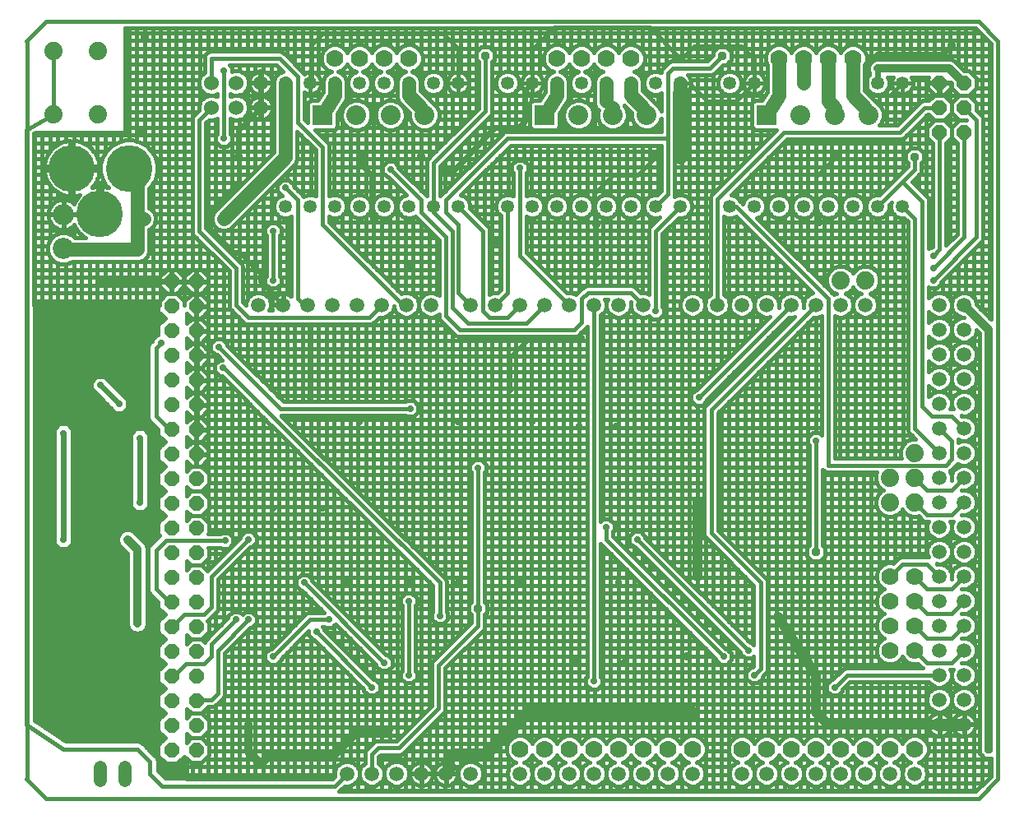
<source format=gbl>
G75*
%MOIN*%
%OFA0B0*%
%FSLAX25Y25*%
%IPPOS*%
%LPD*%
%AMOC8*
5,1,8,0,0,1.08239X$1,22.5*
%
%ADD10C,0.01600*%
%ADD11C,0.05906*%
%ADD12C,0.07000*%
%ADD13C,0.05315*%
%ADD14C,0.06000*%
%ADD15C,0.18898*%
%ADD16R,0.08000X0.08000*%
%ADD17C,0.08000*%
%ADD18C,0.08600*%
%ADD19C,0.07400*%
%ADD20OC8,0.06000*%
%ADD21C,0.05400*%
%ADD22OC8,0.03562*%
%ADD23C,0.05600*%
%ADD24OC8,0.02400*%
%ADD25OC8,0.02800*%
%ADD26C,0.04000*%
%ADD27C,0.03200*%
%ADD28C,0.05000*%
%ADD29R,0.02400X0.02400*%
%ADD30C,0.02400*%
%ADD31OC8,0.03169*%
D10*
X0021800Y0024674D02*
X0029674Y0016800D01*
X0407627Y0016800D01*
X0415501Y0024674D01*
X0415501Y0323887D01*
X0407627Y0331761D01*
X0029674Y0331761D01*
X0021800Y0323887D01*
X0022001Y0323887D02*
X0022001Y0024674D01*
X0036800Y0036800D02*
X0066800Y0036800D01*
X0071800Y0031800D01*
X0071800Y0026800D01*
X0076800Y0021800D01*
X0146800Y0021800D01*
X0151800Y0026800D01*
X0149800Y0031332D02*
X0149800Y0069840D01*
X0148440Y0071200D02*
X0123225Y0071200D01*
X0123125Y0071100D02*
X0125000Y0072975D01*
X0125000Y0073540D01*
X0136100Y0084640D01*
X0136100Y0082975D01*
X0137975Y0081100D01*
X0138540Y0081100D01*
X0158600Y0061040D01*
X0158600Y0060475D01*
X0160475Y0058600D01*
X0163125Y0058600D01*
X0165000Y0060475D01*
X0165000Y0063125D01*
X0163125Y0065000D01*
X0162560Y0065000D01*
X0142500Y0085060D01*
X0142500Y0085625D01*
X0141625Y0086500D01*
X0142575Y0086500D01*
X0142975Y0086100D01*
X0145625Y0086100D01*
X0147083Y0087557D01*
X0163600Y0071040D01*
X0163600Y0070475D01*
X0165475Y0068600D01*
X0168125Y0068600D01*
X0170000Y0070475D01*
X0170000Y0073125D01*
X0168125Y0075000D01*
X0167560Y0075000D01*
X0137500Y0105060D01*
X0137500Y0105625D01*
X0135625Y0107500D01*
X0132975Y0107500D01*
X0131100Y0105625D01*
X0131100Y0102975D01*
X0132975Y0101100D01*
X0133540Y0101100D01*
X0142540Y0092100D01*
X0136243Y0092100D01*
X0135214Y0091674D01*
X0121040Y0077500D01*
X0120475Y0077500D01*
X0118600Y0075625D01*
X0118600Y0072975D01*
X0120475Y0071100D01*
X0123125Y0071100D01*
X0124200Y0072175D02*
X0124200Y0024600D01*
X0121000Y0024600D02*
X0121000Y0071100D01*
X0120375Y0071200D02*
X0102100Y0071200D01*
X0102100Y0068000D02*
X0151640Y0068000D01*
X0153000Y0066640D02*
X0153000Y0031664D01*
X0152785Y0031753D02*
X0150815Y0031753D01*
X0148994Y0030999D01*
X0147601Y0029605D01*
X0146847Y0027785D01*
X0146847Y0025815D01*
X0146850Y0025809D01*
X0145640Y0024600D01*
X0086800Y0024600D01*
X0086800Y0033154D01*
X0088587Y0031367D01*
X0092729Y0031367D01*
X0095658Y0034296D01*
X0095658Y0038438D01*
X0092729Y0041367D01*
X0095658Y0044296D01*
X0095658Y0048438D01*
X0092729Y0051367D01*
X0095362Y0054000D01*
X0097357Y0054000D01*
X0098386Y0054426D01*
X0099174Y0055214D01*
X0101674Y0057714D01*
X0102100Y0058743D01*
X0102100Y0075640D01*
X0112560Y0086100D01*
X0113125Y0086100D01*
X0115000Y0087975D01*
X0115000Y0090625D01*
X0113125Y0092500D01*
X0110475Y0092500D01*
X0109300Y0091325D01*
X0108125Y0092500D01*
X0105475Y0092500D01*
X0103600Y0090625D01*
X0103600Y0090060D01*
X0095214Y0081674D01*
X0094426Y0080886D01*
X0094070Y0080026D01*
X0092729Y0081367D01*
X0095658Y0084296D01*
X0095658Y0088438D01*
X0095233Y0088863D01*
X0095386Y0088926D01*
X0096174Y0089714D01*
X0099174Y0092714D01*
X0099600Y0093743D01*
X0099600Y0105640D01*
X0112560Y0118600D01*
X0113125Y0118600D01*
X0115000Y0120475D01*
X0115000Y0123125D01*
X0113125Y0125000D01*
X0110475Y0125000D01*
X0108600Y0123125D01*
X0108600Y0122560D01*
X0095068Y0109028D01*
X0092729Y0111367D01*
X0095658Y0114296D01*
X0095658Y0118438D01*
X0095596Y0118500D01*
X0100575Y0118500D01*
X0100975Y0118100D01*
X0103625Y0118100D01*
X0105500Y0119975D01*
X0105500Y0122625D01*
X0103625Y0124500D01*
X0100975Y0124500D01*
X0100575Y0124100D01*
X0095462Y0124100D01*
X0095658Y0124296D01*
X0095658Y0128438D01*
X0092729Y0131367D01*
X0095658Y0134296D01*
X0095658Y0138438D01*
X0092729Y0141367D01*
X0095658Y0144296D01*
X0095658Y0148438D01*
X0092729Y0151367D01*
X0088587Y0151367D01*
X0086800Y0149580D01*
X0086800Y0153437D01*
X0088670Y0151567D01*
X0090458Y0151567D01*
X0090458Y0156167D01*
X0090858Y0156167D01*
X0090858Y0151567D01*
X0092646Y0151567D01*
X0095458Y0154379D01*
X0095458Y0156167D01*
X0090858Y0156167D01*
X0090858Y0156567D01*
X0090458Y0156567D01*
X0090458Y0161167D01*
X0088670Y0161167D01*
X0086800Y0159297D01*
X0086800Y0163437D01*
X0088670Y0161567D01*
X0090458Y0161567D01*
X0090458Y0166167D01*
X0090858Y0166167D01*
X0090858Y0161567D01*
X0092646Y0161567D01*
X0095458Y0164379D01*
X0095458Y0166167D01*
X0090858Y0166167D01*
X0090858Y0166567D01*
X0090458Y0166567D01*
X0090458Y0171167D01*
X0088670Y0171167D01*
X0086800Y0169297D01*
X0086800Y0173437D01*
X0088670Y0171567D01*
X0090458Y0171567D01*
X0090458Y0176167D01*
X0090858Y0176167D01*
X0090858Y0171567D01*
X0092646Y0171567D01*
X0095458Y0174379D01*
X0095458Y0176167D01*
X0090858Y0176167D01*
X0090858Y0176567D01*
X0090458Y0176567D01*
X0090458Y0181167D01*
X0088670Y0181167D01*
X0086800Y0179297D01*
X0086800Y0183437D01*
X0088670Y0181567D01*
X0090458Y0181567D01*
X0090458Y0186167D01*
X0090858Y0186167D01*
X0090858Y0181567D01*
X0092646Y0181567D01*
X0095458Y0184379D01*
X0095458Y0186167D01*
X0090858Y0186167D01*
X0090858Y0186567D01*
X0090458Y0186567D01*
X0090458Y0191167D01*
X0088670Y0191167D01*
X0086800Y0189297D01*
X0086800Y0193437D01*
X0088670Y0191567D01*
X0090458Y0191567D01*
X0090458Y0196167D01*
X0090858Y0196167D01*
X0090858Y0191567D01*
X0092646Y0191567D01*
X0095458Y0194379D01*
X0095458Y0196167D01*
X0090858Y0196167D01*
X0090858Y0196567D01*
X0090458Y0196567D01*
X0090458Y0201167D01*
X0088670Y0201167D01*
X0086800Y0199297D01*
X0086800Y0203437D01*
X0088670Y0201567D01*
X0090458Y0201567D01*
X0090458Y0206167D01*
X0090858Y0206167D01*
X0090858Y0201567D01*
X0092646Y0201567D01*
X0095458Y0204379D01*
X0095458Y0206167D01*
X0090858Y0206167D01*
X0090858Y0206567D01*
X0090458Y0206567D01*
X0090458Y0211167D01*
X0088670Y0211167D01*
X0086800Y0209297D01*
X0086800Y0213437D01*
X0088670Y0211567D01*
X0090458Y0211567D01*
X0090458Y0216167D01*
X0090858Y0216167D01*
X0090858Y0211567D01*
X0092646Y0211567D01*
X0095458Y0214379D01*
X0095458Y0216167D01*
X0090858Y0216167D01*
X0090858Y0216567D01*
X0090458Y0216567D01*
X0090458Y0221167D01*
X0088670Y0221167D01*
X0085858Y0218355D01*
X0085858Y0216800D01*
X0085658Y0216800D01*
X0085658Y0218438D01*
X0082729Y0221367D01*
X0078587Y0221367D01*
X0075658Y0218438D01*
X0075658Y0216800D01*
X0024801Y0216800D01*
X0024801Y0286354D01*
X0025612Y0286800D01*
X0061800Y0286800D01*
X0061800Y0328961D01*
X0406467Y0328961D01*
X0412701Y0322727D01*
X0412701Y0210990D01*
X0406753Y0216938D01*
X0406753Y0217785D01*
X0405999Y0219605D01*
X0404605Y0220999D01*
X0402785Y0221753D01*
X0400815Y0221753D01*
X0398994Y0220999D01*
X0397601Y0219605D01*
X0396847Y0217785D01*
X0396847Y0215815D01*
X0397601Y0213994D01*
X0398994Y0212601D01*
X0400815Y0211847D01*
X0401662Y0211847D01*
X0401756Y0211753D01*
X0400815Y0211753D01*
X0398994Y0210999D01*
X0397601Y0209605D01*
X0396847Y0207785D01*
X0396847Y0205815D01*
X0397601Y0203994D01*
X0398994Y0202601D01*
X0400815Y0201847D01*
X0402785Y0201847D01*
X0404605Y0202601D01*
X0405999Y0203994D01*
X0406753Y0205815D01*
X0406753Y0206756D01*
X0408200Y0205309D01*
X0408200Y0038547D01*
X0408019Y0038366D01*
X0408019Y0035234D01*
X0410234Y0033019D01*
X0412701Y0033019D01*
X0412701Y0025834D01*
X0406467Y0019600D01*
X0148560Y0019600D01*
X0150809Y0021850D01*
X0150815Y0021847D01*
X0152785Y0021847D01*
X0154605Y0022601D01*
X0155999Y0023994D01*
X0156753Y0025815D01*
X0156753Y0027785D01*
X0155999Y0029605D01*
X0154605Y0030999D01*
X0152785Y0031753D01*
X0156001Y0029600D02*
X0157599Y0029600D01*
X0157601Y0029605D02*
X0156847Y0027785D01*
X0156847Y0025815D01*
X0157601Y0023994D01*
X0158994Y0022601D01*
X0160815Y0021847D01*
X0162785Y0021847D01*
X0164605Y0022601D01*
X0165999Y0023994D01*
X0166753Y0025815D01*
X0166753Y0027785D01*
X0165999Y0029605D01*
X0164605Y0030999D01*
X0164600Y0031001D01*
X0164600Y0033640D01*
X0165460Y0034500D01*
X0173357Y0034500D01*
X0174386Y0034926D01*
X0175174Y0035714D01*
X0191174Y0051714D01*
X0191600Y0052743D01*
X0191600Y0069640D01*
X0207174Y0085214D01*
X0207600Y0086243D01*
X0207600Y0091253D01*
X0208581Y0092234D01*
X0208581Y0095366D01*
X0207600Y0096347D01*
X0207600Y0149075D01*
X0208000Y0149475D01*
X0208000Y0152125D01*
X0206125Y0154000D01*
X0203475Y0154000D01*
X0201600Y0152125D01*
X0201600Y0149475D01*
X0202000Y0149075D01*
X0202000Y0096347D01*
X0201019Y0095366D01*
X0201019Y0092234D01*
X0202000Y0091253D01*
X0202000Y0087960D01*
X0187214Y0073174D01*
X0186426Y0072386D01*
X0186000Y0071357D01*
X0186000Y0054460D01*
X0171640Y0040100D01*
X0163743Y0040100D01*
X0162714Y0039674D01*
X0160214Y0037174D01*
X0159426Y0036386D01*
X0159000Y0035357D01*
X0159000Y0031001D01*
X0158994Y0030999D01*
X0157601Y0029605D01*
X0156200Y0029120D02*
X0156200Y0063440D01*
X0154840Y0064800D02*
X0102100Y0064800D01*
X0102100Y0061600D02*
X0158040Y0061600D01*
X0159400Y0059675D02*
X0159400Y0036323D01*
X0159266Y0036000D02*
X0095658Y0036000D01*
X0095400Y0034038D02*
X0095400Y0024600D01*
X0092200Y0024600D02*
X0092200Y0031367D01*
X0094162Y0032800D02*
X0159000Y0032800D01*
X0161800Y0034800D02*
X0164300Y0037300D01*
X0172800Y0037300D01*
X0188800Y0053300D01*
X0188800Y0070800D01*
X0204800Y0086800D01*
X0204800Y0093800D01*
X0204800Y0150800D01*
X0208000Y0151200D02*
X0249000Y0151200D01*
X0249000Y0148000D02*
X0207600Y0148000D01*
X0207600Y0144800D02*
X0249000Y0144800D01*
X0249000Y0141600D02*
X0207600Y0141600D01*
X0207600Y0138400D02*
X0249000Y0138400D01*
X0249000Y0135200D02*
X0207600Y0135200D01*
X0207600Y0132000D02*
X0249000Y0132000D01*
X0249000Y0128800D02*
X0207600Y0128800D01*
X0207600Y0125600D02*
X0249000Y0125600D01*
X0249000Y0122400D02*
X0207600Y0122400D01*
X0207600Y0119200D02*
X0249000Y0119200D01*
X0249000Y0116000D02*
X0207600Y0116000D01*
X0207600Y0112800D02*
X0249000Y0112800D01*
X0249000Y0109600D02*
X0207600Y0109600D01*
X0207600Y0106400D02*
X0249000Y0106400D01*
X0249000Y0103200D02*
X0207600Y0103200D01*
X0207600Y0100000D02*
X0249000Y0100000D01*
X0249000Y0096800D02*
X0207600Y0096800D01*
X0208581Y0093600D02*
X0249000Y0093600D01*
X0249000Y0090400D02*
X0207600Y0090400D01*
X0207600Y0087200D02*
X0249000Y0087200D01*
X0249000Y0084000D02*
X0205960Y0084000D01*
X0207400Y0085760D02*
X0207400Y0019600D01*
X0204200Y0019600D02*
X0204200Y0022433D01*
X0204605Y0022601D02*
X0205999Y0023994D01*
X0206753Y0025815D01*
X0206753Y0027785D01*
X0205999Y0029605D01*
X0204605Y0030999D01*
X0202785Y0031753D01*
X0200815Y0031753D01*
X0198994Y0030999D01*
X0197601Y0029605D01*
X0196847Y0027785D01*
X0196847Y0025815D01*
X0197601Y0023994D01*
X0198994Y0022601D01*
X0200815Y0021847D01*
X0202785Y0021847D01*
X0204605Y0022601D01*
X0205204Y0023200D02*
X0218396Y0023200D01*
X0218994Y0022601D02*
X0220815Y0021847D01*
X0222785Y0021847D01*
X0224605Y0022601D01*
X0225999Y0023994D01*
X0226753Y0025815D01*
X0226753Y0027785D01*
X0225999Y0029605D01*
X0224605Y0030999D01*
X0223386Y0031504D01*
X0224915Y0032137D01*
X0226463Y0033684D01*
X0226800Y0034499D01*
X0227137Y0033684D01*
X0228684Y0032137D01*
X0230214Y0031504D01*
X0228994Y0030999D01*
X0227601Y0029605D01*
X0226847Y0027785D01*
X0226847Y0025815D01*
X0227601Y0023994D01*
X0228994Y0022601D01*
X0230815Y0021847D01*
X0232785Y0021847D01*
X0234605Y0022601D01*
X0235999Y0023994D01*
X0236753Y0025815D01*
X0236753Y0027785D01*
X0235999Y0029605D01*
X0234605Y0030999D01*
X0233386Y0031504D01*
X0234915Y0032137D01*
X0236463Y0033684D01*
X0236800Y0034499D01*
X0237137Y0033684D01*
X0238684Y0032137D01*
X0240214Y0031504D01*
X0238994Y0030999D01*
X0237601Y0029605D01*
X0236847Y0027785D01*
X0236847Y0025815D01*
X0237601Y0023994D01*
X0238994Y0022601D01*
X0240815Y0021847D01*
X0242785Y0021847D01*
X0244605Y0022601D01*
X0245999Y0023994D01*
X0246753Y0025815D01*
X0246753Y0027785D01*
X0245999Y0029605D01*
X0244605Y0030999D01*
X0243386Y0031504D01*
X0244915Y0032137D01*
X0246463Y0033684D01*
X0246800Y0034499D01*
X0247137Y0033684D01*
X0248684Y0032137D01*
X0250214Y0031504D01*
X0248994Y0030999D01*
X0247601Y0029605D01*
X0246847Y0027785D01*
X0246847Y0025815D01*
X0247601Y0023994D01*
X0248994Y0022601D01*
X0250815Y0021847D01*
X0252785Y0021847D01*
X0254605Y0022601D01*
X0255999Y0023994D01*
X0256753Y0025815D01*
X0256753Y0027785D01*
X0255999Y0029605D01*
X0254605Y0030999D01*
X0253386Y0031504D01*
X0254915Y0032137D01*
X0256463Y0033684D01*
X0256800Y0034499D01*
X0257137Y0033684D01*
X0258684Y0032137D01*
X0260214Y0031504D01*
X0258994Y0030999D01*
X0257601Y0029605D01*
X0256847Y0027785D01*
X0256847Y0025815D01*
X0257601Y0023994D01*
X0258994Y0022601D01*
X0260815Y0021847D01*
X0262785Y0021847D01*
X0264605Y0022601D01*
X0265999Y0023994D01*
X0266753Y0025815D01*
X0266753Y0027785D01*
X0265999Y0029605D01*
X0264605Y0030999D01*
X0263386Y0031504D01*
X0264915Y0032137D01*
X0266463Y0033684D01*
X0266800Y0034499D01*
X0267137Y0033684D01*
X0268684Y0032137D01*
X0270214Y0031504D01*
X0268994Y0030999D01*
X0267601Y0029605D01*
X0266847Y0027785D01*
X0266847Y0025815D01*
X0267601Y0023994D01*
X0268994Y0022601D01*
X0270815Y0021847D01*
X0272785Y0021847D01*
X0274605Y0022601D01*
X0275999Y0023994D01*
X0276753Y0025815D01*
X0276753Y0027785D01*
X0275999Y0029605D01*
X0274605Y0030999D01*
X0273386Y0031504D01*
X0274915Y0032137D01*
X0276463Y0033684D01*
X0276800Y0034499D01*
X0277137Y0033684D01*
X0278684Y0032137D01*
X0280214Y0031504D01*
X0278994Y0030999D01*
X0277601Y0029605D01*
X0276847Y0027785D01*
X0276847Y0025815D01*
X0277601Y0023994D01*
X0278994Y0022601D01*
X0280815Y0021847D01*
X0282785Y0021847D01*
X0284605Y0022601D01*
X0285999Y0023994D01*
X0286753Y0025815D01*
X0286753Y0027785D01*
X0285999Y0029605D01*
X0284605Y0030999D01*
X0283386Y0031504D01*
X0284915Y0032137D01*
X0286463Y0033684D01*
X0286800Y0034499D01*
X0287137Y0033684D01*
X0288684Y0032137D01*
X0290214Y0031504D01*
X0288994Y0030999D01*
X0287601Y0029605D01*
X0286847Y0027785D01*
X0286847Y0025815D01*
X0287601Y0023994D01*
X0288994Y0022601D01*
X0290815Y0021847D01*
X0292785Y0021847D01*
X0294605Y0022601D01*
X0295999Y0023994D01*
X0296753Y0025815D01*
X0296753Y0027785D01*
X0295999Y0029605D01*
X0294605Y0030999D01*
X0293386Y0031504D01*
X0294915Y0032137D01*
X0296463Y0033684D01*
X0297300Y0035706D01*
X0297300Y0037894D01*
X0296463Y0039915D01*
X0294915Y0041463D01*
X0292894Y0042300D01*
X0290706Y0042300D01*
X0288684Y0041463D01*
X0287137Y0039915D01*
X0286800Y0039101D01*
X0286463Y0039915D01*
X0284915Y0041463D01*
X0282894Y0042300D01*
X0280706Y0042300D01*
X0278684Y0041463D01*
X0277137Y0039915D01*
X0276800Y0039101D01*
X0276463Y0039915D01*
X0274915Y0041463D01*
X0272894Y0042300D01*
X0270706Y0042300D01*
X0268684Y0041463D01*
X0267137Y0039915D01*
X0266800Y0039101D01*
X0266463Y0039915D01*
X0264915Y0041463D01*
X0262894Y0042300D01*
X0260706Y0042300D01*
X0258684Y0041463D01*
X0257137Y0039915D01*
X0256800Y0039101D01*
X0256463Y0039915D01*
X0254915Y0041463D01*
X0252894Y0042300D01*
X0250706Y0042300D01*
X0248684Y0041463D01*
X0247137Y0039915D01*
X0246800Y0039101D01*
X0246463Y0039915D01*
X0244915Y0041463D01*
X0242894Y0042300D01*
X0240706Y0042300D01*
X0238684Y0041463D01*
X0237137Y0039915D01*
X0236800Y0039101D01*
X0236463Y0039915D01*
X0234915Y0041463D01*
X0232894Y0042300D01*
X0230706Y0042300D01*
X0228684Y0041463D01*
X0227137Y0039915D01*
X0226800Y0039101D01*
X0226463Y0039915D01*
X0224915Y0041463D01*
X0222894Y0042300D01*
X0220706Y0042300D01*
X0218684Y0041463D01*
X0217137Y0039915D01*
X0216300Y0037894D01*
X0216300Y0035706D01*
X0217137Y0033684D01*
X0218684Y0032137D01*
X0220214Y0031504D01*
X0218994Y0030999D01*
X0217601Y0029605D01*
X0216847Y0027785D01*
X0216847Y0025815D01*
X0217601Y0023994D01*
X0218994Y0022601D01*
X0220200Y0022102D02*
X0220200Y0019600D01*
X0217000Y0019600D02*
X0217000Y0025446D01*
X0216847Y0026400D02*
X0206753Y0026400D01*
X0206001Y0029600D02*
X0217599Y0029600D01*
X0217000Y0028154D02*
X0217000Y0034016D01*
X0218022Y0032800D02*
X0164600Y0032800D01*
X0165800Y0034500D02*
X0165800Y0029804D01*
X0166001Y0029600D02*
X0167599Y0029600D01*
X0167601Y0029605D02*
X0166847Y0027785D01*
X0166847Y0025815D01*
X0167601Y0023994D01*
X0168994Y0022601D01*
X0170815Y0021847D01*
X0172785Y0021847D01*
X0174605Y0022601D01*
X0175999Y0023994D01*
X0176753Y0025815D01*
X0176753Y0027785D01*
X0175999Y0029605D01*
X0174605Y0030999D01*
X0172785Y0031753D01*
X0170815Y0031753D01*
X0168994Y0030999D01*
X0167601Y0029605D01*
X0169000Y0031001D02*
X0169000Y0034500D01*
X0172200Y0034500D02*
X0172200Y0031753D01*
X0175400Y0030204D02*
X0175400Y0035940D01*
X0175460Y0036000D02*
X0216300Y0036000D01*
X0216841Y0039200D02*
X0178660Y0039200D01*
X0178600Y0039140D02*
X0178600Y0030321D01*
X0178704Y0030425D02*
X0178175Y0029896D01*
X0177735Y0029291D01*
X0177395Y0028624D01*
X0177164Y0027913D01*
X0177047Y0027174D01*
X0177047Y0026984D01*
X0181616Y0026984D01*
X0181616Y0026616D01*
X0181984Y0026616D01*
X0181984Y0022047D01*
X0182174Y0022047D01*
X0182913Y0022164D01*
X0183624Y0022395D01*
X0184291Y0022735D01*
X0184896Y0023175D01*
X0185425Y0023704D01*
X0185865Y0024309D01*
X0186205Y0024976D01*
X0186436Y0025687D01*
X0186553Y0026426D01*
X0186553Y0026616D01*
X0181984Y0026616D01*
X0181984Y0026984D01*
X0186553Y0026984D01*
X0186553Y0027174D01*
X0186436Y0027913D01*
X0186205Y0028624D01*
X0185865Y0029291D01*
X0185425Y0029896D01*
X0184896Y0030425D01*
X0184291Y0030865D01*
X0183624Y0031205D01*
X0182913Y0031436D01*
X0182174Y0031553D01*
X0181984Y0031553D01*
X0181984Y0026984D01*
X0181616Y0026984D01*
X0181616Y0031553D01*
X0181426Y0031553D01*
X0180687Y0031436D01*
X0179976Y0031205D01*
X0179309Y0030865D01*
X0178704Y0030425D01*
X0177960Y0029600D02*
X0176001Y0029600D01*
X0177047Y0026616D02*
X0177047Y0026426D01*
X0177164Y0025687D01*
X0177395Y0024976D01*
X0177735Y0024309D01*
X0178175Y0023704D01*
X0178704Y0023175D01*
X0179309Y0022735D01*
X0179976Y0022395D01*
X0180687Y0022164D01*
X0181426Y0022047D01*
X0181616Y0022047D01*
X0181616Y0026616D01*
X0177047Y0026616D01*
X0177051Y0026400D02*
X0176753Y0026400D01*
X0178600Y0026616D02*
X0178600Y0026984D01*
X0181616Y0026400D02*
X0181984Y0026400D01*
X0181800Y0026616D02*
X0181800Y0019600D01*
X0178600Y0019600D02*
X0178600Y0023279D01*
X0178679Y0023200D02*
X0175204Y0023200D01*
X0175400Y0023396D02*
X0175400Y0019600D01*
X0172200Y0019600D02*
X0172200Y0021847D01*
X0169000Y0022599D02*
X0169000Y0019600D01*
X0165800Y0019600D02*
X0165800Y0023796D01*
X0165204Y0023200D02*
X0168396Y0023200D01*
X0166847Y0026400D02*
X0166753Y0026400D01*
X0161800Y0026800D02*
X0161800Y0034800D01*
X0162240Y0039200D02*
X0094896Y0039200D01*
X0095400Y0038696D02*
X0095400Y0044038D01*
X0095658Y0045600D02*
X0177140Y0045600D01*
X0178600Y0047060D02*
X0178600Y0064075D01*
X0178125Y0063600D02*
X0180000Y0065475D01*
X0180000Y0068125D01*
X0179600Y0068525D01*
X0179600Y0095075D01*
X0180000Y0095475D01*
X0180000Y0098125D01*
X0178125Y0100000D01*
X0175475Y0100000D01*
X0173600Y0098125D01*
X0173600Y0095475D01*
X0174000Y0095075D01*
X0174000Y0068525D01*
X0173600Y0068125D01*
X0173600Y0065475D01*
X0175475Y0063600D01*
X0178125Y0063600D01*
X0179325Y0064800D02*
X0186000Y0064800D01*
X0186000Y0068000D02*
X0180000Y0068000D01*
X0179600Y0071200D02*
X0186000Y0071200D01*
X0188200Y0074160D02*
X0188200Y0087600D01*
X0187975Y0087600D02*
X0190625Y0087600D01*
X0192500Y0089475D01*
X0192500Y0092125D01*
X0192100Y0092525D01*
X0192100Y0103749D01*
X0192102Y0103754D01*
X0192100Y0104304D01*
X0192100Y0104857D01*
X0192098Y0104862D01*
X0192098Y0104868D01*
X0191885Y0105376D01*
X0191674Y0105886D01*
X0191670Y0105890D01*
X0191668Y0105895D01*
X0191276Y0106284D01*
X0190886Y0106674D01*
X0190881Y0106676D01*
X0125277Y0171783D01*
X0125060Y0172000D01*
X0175575Y0172000D01*
X0175975Y0171600D01*
X0178625Y0171600D01*
X0180500Y0173475D01*
X0180500Y0176125D01*
X0178625Y0178000D01*
X0175975Y0178000D01*
X0175575Y0177600D01*
X0125960Y0177600D01*
X0103000Y0200560D01*
X0103000Y0201125D01*
X0101125Y0203000D01*
X0098475Y0203000D01*
X0096600Y0201125D01*
X0096600Y0198475D01*
X0098475Y0196600D01*
X0099040Y0196600D01*
X0101140Y0194500D01*
X0099975Y0194500D01*
X0098100Y0192625D01*
X0098100Y0189975D01*
X0099975Y0188100D01*
X0101040Y0188100D01*
X0120930Y0168210D01*
X0120932Y0168205D01*
X0121324Y0167816D01*
X0121714Y0167426D01*
X0121719Y0167424D01*
X0186500Y0103134D01*
X0186500Y0092525D01*
X0186100Y0092125D01*
X0186100Y0089475D01*
X0187975Y0087600D01*
X0186100Y0090400D02*
X0179600Y0090400D01*
X0179600Y0087200D02*
X0201240Y0087200D01*
X0201000Y0086960D02*
X0201000Y0204000D01*
X0197800Y0204000D02*
X0197800Y0083760D01*
X0198040Y0084000D02*
X0179600Y0084000D01*
X0179600Y0080800D02*
X0194840Y0080800D01*
X0194600Y0080560D02*
X0194600Y0205540D01*
X0194540Y0205600D02*
X0095458Y0205600D01*
X0095400Y0206167D02*
X0095400Y0206567D01*
X0095458Y0206567D02*
X0095458Y0208355D01*
X0092646Y0211167D01*
X0090858Y0211167D01*
X0090858Y0206567D01*
X0095458Y0206567D01*
X0095400Y0208413D02*
X0095400Y0214320D01*
X0095458Y0215200D02*
X0104440Y0215200D01*
X0104426Y0215214D02*
X0105214Y0214426D01*
X0110214Y0209426D01*
X0111243Y0209000D01*
X0161357Y0209000D01*
X0162386Y0209426D01*
X0163174Y0210214D01*
X0164809Y0211850D01*
X0164815Y0211847D01*
X0166785Y0211847D01*
X0168605Y0212601D01*
X0169999Y0213994D01*
X0170753Y0215815D01*
X0170753Y0216387D01*
X0170847Y0216293D01*
X0170847Y0215815D01*
X0171601Y0213994D01*
X0172994Y0212601D01*
X0174815Y0211847D01*
X0176785Y0211847D01*
X0178605Y0212601D01*
X0179999Y0213994D01*
X0180753Y0215815D01*
X0180753Y0217785D01*
X0179999Y0219605D01*
X0178605Y0220999D01*
X0176785Y0221753D01*
X0174815Y0221753D01*
X0173749Y0221311D01*
X0144600Y0250460D01*
X0144600Y0252670D01*
X0145874Y0252143D01*
X0147726Y0252143D01*
X0149438Y0252852D01*
X0150748Y0254162D01*
X0151457Y0255874D01*
X0151457Y0257726D01*
X0150748Y0259438D01*
X0149438Y0260748D01*
X0147726Y0261457D01*
X0145874Y0261457D01*
X0144600Y0260930D01*
X0144600Y0281357D01*
X0144174Y0282386D01*
X0138760Y0287800D01*
X0146628Y0287800D01*
X0147800Y0288972D01*
X0147800Y0294343D01*
X0150581Y0298792D01*
X0150869Y0299081D01*
X0151082Y0299594D01*
X0151376Y0300066D01*
X0151444Y0300468D01*
X0151600Y0300845D01*
X0151600Y0301401D01*
X0151692Y0301949D01*
X0151600Y0302347D01*
X0151600Y0307755D01*
X0150869Y0309519D01*
X0149519Y0310869D01*
X0148186Y0311421D01*
X0149915Y0312137D01*
X0151463Y0313684D01*
X0151800Y0314499D01*
X0152137Y0313684D01*
X0153684Y0312137D01*
X0155600Y0311344D01*
X0154162Y0310748D01*
X0152852Y0309438D01*
X0152143Y0307726D01*
X0152143Y0305874D01*
X0152852Y0304162D01*
X0154162Y0302852D01*
X0155874Y0302143D01*
X0157726Y0302143D01*
X0159438Y0302852D01*
X0160748Y0304162D01*
X0161457Y0305874D01*
X0161457Y0307726D01*
X0160748Y0309438D01*
X0159438Y0310748D01*
X0158000Y0311344D01*
X0159915Y0312137D01*
X0161463Y0313684D01*
X0161800Y0314499D01*
X0162137Y0313684D01*
X0163684Y0312137D01*
X0165600Y0311344D01*
X0164162Y0310748D01*
X0162852Y0309438D01*
X0162143Y0307726D01*
X0162143Y0305874D01*
X0162852Y0304162D01*
X0164162Y0302852D01*
X0165874Y0302143D01*
X0167726Y0302143D01*
X0169438Y0302852D01*
X0170748Y0304162D01*
X0171457Y0305874D01*
X0171457Y0307726D01*
X0170748Y0309438D01*
X0169438Y0310748D01*
X0168000Y0311344D01*
X0169915Y0312137D01*
X0171463Y0313684D01*
X0171800Y0314499D01*
X0172137Y0313684D01*
X0173684Y0312137D01*
X0175413Y0311421D01*
X0174081Y0310869D01*
X0172731Y0309519D01*
X0172000Y0307755D01*
X0172000Y0300845D01*
X0172731Y0299081D01*
X0174081Y0297731D01*
X0177139Y0294673D01*
X0177139Y0292607D01*
X0178052Y0290401D01*
X0179740Y0288713D01*
X0181945Y0287800D01*
X0184332Y0287800D01*
X0186537Y0288713D01*
X0188225Y0290401D01*
X0189139Y0292607D01*
X0189139Y0294993D01*
X0188225Y0297199D01*
X0186537Y0298887D01*
X0186047Y0299090D01*
X0185869Y0299519D01*
X0181600Y0303788D01*
X0181600Y0307755D01*
X0180869Y0309519D01*
X0179519Y0310869D01*
X0178186Y0311421D01*
X0179915Y0312137D01*
X0181463Y0313684D01*
X0182300Y0315706D01*
X0182300Y0317894D01*
X0181463Y0319915D01*
X0179915Y0321463D01*
X0177894Y0322300D01*
X0175706Y0322300D01*
X0173684Y0321463D01*
X0172137Y0319915D01*
X0171800Y0319101D01*
X0171463Y0319915D01*
X0169915Y0321463D01*
X0167894Y0322300D01*
X0165706Y0322300D01*
X0163684Y0321463D01*
X0162137Y0319915D01*
X0161800Y0319101D01*
X0161463Y0319915D01*
X0159915Y0321463D01*
X0157894Y0322300D01*
X0155706Y0322300D01*
X0153684Y0321463D01*
X0152137Y0319915D01*
X0151800Y0319101D01*
X0151463Y0319915D01*
X0149915Y0321463D01*
X0147894Y0322300D01*
X0145706Y0322300D01*
X0143684Y0321463D01*
X0142137Y0319915D01*
X0141300Y0317894D01*
X0141300Y0315706D01*
X0142137Y0313684D01*
X0143684Y0312137D01*
X0145413Y0311421D01*
X0144081Y0310869D01*
X0142731Y0309519D01*
X0142000Y0307755D01*
X0142000Y0303177D01*
X0139890Y0299800D01*
X0136972Y0299800D01*
X0135800Y0298628D01*
X0135800Y0290760D01*
X0134600Y0291960D01*
X0134600Y0302918D01*
X0135089Y0302669D01*
X0135756Y0302452D01*
X0136449Y0302343D01*
X0136714Y0302343D01*
X0136714Y0306714D01*
X0136886Y0306714D01*
X0136886Y0306886D01*
X0136714Y0306886D01*
X0136714Y0311257D01*
X0136449Y0311257D01*
X0135756Y0311148D01*
X0135089Y0310931D01*
X0134464Y0310612D01*
X0134328Y0310514D01*
X0134174Y0310886D01*
X0126674Y0318386D01*
X0125886Y0319174D01*
X0124857Y0319600D01*
X0096243Y0319600D01*
X0095214Y0319174D01*
X0094426Y0318386D01*
X0094000Y0317357D01*
X0094000Y0311052D01*
X0093968Y0311039D01*
X0092561Y0309632D01*
X0091800Y0307795D01*
X0091800Y0305805D01*
X0092561Y0303968D01*
X0093968Y0302561D01*
X0095805Y0301800D01*
X0097795Y0301800D01*
X0099000Y0301301D01*
X0099000Y0302299D01*
X0097795Y0301800D01*
X0095805Y0301800D01*
X0093968Y0301039D01*
X0092561Y0299632D01*
X0091800Y0297795D01*
X0091800Y0295805D01*
X0091813Y0295773D01*
X0089426Y0293386D01*
X0089000Y0292357D01*
X0089000Y0328961D01*
X0092200Y0328961D02*
X0092200Y0308760D01*
X0091885Y0308000D02*
X0061800Y0308000D01*
X0061800Y0304800D02*
X0092216Y0304800D01*
X0092200Y0304840D02*
X0092200Y0298760D01*
X0092051Y0298400D02*
X0061800Y0298400D01*
X0061800Y0295200D02*
X0091240Y0295200D01*
X0091800Y0291800D02*
X0096800Y0296800D01*
X0098600Y0301466D02*
X0098600Y0302134D01*
X0098277Y0301600D02*
X0099000Y0301600D01*
X0095400Y0301632D02*
X0095400Y0301968D01*
X0095323Y0301600D02*
X0061800Y0301600D01*
X0061800Y0292000D02*
X0089000Y0292000D01*
X0089000Y0292357D02*
X0089000Y0246243D01*
X0089000Y0231167D01*
X0088670Y0231167D02*
X0090458Y0231167D01*
X0090458Y0226567D01*
X0090458Y0226167D01*
X0085858Y0226167D01*
X0085858Y0224379D01*
X0088670Y0221567D01*
X0090458Y0221567D01*
X0090458Y0226167D01*
X0090858Y0226167D01*
X0090858Y0221567D01*
X0092646Y0221567D01*
X0095458Y0224379D01*
X0095458Y0226167D01*
X0090858Y0226167D01*
X0090858Y0226567D01*
X0090458Y0226567D01*
X0085858Y0226567D01*
X0085858Y0228355D01*
X0088670Y0231167D01*
X0090858Y0231167D02*
X0090858Y0226567D01*
X0095458Y0226567D01*
X0095458Y0228355D01*
X0092646Y0231167D01*
X0090858Y0231167D01*
X0092200Y0231167D02*
X0092200Y0242440D01*
X0090640Y0244000D02*
X0071600Y0244000D01*
X0071600Y0240800D02*
X0093840Y0240800D01*
X0095400Y0239240D02*
X0095400Y0228413D01*
X0095458Y0228000D02*
X0104000Y0228000D01*
X0104000Y0230640D02*
X0104000Y0216243D01*
X0104426Y0215214D01*
X0105000Y0214640D02*
X0105000Y0198560D01*
X0104360Y0199200D02*
X0249000Y0199200D01*
X0249000Y0196000D02*
X0107560Y0196000D01*
X0108200Y0195360D02*
X0108200Y0211440D01*
X0107640Y0212000D02*
X0093080Y0212000D01*
X0092200Y0211567D02*
X0092200Y0211167D01*
X0090858Y0212000D02*
X0090458Y0212000D01*
X0089000Y0211567D02*
X0089000Y0211167D01*
X0088237Y0212000D02*
X0086800Y0212000D01*
X0090458Y0208800D02*
X0090858Y0208800D01*
X0092200Y0206567D02*
X0092200Y0206167D01*
X0090858Y0205600D02*
X0090458Y0205600D01*
X0090458Y0202400D02*
X0090858Y0202400D01*
X0090858Y0201167D02*
X0090858Y0196567D01*
X0095458Y0196567D01*
X0095458Y0198355D01*
X0092646Y0201167D01*
X0090858Y0201167D01*
X0092200Y0201167D02*
X0092200Y0201567D01*
X0093480Y0202400D02*
X0097875Y0202400D01*
X0098600Y0203000D02*
X0098600Y0236040D01*
X0097040Y0237600D02*
X0071291Y0237600D01*
X0071600Y0238345D02*
X0071600Y0247557D01*
X0072019Y0247731D01*
X0073369Y0249081D01*
X0074100Y0250845D01*
X0074100Y0252755D01*
X0073369Y0254519D01*
X0072019Y0255869D01*
X0071600Y0256043D01*
X0071600Y0264228D01*
X0072536Y0265164D01*
X0074043Y0267775D01*
X0074824Y0270686D01*
X0074824Y0273701D01*
X0074043Y0276613D01*
X0072536Y0279223D01*
X0070405Y0281355D01*
X0067794Y0282862D01*
X0064882Y0283643D01*
X0061868Y0283643D01*
X0058956Y0282862D01*
X0056345Y0281355D01*
X0054213Y0279223D01*
X0052706Y0276613D01*
X0051926Y0273701D01*
X0051926Y0270686D01*
X0052706Y0267775D01*
X0054213Y0265164D01*
X0054958Y0264420D01*
X0054683Y0264516D01*
X0053451Y0264797D01*
X0052364Y0264920D01*
X0052364Y0254490D01*
X0050764Y0254490D01*
X0050764Y0264920D01*
X0049677Y0264797D01*
X0048445Y0264516D01*
X0048340Y0264479D01*
X0048547Y0264686D01*
X0049335Y0265674D01*
X0050007Y0266744D01*
X0050555Y0267882D01*
X0050973Y0269075D01*
X0051254Y0270306D01*
X0051376Y0271394D01*
X0040947Y0271394D01*
X0040947Y0272994D01*
X0051376Y0272994D01*
X0051254Y0274081D01*
X0050973Y0275313D01*
X0050555Y0276505D01*
X0050007Y0277644D01*
X0049335Y0278713D01*
X0048547Y0279701D01*
X0047654Y0280595D01*
X0046666Y0281382D01*
X0045596Y0282054D01*
X0044458Y0282603D01*
X0043265Y0283020D01*
X0042034Y0283301D01*
X0040946Y0283424D01*
X0040946Y0272994D01*
X0039346Y0272994D01*
X0039346Y0271394D01*
X0028917Y0271394D01*
X0029039Y0270306D01*
X0029320Y0269075D01*
X0029738Y0267882D01*
X0030286Y0266744D01*
X0030958Y0265674D01*
X0031746Y0264686D01*
X0032639Y0263793D01*
X0033627Y0263005D01*
X0034697Y0262333D01*
X0035835Y0261785D01*
X0037027Y0261367D01*
X0038259Y0261086D01*
X0039346Y0260964D01*
X0039346Y0271394D01*
X0040946Y0271394D01*
X0040946Y0260964D01*
X0042034Y0261086D01*
X0043265Y0261367D01*
X0043370Y0261404D01*
X0043163Y0261197D01*
X0042375Y0260209D01*
X0041703Y0259140D01*
X0041155Y0258001D01*
X0041094Y0257826D01*
X0040774Y0258146D01*
X0039997Y0258710D01*
X0039142Y0259146D01*
X0038228Y0259443D01*
X0037280Y0259593D01*
X0036984Y0259593D01*
X0036984Y0253677D01*
X0036616Y0253677D01*
X0036616Y0253309D01*
X0030700Y0253309D01*
X0030700Y0253013D01*
X0030850Y0252064D01*
X0031147Y0251151D01*
X0031583Y0250296D01*
X0032147Y0249519D01*
X0032826Y0248840D01*
X0033603Y0248276D01*
X0034458Y0247840D01*
X0035372Y0247543D01*
X0036320Y0247393D01*
X0036616Y0247393D01*
X0036616Y0253309D01*
X0036984Y0253309D01*
X0036984Y0253677D01*
X0042900Y0253677D01*
X0042900Y0253973D01*
X0042818Y0254490D01*
X0050764Y0254490D01*
X0050764Y0252890D01*
X0042880Y0252890D01*
X0042900Y0253013D01*
X0042900Y0253309D01*
X0036984Y0253309D01*
X0036984Y0247393D01*
X0037280Y0247393D01*
X0038228Y0247543D01*
X0039142Y0247840D01*
X0039997Y0248276D01*
X0040774Y0248840D01*
X0041206Y0249272D01*
X0041703Y0248240D01*
X0042375Y0247170D01*
X0043163Y0246182D01*
X0044056Y0245289D01*
X0045044Y0244501D01*
X0045683Y0244100D01*
X0041323Y0244100D01*
X0040369Y0245054D01*
X0038053Y0246013D01*
X0035547Y0246013D01*
X0033231Y0245054D01*
X0031459Y0243282D01*
X0030500Y0240967D01*
X0030500Y0238460D01*
X0031459Y0236145D01*
X0033231Y0234373D01*
X0035547Y0233413D01*
X0038053Y0233413D01*
X0040369Y0234373D01*
X0040496Y0234500D01*
X0067755Y0234500D01*
X0069519Y0235231D01*
X0070869Y0236581D01*
X0071600Y0238345D01*
X0069800Y0235512D02*
X0069800Y0216800D01*
X0066600Y0216800D02*
X0066600Y0234500D01*
X0063400Y0234500D02*
X0063400Y0216800D01*
X0060200Y0216800D02*
X0060200Y0234500D01*
X0057000Y0234500D02*
X0057000Y0216800D01*
X0053800Y0216800D02*
X0053800Y0234500D01*
X0050600Y0234500D02*
X0050600Y0216800D01*
X0047400Y0216800D02*
X0047400Y0234500D01*
X0044200Y0234500D02*
X0044200Y0216800D01*
X0041000Y0216800D02*
X0041000Y0234500D01*
X0040396Y0234400D02*
X0100240Y0234400D01*
X0101800Y0232840D02*
X0101800Y0202325D01*
X0101725Y0202400D02*
X0249000Y0202400D01*
X0249000Y0205600D02*
X0246560Y0205600D01*
X0246174Y0205214D02*
X0249000Y0208040D01*
X0249000Y0066025D01*
X0248600Y0065625D01*
X0248600Y0062975D01*
X0250475Y0061100D01*
X0253125Y0061100D01*
X0255000Y0062975D01*
X0255000Y0065625D01*
X0254600Y0066025D01*
X0254600Y0120040D01*
X0255214Y0119426D01*
X0301100Y0073540D01*
X0301100Y0072975D01*
X0302975Y0071100D01*
X0305625Y0071100D01*
X0307500Y0072975D01*
X0307500Y0075625D01*
X0305625Y0077500D01*
X0305060Y0077500D01*
X0259600Y0122960D01*
X0259600Y0125075D01*
X0260000Y0125475D01*
X0260000Y0128125D01*
X0258125Y0130000D01*
X0255475Y0130000D01*
X0254600Y0129125D01*
X0254600Y0212599D01*
X0254605Y0212601D01*
X0255999Y0213994D01*
X0256753Y0215815D01*
X0256753Y0217785D01*
X0256250Y0219000D01*
X0257350Y0219000D01*
X0256847Y0217785D01*
X0256847Y0215815D01*
X0257601Y0213994D01*
X0258994Y0212601D01*
X0260815Y0211847D01*
X0262785Y0211847D01*
X0264605Y0212601D01*
X0265999Y0213994D01*
X0266753Y0215815D01*
X0266753Y0217785D01*
X0266680Y0217960D01*
X0266850Y0217791D01*
X0266847Y0217785D01*
X0266847Y0215815D01*
X0267601Y0213994D01*
X0268994Y0212601D01*
X0270815Y0211847D01*
X0272785Y0211847D01*
X0274158Y0212416D01*
X0275475Y0211100D01*
X0278125Y0211100D01*
X0280000Y0212975D01*
X0280000Y0215625D01*
X0279600Y0216025D01*
X0279600Y0245640D01*
X0286102Y0252143D01*
X0287726Y0252143D01*
X0289438Y0252852D01*
X0290748Y0254162D01*
X0291457Y0255874D01*
X0291457Y0257726D01*
X0290748Y0259438D01*
X0289438Y0260748D01*
X0287726Y0261457D01*
X0285874Y0261457D01*
X0284443Y0260865D01*
X0284600Y0261243D01*
X0284600Y0302918D01*
X0285089Y0302669D01*
X0285756Y0302452D01*
X0286449Y0302343D01*
X0286714Y0302343D01*
X0286714Y0306714D01*
X0286886Y0306714D01*
X0286886Y0306886D01*
X0291257Y0306886D01*
X0291257Y0307151D01*
X0291148Y0307844D01*
X0290931Y0308511D01*
X0290612Y0309136D01*
X0290200Y0309704D01*
X0289904Y0310000D01*
X0299357Y0310000D01*
X0300386Y0310426D01*
X0303979Y0314019D01*
X0305366Y0314019D01*
X0307581Y0316234D01*
X0307581Y0319366D01*
X0305366Y0321581D01*
X0302234Y0321581D01*
X0300019Y0319366D01*
X0300019Y0317979D01*
X0297640Y0315600D01*
X0283243Y0315600D01*
X0282214Y0315174D01*
X0281426Y0314386D01*
X0279426Y0312386D01*
X0279000Y0311357D01*
X0279000Y0310930D01*
X0277726Y0311457D01*
X0275874Y0311457D01*
X0274162Y0310748D01*
X0272852Y0309438D01*
X0272143Y0307726D01*
X0272143Y0305874D01*
X0272852Y0304162D01*
X0274162Y0302852D01*
X0275874Y0302143D01*
X0277726Y0302143D01*
X0279000Y0302670D01*
X0279000Y0295328D01*
X0278225Y0297199D01*
X0276537Y0298887D01*
X0276047Y0299090D01*
X0275869Y0299519D01*
X0275822Y0299566D01*
X0275794Y0299628D01*
X0275148Y0300240D01*
X0271600Y0303788D01*
X0271600Y0307755D01*
X0270869Y0309519D01*
X0269519Y0310869D01*
X0268187Y0311421D01*
X0269915Y0312137D01*
X0271463Y0313684D01*
X0272300Y0315706D01*
X0272300Y0317894D01*
X0271463Y0319915D01*
X0269915Y0321463D01*
X0267894Y0322300D01*
X0265706Y0322300D01*
X0263684Y0321463D01*
X0262137Y0319915D01*
X0261800Y0319101D01*
X0261463Y0319915D01*
X0259915Y0321463D01*
X0257894Y0322300D01*
X0255706Y0322300D01*
X0253684Y0321463D01*
X0252137Y0319915D01*
X0251800Y0319101D01*
X0251463Y0319915D01*
X0249915Y0321463D01*
X0247894Y0322300D01*
X0245706Y0322300D01*
X0243684Y0321463D01*
X0242137Y0319915D01*
X0241800Y0319101D01*
X0241463Y0319915D01*
X0239915Y0321463D01*
X0237894Y0322300D01*
X0235706Y0322300D01*
X0233684Y0321463D01*
X0232137Y0319915D01*
X0231300Y0317894D01*
X0231300Y0315706D01*
X0232137Y0313684D01*
X0233684Y0312137D01*
X0235413Y0311421D01*
X0234081Y0310869D01*
X0232731Y0309519D01*
X0232000Y0307755D01*
X0232000Y0303177D01*
X0229890Y0299800D01*
X0226972Y0299800D01*
X0225800Y0298628D01*
X0225800Y0288972D01*
X0226972Y0287800D01*
X0236628Y0287800D01*
X0237800Y0288972D01*
X0237800Y0294343D01*
X0240581Y0298792D01*
X0240869Y0299081D01*
X0241082Y0299594D01*
X0241376Y0300066D01*
X0241444Y0300468D01*
X0241600Y0300845D01*
X0241600Y0301401D01*
X0241692Y0301949D01*
X0241600Y0302347D01*
X0241600Y0307755D01*
X0240869Y0309519D01*
X0239519Y0310869D01*
X0238186Y0311421D01*
X0239915Y0312137D01*
X0241463Y0313684D01*
X0241800Y0314499D01*
X0242137Y0313684D01*
X0243684Y0312137D01*
X0245600Y0311344D01*
X0244162Y0310748D01*
X0242852Y0309438D01*
X0242143Y0307726D01*
X0242143Y0305874D01*
X0242852Y0304162D01*
X0244162Y0302852D01*
X0245874Y0302143D01*
X0247726Y0302143D01*
X0249438Y0302852D01*
X0250748Y0304162D01*
X0251457Y0305874D01*
X0251457Y0307726D01*
X0250748Y0309438D01*
X0249438Y0310748D01*
X0248000Y0311344D01*
X0249915Y0312137D01*
X0251463Y0313684D01*
X0251800Y0314499D01*
X0252137Y0313684D01*
X0253684Y0312137D01*
X0255413Y0311421D01*
X0254081Y0310869D01*
X0252731Y0309519D01*
X0252000Y0307755D01*
X0252000Y0298345D01*
X0252731Y0296581D01*
X0253640Y0295672D01*
X0253359Y0294993D01*
X0253359Y0292607D01*
X0254273Y0290401D01*
X0255960Y0288713D01*
X0258166Y0287800D01*
X0260553Y0287800D01*
X0262758Y0288713D01*
X0264446Y0290401D01*
X0265359Y0292607D01*
X0265359Y0294993D01*
X0264446Y0297199D01*
X0264086Y0297558D01*
X0264083Y0297729D01*
X0267139Y0294673D01*
X0267139Y0292607D01*
X0268052Y0290401D01*
X0269740Y0288713D01*
X0271945Y0287800D01*
X0274332Y0287800D01*
X0276537Y0288713D01*
X0278225Y0290401D01*
X0279000Y0292272D01*
X0279000Y0287100D01*
X0216243Y0287100D01*
X0215214Y0286674D01*
X0214426Y0285886D01*
X0189600Y0261060D01*
X0189600Y0273140D01*
X0209386Y0292926D01*
X0210174Y0293714D01*
X0210600Y0294743D01*
X0210600Y0315253D01*
X0210600Y0282060D01*
X0210940Y0282400D02*
X0198860Y0282400D01*
X0197800Y0281340D02*
X0197800Y0269260D01*
X0198140Y0269600D02*
X0189600Y0269600D01*
X0189600Y0266400D02*
X0194940Y0266400D01*
X0194600Y0266060D02*
X0194600Y0278140D01*
X0195660Y0279200D02*
X0207740Y0279200D01*
X0207400Y0278860D02*
X0207400Y0290940D01*
X0208460Y0292000D02*
X0225800Y0292000D01*
X0225800Y0295200D02*
X0210600Y0295200D01*
X0207800Y0295300D02*
X0207800Y0317800D01*
X0210600Y0320347D02*
X0210600Y0328961D01*
X0207400Y0328961D02*
X0207400Y0321581D01*
X0206234Y0321581D02*
X0204019Y0319366D01*
X0204019Y0316234D01*
X0205000Y0315253D01*
X0205000Y0296460D01*
X0185214Y0276674D01*
X0184426Y0275886D01*
X0184000Y0274857D01*
X0184000Y0261060D01*
X0172500Y0272560D01*
X0172500Y0273125D01*
X0170625Y0275000D01*
X0167975Y0275000D01*
X0166100Y0273125D01*
X0166100Y0270475D01*
X0167975Y0268600D01*
X0168540Y0268600D01*
X0175739Y0261402D01*
X0174162Y0260748D01*
X0172852Y0259438D01*
X0172143Y0257726D01*
X0172143Y0255874D01*
X0172852Y0254162D01*
X0174162Y0252852D01*
X0175874Y0252143D01*
X0177726Y0252143D01*
X0179379Y0252827D01*
X0179426Y0252714D01*
X0189000Y0243140D01*
X0189000Y0220604D01*
X0188605Y0220999D01*
X0186785Y0221753D01*
X0184815Y0221753D01*
X0182994Y0220999D01*
X0181601Y0219605D01*
X0180847Y0217785D01*
X0180847Y0215815D01*
X0181601Y0213994D01*
X0182994Y0212601D01*
X0184815Y0211847D01*
X0186785Y0211847D01*
X0188605Y0212601D01*
X0189000Y0212996D01*
X0189000Y0211743D01*
X0189426Y0210714D01*
X0190214Y0209926D01*
X0195714Y0204426D01*
X0196743Y0204000D01*
X0244357Y0204000D01*
X0245386Y0204426D01*
X0246174Y0205214D01*
X0245800Y0204840D02*
X0245800Y0040578D01*
X0246759Y0039200D02*
X0246841Y0039200D01*
X0249000Y0041593D02*
X0249000Y0062575D01*
X0249975Y0061600D02*
X0191600Y0061600D01*
X0191600Y0058400D02*
X0387102Y0058400D01*
X0386847Y0057785D02*
X0386847Y0055815D01*
X0387601Y0053994D01*
X0388994Y0052601D01*
X0390815Y0051847D01*
X0392785Y0051847D01*
X0394605Y0052601D01*
X0395999Y0053994D01*
X0396753Y0055815D01*
X0396753Y0057785D01*
X0395999Y0059605D01*
X0394605Y0060999D01*
X0392785Y0061753D01*
X0390815Y0061753D01*
X0388994Y0060999D01*
X0387601Y0059605D01*
X0386847Y0057785D01*
X0387102Y0055200D02*
X0191600Y0055200D01*
X0191400Y0052260D02*
X0191400Y0031549D01*
X0191426Y0031553D02*
X0190687Y0031436D01*
X0189976Y0031205D01*
X0189309Y0030865D01*
X0188704Y0030425D01*
X0188175Y0029896D01*
X0187735Y0029291D01*
X0187395Y0028624D01*
X0187164Y0027913D01*
X0187047Y0027174D01*
X0187047Y0026984D01*
X0191616Y0026984D01*
X0191616Y0026616D01*
X0191984Y0026616D01*
X0191984Y0022047D01*
X0192174Y0022047D01*
X0192913Y0022164D01*
X0193624Y0022395D01*
X0194291Y0022735D01*
X0194896Y0023175D01*
X0195425Y0023704D01*
X0195865Y0024309D01*
X0196205Y0024976D01*
X0196436Y0025687D01*
X0196553Y0026426D01*
X0196553Y0026616D01*
X0191984Y0026616D01*
X0191984Y0026984D01*
X0196553Y0026984D01*
X0196553Y0027174D01*
X0196436Y0027913D01*
X0196205Y0028624D01*
X0195865Y0029291D01*
X0195425Y0029896D01*
X0194896Y0030425D01*
X0194291Y0030865D01*
X0193624Y0031205D01*
X0192913Y0031436D01*
X0192174Y0031553D01*
X0191984Y0031553D01*
X0191984Y0026984D01*
X0191616Y0026984D01*
X0191616Y0031553D01*
X0191426Y0031553D01*
X0191616Y0029600D02*
X0191984Y0029600D01*
X0191400Y0026984D02*
X0191400Y0026616D01*
X0191616Y0026616D02*
X0187047Y0026616D01*
X0187047Y0026426D01*
X0187164Y0025687D01*
X0187395Y0024976D01*
X0187735Y0024309D01*
X0188175Y0023704D01*
X0188704Y0023175D01*
X0189309Y0022735D01*
X0189976Y0022395D01*
X0190687Y0022164D01*
X0191426Y0022047D01*
X0191616Y0022047D01*
X0191616Y0026616D01*
X0191616Y0026400D02*
X0191984Y0026400D01*
X0194600Y0026616D02*
X0194600Y0026984D01*
X0196549Y0026400D02*
X0196847Y0026400D01*
X0197800Y0023796D02*
X0197800Y0019600D01*
X0194600Y0019600D02*
X0194600Y0022960D01*
X0194921Y0023200D02*
X0198396Y0023200D01*
X0201000Y0021847D02*
X0201000Y0019600D01*
X0191400Y0019600D02*
X0191400Y0022051D01*
X0191616Y0023200D02*
X0191984Y0023200D01*
X0188679Y0023200D02*
X0184921Y0023200D01*
X0185000Y0023279D02*
X0185000Y0019600D01*
X0188200Y0019600D02*
X0188200Y0023679D01*
X0188200Y0026616D02*
X0188200Y0026984D01*
X0187051Y0026400D02*
X0186549Y0026400D01*
X0185000Y0026616D02*
X0185000Y0026984D01*
X0185640Y0029600D02*
X0187960Y0029600D01*
X0188200Y0029921D02*
X0188200Y0048740D01*
X0188260Y0048800D02*
X0387485Y0048800D01*
X0387395Y0048624D02*
X0387164Y0047913D01*
X0387047Y0047174D01*
X0387047Y0046984D01*
X0391616Y0046984D01*
X0391616Y0046616D01*
X0391984Y0046616D01*
X0391984Y0042047D01*
X0392174Y0042047D01*
X0392913Y0042164D01*
X0393624Y0042395D01*
X0394291Y0042735D01*
X0394896Y0043175D01*
X0395425Y0043704D01*
X0395865Y0044309D01*
X0396205Y0044976D01*
X0396436Y0045687D01*
X0396553Y0046426D01*
X0396553Y0046616D01*
X0391984Y0046616D01*
X0391984Y0046984D01*
X0396553Y0046984D01*
X0396553Y0047174D01*
X0396436Y0047913D01*
X0396205Y0048624D01*
X0395865Y0049291D01*
X0395425Y0049896D01*
X0394896Y0050425D01*
X0394291Y0050865D01*
X0393624Y0051205D01*
X0392913Y0051436D01*
X0392174Y0051553D01*
X0391984Y0051553D01*
X0391984Y0046984D01*
X0391616Y0046984D01*
X0391616Y0051553D01*
X0391426Y0051553D01*
X0390687Y0051436D01*
X0389976Y0051205D01*
X0389309Y0050865D01*
X0388704Y0050425D01*
X0388175Y0049896D01*
X0387735Y0049291D01*
X0387395Y0048624D01*
X0387047Y0046616D02*
X0387047Y0046426D01*
X0387164Y0045687D01*
X0387395Y0044976D01*
X0387735Y0044309D01*
X0388175Y0043704D01*
X0388704Y0043175D01*
X0389309Y0042735D01*
X0389976Y0042395D01*
X0390687Y0042164D01*
X0391426Y0042047D01*
X0391616Y0042047D01*
X0391616Y0046616D01*
X0387047Y0046616D01*
X0387193Y0045600D02*
X0185060Y0045600D01*
X0185000Y0045540D02*
X0185000Y0030321D01*
X0181984Y0029600D02*
X0181616Y0029600D01*
X0181800Y0026984D02*
X0181800Y0042340D01*
X0181860Y0042400D02*
X0389967Y0042400D01*
X0389800Y0042485D02*
X0389800Y0019600D01*
X0393000Y0019600D02*
X0393000Y0042193D01*
X0393633Y0042400D02*
X0399967Y0042400D01*
X0399976Y0042395D02*
X0400687Y0042164D01*
X0401426Y0042047D01*
X0401616Y0042047D01*
X0401616Y0046616D01*
X0401984Y0046616D01*
X0401984Y0042047D01*
X0402174Y0042047D01*
X0402913Y0042164D01*
X0403624Y0042395D01*
X0404291Y0042735D01*
X0404896Y0043175D01*
X0405425Y0043704D01*
X0405865Y0044309D01*
X0406205Y0044976D01*
X0406436Y0045687D01*
X0406553Y0046426D01*
X0406553Y0046616D01*
X0401984Y0046616D01*
X0401984Y0046984D01*
X0406553Y0046984D01*
X0406553Y0047174D01*
X0406436Y0047913D01*
X0406205Y0048624D01*
X0405865Y0049291D01*
X0405425Y0049896D01*
X0404896Y0050425D01*
X0404291Y0050865D01*
X0403624Y0051205D01*
X0402913Y0051436D01*
X0402174Y0051553D01*
X0401984Y0051553D01*
X0401984Y0046984D01*
X0401616Y0046984D01*
X0401616Y0046616D01*
X0397047Y0046616D01*
X0397047Y0046426D01*
X0397164Y0045687D01*
X0397395Y0044976D01*
X0397735Y0044309D01*
X0398175Y0043704D01*
X0398704Y0043175D01*
X0399309Y0042735D01*
X0399976Y0042395D01*
X0399400Y0042689D02*
X0399400Y0019600D01*
X0396200Y0019600D02*
X0396200Y0044967D01*
X0396407Y0045600D02*
X0397193Y0045600D01*
X0397047Y0046984D02*
X0401616Y0046984D01*
X0401616Y0051553D01*
X0401426Y0051553D01*
X0400687Y0051436D01*
X0399976Y0051205D01*
X0399309Y0050865D01*
X0398704Y0050425D01*
X0398175Y0049896D01*
X0397735Y0049291D01*
X0397395Y0048624D01*
X0397164Y0047913D01*
X0397047Y0047174D01*
X0397047Y0046984D01*
X0396200Y0046984D02*
X0396200Y0046616D01*
X0396200Y0048633D02*
X0396200Y0054480D01*
X0396498Y0055200D02*
X0397102Y0055200D01*
X0396847Y0055815D02*
X0397601Y0053994D01*
X0398994Y0052601D01*
X0400815Y0051847D01*
X0402785Y0051847D01*
X0404605Y0052601D01*
X0405999Y0053994D01*
X0406753Y0055815D01*
X0406753Y0057785D01*
X0405999Y0059605D01*
X0404605Y0060999D01*
X0402785Y0061753D01*
X0400815Y0061753D01*
X0398994Y0060999D01*
X0397601Y0059605D01*
X0396847Y0057785D01*
X0396847Y0055815D01*
X0397102Y0058400D02*
X0396498Y0058400D01*
X0396200Y0059120D02*
X0396200Y0064480D01*
X0396332Y0064800D02*
X0397268Y0064800D01*
X0397601Y0063994D02*
X0398994Y0062601D01*
X0400815Y0061847D01*
X0402785Y0061847D01*
X0404605Y0062601D01*
X0405999Y0063994D01*
X0406753Y0065815D01*
X0406753Y0067785D01*
X0405999Y0069605D01*
X0404605Y0070999D01*
X0402785Y0071753D01*
X0400815Y0071753D01*
X0400640Y0071680D01*
X0400809Y0071850D01*
X0400815Y0071847D01*
X0402785Y0071847D01*
X0404605Y0072601D01*
X0405999Y0073994D01*
X0406753Y0075815D01*
X0406753Y0077785D01*
X0405999Y0079605D01*
X0404605Y0080999D01*
X0402785Y0081753D01*
X0400815Y0081753D01*
X0400640Y0081680D01*
X0400809Y0081850D01*
X0400815Y0081847D01*
X0402785Y0081847D01*
X0404605Y0082601D01*
X0405999Y0083994D01*
X0406753Y0085815D01*
X0406753Y0087785D01*
X0405999Y0089605D01*
X0404605Y0090999D01*
X0402785Y0091753D01*
X0400815Y0091753D01*
X0400640Y0091680D01*
X0400809Y0091850D01*
X0400815Y0091847D01*
X0402785Y0091847D01*
X0404605Y0092601D01*
X0405999Y0093994D01*
X0406753Y0095815D01*
X0406753Y0097785D01*
X0405999Y0099605D01*
X0404605Y0100999D01*
X0402785Y0101753D01*
X0400815Y0101753D01*
X0400640Y0101680D01*
X0400809Y0101850D01*
X0400815Y0101847D01*
X0402785Y0101847D01*
X0404605Y0102601D01*
X0405999Y0103994D01*
X0406753Y0105815D01*
X0406753Y0107785D01*
X0405999Y0109605D01*
X0404605Y0110999D01*
X0402785Y0111753D01*
X0400815Y0111753D01*
X0398994Y0110999D01*
X0397601Y0109605D01*
X0396847Y0107785D01*
X0396847Y0105815D01*
X0396850Y0105809D01*
X0396680Y0105640D01*
X0396753Y0105815D01*
X0396753Y0107785D01*
X0395999Y0109605D01*
X0394605Y0110999D01*
X0392785Y0111753D01*
X0390815Y0111753D01*
X0390809Y0111750D01*
X0390640Y0111920D01*
X0390815Y0111847D01*
X0392785Y0111847D01*
X0394605Y0112601D01*
X0395999Y0113994D01*
X0396753Y0115815D01*
X0396753Y0117785D01*
X0395999Y0119605D01*
X0394605Y0120999D01*
X0392785Y0121753D01*
X0390815Y0121753D01*
X0388994Y0120999D01*
X0387601Y0119605D01*
X0386847Y0117785D01*
X0386847Y0115815D01*
X0387350Y0114600D01*
X0376243Y0114600D01*
X0375214Y0114174D01*
X0374426Y0113386D01*
X0373210Y0112169D01*
X0372894Y0112300D01*
X0370706Y0112300D01*
X0368684Y0111463D01*
X0367137Y0109915D01*
X0366300Y0107894D01*
X0366300Y0105706D01*
X0367137Y0103684D01*
X0368684Y0102137D01*
X0369499Y0101800D01*
X0368684Y0101463D01*
X0367137Y0099915D01*
X0366300Y0097894D01*
X0366300Y0095706D01*
X0367137Y0093684D01*
X0368684Y0092137D01*
X0369499Y0091800D01*
X0368684Y0091463D01*
X0367137Y0089915D01*
X0366300Y0087894D01*
X0366300Y0085706D01*
X0367137Y0083684D01*
X0368684Y0082137D01*
X0369499Y0081800D01*
X0368684Y0081463D01*
X0367137Y0079915D01*
X0366300Y0077894D01*
X0366300Y0075706D01*
X0367137Y0073684D01*
X0368684Y0072137D01*
X0370706Y0071300D01*
X0372894Y0071300D01*
X0374915Y0072137D01*
X0376463Y0073684D01*
X0376800Y0074499D01*
X0377137Y0073684D01*
X0378684Y0072137D01*
X0380706Y0071300D01*
X0382894Y0071300D01*
X0383210Y0071431D01*
X0384426Y0070214D01*
X0385040Y0069600D01*
X0353743Y0069600D01*
X0352714Y0069174D01*
X0348540Y0065000D01*
X0347975Y0065000D01*
X0346100Y0063125D01*
X0346100Y0060475D01*
X0347975Y0058600D01*
X0350625Y0058600D01*
X0352500Y0060475D01*
X0352500Y0061040D01*
X0355460Y0064000D01*
X0387599Y0064000D01*
X0387601Y0063994D01*
X0388994Y0062601D01*
X0390815Y0061847D01*
X0392785Y0061847D01*
X0394605Y0062601D01*
X0395999Y0063994D01*
X0396753Y0065815D01*
X0396753Y0067785D01*
X0396250Y0069000D01*
X0397350Y0069000D01*
X0396847Y0067785D01*
X0396847Y0065815D01*
X0397601Y0063994D01*
X0399400Y0062433D02*
X0399400Y0061167D01*
X0400446Y0061600D02*
X0393154Y0061600D01*
X0393000Y0061664D02*
X0393000Y0061936D01*
X0390446Y0061600D02*
X0353060Y0061600D01*
X0354600Y0063140D02*
X0354600Y0041593D01*
X0354915Y0041463D02*
X0352894Y0042300D01*
X0350706Y0042300D01*
X0348684Y0041463D01*
X0347137Y0039915D01*
X0346800Y0039101D01*
X0346463Y0039915D01*
X0344915Y0041463D01*
X0342894Y0042300D01*
X0340706Y0042300D01*
X0338684Y0041463D01*
X0337137Y0039915D01*
X0336800Y0039101D01*
X0336463Y0039915D01*
X0334915Y0041463D01*
X0332894Y0042300D01*
X0330706Y0042300D01*
X0328684Y0041463D01*
X0327137Y0039915D01*
X0326800Y0039101D01*
X0326463Y0039915D01*
X0324915Y0041463D01*
X0322894Y0042300D01*
X0320706Y0042300D01*
X0318684Y0041463D01*
X0317137Y0039915D01*
X0316800Y0039101D01*
X0316463Y0039915D01*
X0314915Y0041463D01*
X0312894Y0042300D01*
X0310706Y0042300D01*
X0308684Y0041463D01*
X0307137Y0039915D01*
X0306300Y0037894D01*
X0306300Y0035706D01*
X0307137Y0033684D01*
X0308684Y0032137D01*
X0310214Y0031504D01*
X0308994Y0030999D01*
X0307601Y0029605D01*
X0306847Y0027785D01*
X0306847Y0025815D01*
X0307601Y0023994D01*
X0308994Y0022601D01*
X0310815Y0021847D01*
X0312785Y0021847D01*
X0314605Y0022601D01*
X0315999Y0023994D01*
X0316753Y0025815D01*
X0316753Y0027785D01*
X0315999Y0029605D01*
X0314605Y0030999D01*
X0313386Y0031504D01*
X0314915Y0032137D01*
X0316463Y0033684D01*
X0316800Y0034499D01*
X0317137Y0033684D01*
X0318684Y0032137D01*
X0320214Y0031504D01*
X0318994Y0030999D01*
X0317601Y0029605D01*
X0316847Y0027785D01*
X0316847Y0025815D01*
X0317601Y0023994D01*
X0318994Y0022601D01*
X0320815Y0021847D01*
X0322785Y0021847D01*
X0324605Y0022601D01*
X0325999Y0023994D01*
X0326753Y0025815D01*
X0326753Y0027785D01*
X0325999Y0029605D01*
X0324605Y0030999D01*
X0323386Y0031504D01*
X0324915Y0032137D01*
X0326463Y0033684D01*
X0326800Y0034499D01*
X0327137Y0033684D01*
X0328684Y0032137D01*
X0330214Y0031504D01*
X0328994Y0030999D01*
X0327601Y0029605D01*
X0326847Y0027785D01*
X0326847Y0025815D01*
X0327601Y0023994D01*
X0328994Y0022601D01*
X0330815Y0021847D01*
X0332785Y0021847D01*
X0334605Y0022601D01*
X0335999Y0023994D01*
X0336753Y0025815D01*
X0336753Y0027785D01*
X0335999Y0029605D01*
X0334605Y0030999D01*
X0333386Y0031504D01*
X0334915Y0032137D01*
X0336463Y0033684D01*
X0336800Y0034499D01*
X0337137Y0033684D01*
X0338684Y0032137D01*
X0340214Y0031504D01*
X0338994Y0030999D01*
X0337601Y0029605D01*
X0336847Y0027785D01*
X0336847Y0025815D01*
X0337601Y0023994D01*
X0338994Y0022601D01*
X0340815Y0021847D01*
X0342785Y0021847D01*
X0344605Y0022601D01*
X0345999Y0023994D01*
X0346753Y0025815D01*
X0346753Y0027785D01*
X0345999Y0029605D01*
X0344605Y0030999D01*
X0343386Y0031504D01*
X0344915Y0032137D01*
X0346463Y0033684D01*
X0346800Y0034499D01*
X0347137Y0033684D01*
X0348684Y0032137D01*
X0350214Y0031504D01*
X0348994Y0030999D01*
X0347601Y0029605D01*
X0346847Y0027785D01*
X0346847Y0025815D01*
X0347601Y0023994D01*
X0348994Y0022601D01*
X0350815Y0021847D01*
X0352785Y0021847D01*
X0354605Y0022601D01*
X0355999Y0023994D01*
X0356753Y0025815D01*
X0356753Y0027785D01*
X0355999Y0029605D01*
X0354605Y0030999D01*
X0353386Y0031504D01*
X0354915Y0032137D01*
X0356463Y0033684D01*
X0356800Y0034499D01*
X0357137Y0033684D01*
X0358684Y0032137D01*
X0360214Y0031504D01*
X0358994Y0030999D01*
X0357601Y0029605D01*
X0356847Y0027785D01*
X0356847Y0025815D01*
X0357601Y0023994D01*
X0358994Y0022601D01*
X0360815Y0021847D01*
X0362785Y0021847D01*
X0364605Y0022601D01*
X0365999Y0023994D01*
X0366753Y0025815D01*
X0366753Y0027785D01*
X0365999Y0029605D01*
X0364605Y0030999D01*
X0363386Y0031504D01*
X0364915Y0032137D01*
X0366463Y0033684D01*
X0366800Y0034499D01*
X0367137Y0033684D01*
X0368684Y0032137D01*
X0370214Y0031504D01*
X0368994Y0030999D01*
X0367601Y0029605D01*
X0366847Y0027785D01*
X0366847Y0025815D01*
X0367601Y0023994D01*
X0368994Y0022601D01*
X0370815Y0021847D01*
X0372785Y0021847D01*
X0374605Y0022601D01*
X0375999Y0023994D01*
X0376753Y0025815D01*
X0376753Y0027785D01*
X0375999Y0029605D01*
X0374605Y0030999D01*
X0373386Y0031504D01*
X0374915Y0032137D01*
X0376463Y0033684D01*
X0376800Y0034499D01*
X0377137Y0033684D01*
X0378684Y0032137D01*
X0380214Y0031504D01*
X0378994Y0030999D01*
X0377601Y0029605D01*
X0376847Y0027785D01*
X0376847Y0025815D01*
X0377601Y0023994D01*
X0378994Y0022601D01*
X0380815Y0021847D01*
X0382785Y0021847D01*
X0384605Y0022601D01*
X0385999Y0023994D01*
X0386753Y0025815D01*
X0386753Y0027785D01*
X0385999Y0029605D01*
X0384605Y0030999D01*
X0383386Y0031504D01*
X0384915Y0032137D01*
X0386463Y0033684D01*
X0387300Y0035706D01*
X0387300Y0037894D01*
X0386463Y0039915D01*
X0384915Y0041463D01*
X0382894Y0042300D01*
X0380706Y0042300D01*
X0378684Y0041463D01*
X0377137Y0039915D01*
X0376800Y0039101D01*
X0376463Y0039915D01*
X0374915Y0041463D01*
X0372894Y0042300D01*
X0370706Y0042300D01*
X0368684Y0041463D01*
X0367137Y0039915D01*
X0366800Y0039101D01*
X0366463Y0039915D01*
X0364915Y0041463D01*
X0362894Y0042300D01*
X0360706Y0042300D01*
X0358684Y0041463D01*
X0357137Y0039915D01*
X0356800Y0039101D01*
X0356463Y0039915D01*
X0354915Y0041463D01*
X0356759Y0039200D02*
X0356841Y0039200D01*
X0357800Y0040578D02*
X0357800Y0064000D01*
X0361000Y0064000D02*
X0361000Y0042300D01*
X0364200Y0041759D02*
X0364200Y0064000D01*
X0367400Y0064000D02*
X0367400Y0040178D01*
X0366841Y0039200D02*
X0366759Y0039200D01*
X0370600Y0042256D02*
X0370600Y0064000D01*
X0373800Y0064000D02*
X0373800Y0041925D01*
X0377000Y0039584D02*
X0377000Y0064000D01*
X0380200Y0064000D02*
X0380200Y0042090D01*
X0383400Y0042090D02*
X0383400Y0064000D01*
X0386600Y0064000D02*
X0386600Y0039584D01*
X0386759Y0039200D02*
X0408200Y0039200D01*
X0408200Y0042400D02*
X0403633Y0042400D01*
X0402600Y0042115D02*
X0402600Y0019600D01*
X0405800Y0019600D02*
X0405800Y0044220D01*
X0406407Y0045600D02*
X0408200Y0045600D01*
X0405800Y0046616D02*
X0405800Y0046984D01*
X0406115Y0048800D02*
X0408200Y0048800D01*
X0405800Y0049380D02*
X0405800Y0053796D01*
X0406498Y0055200D02*
X0408200Y0055200D01*
X0408200Y0052000D02*
X0403154Y0052000D01*
X0402600Y0051847D02*
X0402600Y0051485D01*
X0400446Y0052000D02*
X0393154Y0052000D01*
X0393000Y0051936D02*
X0393000Y0051407D01*
X0390446Y0052000D02*
X0191292Y0052000D01*
X0186000Y0055200D02*
X0099160Y0055200D01*
X0098600Y0054640D02*
X0098600Y0024600D01*
X0101800Y0024600D02*
X0101800Y0058019D01*
X0101958Y0058400D02*
X0186000Y0058400D01*
X0186000Y0061600D02*
X0165000Y0061600D01*
X0161800Y0061800D02*
X0139300Y0084300D01*
X0137000Y0082075D02*
X0137000Y0024600D01*
X0133800Y0024600D02*
X0133800Y0082340D01*
X0132260Y0080800D02*
X0138840Y0080800D01*
X0140200Y0079440D02*
X0140200Y0024600D01*
X0143400Y0024600D02*
X0143400Y0076240D01*
X0142040Y0077600D02*
X0129060Y0077600D01*
X0130600Y0079140D02*
X0130600Y0024600D01*
X0127400Y0024600D02*
X0127400Y0075940D01*
X0125860Y0074400D02*
X0145240Y0074400D01*
X0146600Y0073040D02*
X0146600Y0025560D01*
X0146847Y0026400D02*
X0086800Y0026400D01*
X0086800Y0026391D02*
X0076734Y0026391D01*
X0078125Y0025000D02*
X0075000Y0028125D01*
X0075000Y0032437D01*
X0074513Y0033613D01*
X0073613Y0034513D01*
X0073613Y0034513D01*
X0069513Y0038613D01*
X0068613Y0039513D01*
X0067437Y0040000D01*
X0037769Y0040000D01*
X0025201Y0048379D01*
X0025201Y0216800D01*
X0075258Y0216800D01*
X0075258Y0214130D01*
X0078022Y0211367D01*
X0075258Y0208604D01*
X0075258Y0204900D01*
X0074809Y0204900D01*
X0072700Y0202791D01*
X0072700Y0202225D01*
X0072487Y0202013D01*
X0071587Y0201113D01*
X0071100Y0199937D01*
X0071100Y0171163D01*
X0071587Y0169987D01*
X0075258Y0166316D01*
X0075258Y0164130D01*
X0078022Y0161367D01*
X0075258Y0158604D01*
X0075258Y0154130D01*
X0078022Y0151367D01*
X0075258Y0148604D01*
X0075258Y0144130D01*
X0078022Y0141367D01*
X0075258Y0138604D01*
X0075258Y0134130D01*
X0078022Y0131367D01*
X0075258Y0128604D01*
X0075258Y0124130D01*
X0075931Y0123457D01*
X0071587Y0119113D01*
X0071100Y0117937D01*
X0071100Y0101163D01*
X0071587Y0099987D01*
X0075258Y0096316D01*
X0075258Y0094130D01*
X0078022Y0091367D01*
X0075258Y0088604D01*
X0075258Y0084130D01*
X0078022Y0081367D01*
X0075258Y0078604D01*
X0075258Y0074130D01*
X0078022Y0071367D01*
X0075258Y0068604D01*
X0075258Y0064130D01*
X0078022Y0061367D01*
X0075258Y0058604D01*
X0075258Y0054130D01*
X0078022Y0051367D01*
X0075258Y0048604D01*
X0075258Y0044130D01*
X0078022Y0041367D01*
X0075258Y0038604D01*
X0075258Y0034130D01*
X0078422Y0030967D01*
X0082895Y0030967D01*
X0085658Y0033730D01*
X0086800Y0032588D01*
X0086800Y0025000D01*
X0078125Y0025000D01*
X0075136Y0027990D02*
X0086800Y0027990D01*
X0086800Y0029588D02*
X0075000Y0029588D01*
X0075000Y0031187D02*
X0078202Y0031187D01*
X0076603Y0032785D02*
X0074856Y0032785D01*
X0075258Y0034384D02*
X0073742Y0034384D01*
X0075258Y0035982D02*
X0072143Y0035982D01*
X0070545Y0037581D02*
X0075258Y0037581D01*
X0075834Y0039179D02*
X0068946Y0039179D01*
X0069513Y0038613D02*
X0069513Y0038613D01*
X0075414Y0043975D02*
X0031807Y0043975D01*
X0029409Y0045573D02*
X0075258Y0045573D01*
X0075258Y0047172D02*
X0027011Y0047172D01*
X0025201Y0048770D02*
X0075425Y0048770D01*
X0077023Y0050369D02*
X0025201Y0050369D01*
X0025201Y0051967D02*
X0077421Y0051967D01*
X0075823Y0053566D02*
X0025201Y0053566D01*
X0025201Y0055164D02*
X0075258Y0055164D01*
X0075258Y0056763D02*
X0025201Y0056763D01*
X0025201Y0058361D02*
X0075258Y0058361D01*
X0076614Y0059960D02*
X0025201Y0059960D01*
X0025201Y0061558D02*
X0077830Y0061558D01*
X0076232Y0063157D02*
X0025201Y0063157D01*
X0025201Y0064755D02*
X0075258Y0064755D01*
X0075258Y0066354D02*
X0025201Y0066354D01*
X0025201Y0067952D02*
X0075258Y0067952D01*
X0076205Y0069551D02*
X0025201Y0069551D01*
X0025201Y0071149D02*
X0077804Y0071149D01*
X0076641Y0072748D02*
X0025201Y0072748D01*
X0025201Y0074346D02*
X0075258Y0074346D01*
X0075258Y0075945D02*
X0025201Y0075945D01*
X0025201Y0077543D02*
X0075258Y0077543D01*
X0075797Y0079142D02*
X0025201Y0079142D01*
X0025201Y0080740D02*
X0077395Y0080740D01*
X0077049Y0082339D02*
X0025201Y0082339D01*
X0025201Y0083937D02*
X0065672Y0083937D01*
X0065522Y0084000D02*
X0066004Y0083800D01*
X0067596Y0083800D01*
X0068078Y0084000D01*
X0068374Y0084000D01*
X0068583Y0084209D01*
X0069066Y0084409D01*
X0070191Y0085534D01*
X0070391Y0086017D01*
X0070600Y0086226D01*
X0070600Y0086522D01*
X0070800Y0087004D01*
X0070800Y0118596D01*
X0070191Y0120066D01*
X0065066Y0125191D01*
X0064583Y0125391D01*
X0064374Y0125600D01*
X0064078Y0125600D01*
X0063596Y0125800D01*
X0062004Y0125800D01*
X0061522Y0125600D01*
X0061226Y0125600D01*
X0061017Y0125391D01*
X0060534Y0125191D01*
X0059409Y0124066D01*
X0059209Y0123583D01*
X0059000Y0123374D01*
X0059000Y0123078D01*
X0058800Y0122596D01*
X0058800Y0121004D01*
X0059000Y0120522D01*
X0059000Y0120226D01*
X0059209Y0120017D01*
X0059409Y0119534D01*
X0062800Y0116143D01*
X0062800Y0087004D01*
X0063000Y0086522D01*
X0063000Y0086226D01*
X0063209Y0086017D01*
X0063409Y0085534D01*
X0064534Y0084409D01*
X0065017Y0084209D01*
X0065226Y0084000D01*
X0065522Y0084000D01*
X0067928Y0083937D02*
X0075451Y0083937D01*
X0075258Y0085536D02*
X0070192Y0085536D01*
X0070800Y0087134D02*
X0075258Y0087134D01*
X0075388Y0088733D02*
X0070800Y0088733D01*
X0070800Y0090332D02*
X0076986Y0090332D01*
X0077458Y0091930D02*
X0070800Y0091930D01*
X0070800Y0093529D02*
X0075860Y0093529D01*
X0075258Y0095127D02*
X0070800Y0095127D01*
X0070800Y0096726D02*
X0074849Y0096726D01*
X0073250Y0098324D02*
X0070800Y0098324D01*
X0070800Y0099923D02*
X0071652Y0099923D01*
X0071100Y0101521D02*
X0070800Y0101521D01*
X0070800Y0103120D02*
X0071100Y0103120D01*
X0071100Y0104718D02*
X0070800Y0104718D01*
X0070800Y0106317D02*
X0071100Y0106317D01*
X0071100Y0107915D02*
X0070800Y0107915D01*
X0070800Y0109514D02*
X0071100Y0109514D01*
X0071100Y0111112D02*
X0070800Y0111112D01*
X0070800Y0112711D02*
X0071100Y0112711D01*
X0071100Y0114309D02*
X0070800Y0114309D01*
X0070800Y0115908D02*
X0071100Y0115908D01*
X0071100Y0117506D02*
X0070800Y0117506D01*
X0070589Y0119105D02*
X0071584Y0119105D01*
X0073178Y0120703D02*
X0069554Y0120703D01*
X0067955Y0122302D02*
X0074776Y0122302D01*
X0075488Y0123900D02*
X0066357Y0123900D01*
X0064475Y0125499D02*
X0075258Y0125499D01*
X0075258Y0127097D02*
X0040400Y0127097D01*
X0040400Y0125499D02*
X0061125Y0125499D01*
X0059340Y0123900D02*
X0040400Y0123900D01*
X0040400Y0123574D02*
X0040400Y0163026D01*
X0040600Y0163226D01*
X0040600Y0166374D01*
X0038374Y0168600D01*
X0035226Y0168600D01*
X0033000Y0166374D01*
X0033000Y0163226D01*
X0033200Y0163026D01*
X0033200Y0123574D01*
X0033000Y0123374D01*
X0033000Y0120226D01*
X0035226Y0118000D01*
X0038374Y0118000D01*
X0040600Y0120226D01*
X0040600Y0123374D01*
X0040400Y0123574D01*
X0040600Y0122302D02*
X0058800Y0122302D01*
X0058925Y0120703D02*
X0040600Y0120703D01*
X0039479Y0119105D02*
X0059838Y0119105D01*
X0061437Y0117506D02*
X0025201Y0117506D01*
X0025201Y0115908D02*
X0062800Y0115908D01*
X0062800Y0114309D02*
X0025201Y0114309D01*
X0025201Y0112711D02*
X0062800Y0112711D01*
X0062800Y0111112D02*
X0025201Y0111112D01*
X0025201Y0109514D02*
X0062800Y0109514D01*
X0062800Y0107915D02*
X0025201Y0107915D01*
X0025201Y0106317D02*
X0062800Y0106317D01*
X0062800Y0104718D02*
X0025201Y0104718D01*
X0025201Y0103120D02*
X0062800Y0103120D01*
X0062800Y0101521D02*
X0025201Y0101521D01*
X0025201Y0099923D02*
X0062800Y0099923D01*
X0062800Y0098324D02*
X0025201Y0098324D01*
X0025201Y0096726D02*
X0062800Y0096726D01*
X0062800Y0095127D02*
X0025201Y0095127D01*
X0025201Y0093529D02*
X0062800Y0093529D01*
X0062800Y0091930D02*
X0025201Y0091930D01*
X0025201Y0090332D02*
X0062800Y0090332D01*
X0062800Y0088733D02*
X0025201Y0088733D01*
X0025201Y0087134D02*
X0062800Y0087134D01*
X0063408Y0085536D02*
X0025201Y0085536D01*
X0025201Y0119105D02*
X0034121Y0119105D01*
X0033000Y0120703D02*
X0025201Y0120703D01*
X0025201Y0122302D02*
X0033000Y0122302D01*
X0033200Y0123900D02*
X0025201Y0123900D01*
X0025201Y0125499D02*
X0033200Y0125499D01*
X0033200Y0127097D02*
X0025201Y0127097D01*
X0025201Y0128696D02*
X0033200Y0128696D01*
X0033200Y0130294D02*
X0025201Y0130294D01*
X0025201Y0131893D02*
X0033200Y0131893D01*
X0033200Y0133491D02*
X0025201Y0133491D01*
X0025201Y0135090D02*
X0033200Y0135090D01*
X0033200Y0136688D02*
X0025201Y0136688D01*
X0025201Y0138287D02*
X0033200Y0138287D01*
X0033200Y0139885D02*
X0025201Y0139885D01*
X0025201Y0141484D02*
X0033200Y0141484D01*
X0033200Y0143082D02*
X0025201Y0143082D01*
X0025201Y0144681D02*
X0033200Y0144681D01*
X0033200Y0146279D02*
X0025201Y0146279D01*
X0025201Y0147878D02*
X0033200Y0147878D01*
X0033200Y0149476D02*
X0025201Y0149476D01*
X0025201Y0151075D02*
X0033200Y0151075D01*
X0033200Y0152673D02*
X0025201Y0152673D01*
X0025201Y0154272D02*
X0033200Y0154272D01*
X0033200Y0155870D02*
X0025201Y0155870D01*
X0025201Y0157469D02*
X0033200Y0157469D01*
X0033200Y0159068D02*
X0025201Y0159068D01*
X0025201Y0160666D02*
X0033200Y0160666D01*
X0033200Y0162265D02*
X0025201Y0162265D01*
X0025201Y0163863D02*
X0033000Y0163863D01*
X0033000Y0165462D02*
X0025201Y0165462D01*
X0025201Y0167060D02*
X0033686Y0167060D01*
X0039914Y0167060D02*
X0074514Y0167060D01*
X0075258Y0165462D02*
X0070512Y0165462D01*
X0071600Y0164374D02*
X0069374Y0166600D01*
X0066226Y0166600D01*
X0064000Y0164374D01*
X0064000Y0161226D01*
X0064200Y0161026D01*
X0064200Y0138574D01*
X0064000Y0138374D01*
X0064000Y0135226D01*
X0066226Y0133000D01*
X0069374Y0133000D01*
X0071600Y0135226D01*
X0071600Y0138374D01*
X0071400Y0138574D01*
X0071400Y0161026D01*
X0071600Y0161226D01*
X0071600Y0164374D01*
X0071600Y0163863D02*
X0075525Y0163863D01*
X0077124Y0162265D02*
X0071600Y0162265D01*
X0071400Y0160666D02*
X0077321Y0160666D01*
X0075722Y0159068D02*
X0071400Y0159068D01*
X0071400Y0157469D02*
X0075258Y0157469D01*
X0075258Y0155870D02*
X0071400Y0155870D01*
X0071400Y0154272D02*
X0075258Y0154272D01*
X0076715Y0152673D02*
X0071400Y0152673D01*
X0071400Y0151075D02*
X0077730Y0151075D01*
X0076131Y0149476D02*
X0071400Y0149476D01*
X0071400Y0147878D02*
X0075258Y0147878D01*
X0075258Y0146279D02*
X0071400Y0146279D01*
X0071400Y0144681D02*
X0075258Y0144681D01*
X0076306Y0143082D02*
X0071400Y0143082D01*
X0071400Y0141484D02*
X0077905Y0141484D01*
X0076540Y0139885D02*
X0071400Y0139885D01*
X0071600Y0138287D02*
X0075258Y0138287D01*
X0075258Y0136688D02*
X0071600Y0136688D01*
X0071464Y0135090D02*
X0075258Y0135090D01*
X0075897Y0133491D02*
X0069865Y0133491D01*
X0065735Y0133491D02*
X0040400Y0133491D01*
X0040400Y0131893D02*
X0077496Y0131893D01*
X0076949Y0130294D02*
X0040400Y0130294D01*
X0040400Y0128696D02*
X0075350Y0128696D01*
X0078300Y0121300D02*
X0074300Y0117300D01*
X0074300Y0101800D01*
X0079300Y0096800D01*
X0080658Y0096367D01*
X0085800Y0091300D02*
X0093800Y0091300D01*
X0096800Y0094300D01*
X0096800Y0106800D01*
X0111800Y0121800D01*
X0111400Y0125000D02*
X0111400Y0177740D01*
X0112340Y0176800D02*
X0095458Y0176800D01*
X0095458Y0176567D02*
X0095458Y0178355D01*
X0092646Y0181167D01*
X0090858Y0181167D01*
X0090858Y0176567D01*
X0095458Y0176567D01*
X0095400Y0176567D02*
X0095400Y0176167D01*
X0095400Y0174320D02*
X0095400Y0168413D01*
X0095458Y0168355D02*
X0092646Y0171167D01*
X0090858Y0171167D01*
X0090858Y0166567D01*
X0095458Y0166567D01*
X0095458Y0168355D01*
X0095458Y0167200D02*
X0121945Y0167200D01*
X0121000Y0168138D02*
X0121000Y0077500D01*
X0121140Y0077600D02*
X0104060Y0077600D01*
X0105000Y0078540D02*
X0105000Y0024600D01*
X0108200Y0024600D02*
X0108200Y0081740D01*
X0107260Y0080800D02*
X0124340Y0080800D01*
X0124200Y0080660D02*
X0124200Y0164962D01*
X0125169Y0164000D02*
X0095080Y0164000D01*
X0095400Y0164320D02*
X0095400Y0158413D01*
X0095458Y0158355D02*
X0092646Y0161167D01*
X0090858Y0161167D01*
X0090858Y0156567D01*
X0095458Y0156567D01*
X0095458Y0158355D01*
X0095458Y0157600D02*
X0131618Y0157600D01*
X0130600Y0158610D02*
X0130600Y0087060D01*
X0130740Y0087200D02*
X0114225Y0087200D01*
X0114600Y0087575D02*
X0114600Y0024600D01*
X0117800Y0024600D02*
X0117800Y0171340D01*
X0118740Y0170400D02*
X0093413Y0170400D01*
X0092200Y0171167D02*
X0092200Y0171567D01*
X0090858Y0170400D02*
X0090458Y0170400D01*
X0089000Y0171167D02*
X0089000Y0171567D01*
X0087903Y0170400D02*
X0086800Y0170400D01*
X0090458Y0167200D02*
X0090858Y0167200D01*
X0090658Y0166367D02*
X0090658Y0156367D01*
X0090458Y0157600D02*
X0090858Y0157600D01*
X0092200Y0156567D02*
X0092200Y0156167D01*
X0090858Y0154400D02*
X0090458Y0154400D01*
X0089000Y0151567D02*
X0089000Y0151367D01*
X0088420Y0151200D02*
X0086800Y0151200D01*
X0092200Y0151367D02*
X0092200Y0151567D01*
X0092896Y0151200D02*
X0138067Y0151200D01*
X0137000Y0152259D02*
X0137000Y0106125D01*
X0136725Y0106400D02*
X0183209Y0106400D01*
X0181800Y0107798D02*
X0181800Y0050260D01*
X0180340Y0048800D02*
X0095296Y0048800D01*
X0095400Y0048696D02*
X0095400Y0054000D01*
X0093362Y0052000D02*
X0183540Y0052000D01*
X0185000Y0053460D02*
X0185000Y0104623D01*
X0186433Y0103200D02*
X0139360Y0103200D01*
X0140200Y0102360D02*
X0140200Y0149083D01*
X0141291Y0148000D02*
X0095658Y0148000D01*
X0095400Y0148696D02*
X0095400Y0154320D01*
X0095458Y0154400D02*
X0134843Y0154400D01*
X0133800Y0155435D02*
X0133800Y0107500D01*
X0131875Y0106400D02*
X0100360Y0106400D01*
X0101800Y0107840D02*
X0101800Y0088260D01*
X0100740Y0087200D02*
X0095658Y0087200D01*
X0095400Y0088696D02*
X0095400Y0088940D01*
X0096860Y0090400D02*
X0103600Y0090400D01*
X0105000Y0092025D02*
X0105000Y0111040D01*
X0103560Y0109600D02*
X0179985Y0109600D01*
X0178600Y0110974D02*
X0178600Y0099525D01*
X0180000Y0096800D02*
X0186500Y0096800D01*
X0186500Y0093600D02*
X0179600Y0093600D01*
X0176800Y0096800D02*
X0176800Y0066800D01*
X0174275Y0064800D02*
X0163325Y0064800D01*
X0162600Y0065000D02*
X0162600Y0072040D01*
X0163440Y0071200D02*
X0156360Y0071200D01*
X0156200Y0071360D02*
X0156200Y0078440D01*
X0157040Y0077600D02*
X0149960Y0077600D01*
X0149800Y0077760D02*
X0149800Y0084840D01*
X0150640Y0084000D02*
X0143560Y0084000D01*
X0143400Y0084160D02*
X0143400Y0086100D01*
X0144300Y0089300D02*
X0136800Y0089300D01*
X0121800Y0074300D01*
X0118600Y0074400D02*
X0102100Y0074400D01*
X0099300Y0076800D02*
X0099300Y0059300D01*
X0096800Y0056800D01*
X0091800Y0056800D01*
X0090658Y0056367D01*
X0086800Y0053154D02*
X0088587Y0051367D01*
X0092729Y0051367D01*
X0088587Y0051367D01*
X0086800Y0049580D01*
X0086800Y0053154D01*
X0086800Y0052000D02*
X0087954Y0052000D01*
X0089000Y0051367D02*
X0089000Y0051367D01*
X0092200Y0051367D02*
X0092200Y0051367D01*
X0093762Y0042400D02*
X0173940Y0042400D01*
X0175400Y0043860D02*
X0175400Y0063675D01*
X0173600Y0068000D02*
X0159560Y0068000D01*
X0159400Y0068160D02*
X0159400Y0075240D01*
X0160240Y0074400D02*
X0153160Y0074400D01*
X0153000Y0074560D02*
X0153000Y0081640D01*
X0153840Y0080800D02*
X0146760Y0080800D01*
X0146600Y0080960D02*
X0146600Y0087075D01*
X0146725Y0087200D02*
X0147440Y0087200D01*
X0152160Y0090400D02*
X0174000Y0090400D01*
X0174000Y0087200D02*
X0155360Y0087200D01*
X0156200Y0086360D02*
X0156200Y0133204D01*
X0157414Y0132000D02*
X0093362Y0132000D01*
X0092729Y0131367D02*
X0088587Y0131367D01*
X0086800Y0133154D01*
X0086800Y0129580D01*
X0088587Y0131367D01*
X0092729Y0131367D01*
X0092200Y0131367D02*
X0092200Y0131367D01*
X0089000Y0131367D02*
X0089000Y0131367D01*
X0087954Y0132000D02*
X0086800Y0132000D01*
X0095400Y0134038D02*
X0095400Y0128696D01*
X0095296Y0128800D02*
X0160638Y0128800D01*
X0159400Y0130029D02*
X0159400Y0083160D01*
X0158560Y0084000D02*
X0174000Y0084000D01*
X0174000Y0080800D02*
X0161760Y0080800D01*
X0162600Y0079960D02*
X0162600Y0126853D01*
X0163862Y0125600D02*
X0095658Y0125600D01*
X0098600Y0124100D02*
X0098600Y0189475D01*
X0098475Y0189600D02*
X0094213Y0189600D01*
X0095400Y0188413D02*
X0095400Y0194320D01*
X0095458Y0196000D02*
X0099640Y0196000D01*
X0098600Y0196600D02*
X0098600Y0193125D01*
X0098275Y0192800D02*
X0093880Y0192800D01*
X0092646Y0191167D02*
X0090858Y0191167D01*
X0090858Y0186567D01*
X0095458Y0186567D01*
X0095458Y0188355D01*
X0092646Y0191167D01*
X0092200Y0191167D02*
X0092200Y0191567D01*
X0090858Y0192800D02*
X0090458Y0192800D01*
X0089000Y0191567D02*
X0089000Y0191167D01*
X0090458Y0189600D02*
X0090858Y0189600D01*
X0090858Y0186400D02*
X0102740Y0186400D01*
X0101800Y0187340D02*
X0101800Y0124500D01*
X0102300Y0121300D02*
X0078300Y0121300D01*
X0086800Y0113154D02*
X0088587Y0111367D01*
X0092729Y0111367D01*
X0088587Y0111367D01*
X0086800Y0109580D01*
X0086800Y0113154D01*
X0086800Y0112800D02*
X0087154Y0112800D01*
X0089000Y0111367D02*
X0089000Y0111367D01*
X0086820Y0109600D02*
X0086800Y0109600D01*
X0092200Y0111367D02*
X0092200Y0111367D01*
X0094162Y0112800D02*
X0098840Y0112800D01*
X0098600Y0112560D02*
X0098600Y0118500D01*
X0101800Y0118100D02*
X0101800Y0115760D01*
X0102040Y0116000D02*
X0095658Y0116000D01*
X0095400Y0114038D02*
X0095400Y0109360D01*
X0095640Y0109600D02*
X0094496Y0109600D01*
X0099600Y0103200D02*
X0131100Y0103200D01*
X0134300Y0104300D02*
X0166800Y0071800D01*
X0169000Y0074125D02*
X0169000Y0120501D01*
X0170311Y0119200D02*
X0113725Y0119200D01*
X0114600Y0120075D02*
X0114600Y0091025D01*
X0115000Y0090400D02*
X0133940Y0090400D01*
X0133800Y0090260D02*
X0133800Y0100840D01*
X0134640Y0100000D02*
X0099600Y0100000D01*
X0099600Y0096800D02*
X0137840Y0096800D01*
X0137000Y0097640D02*
X0137000Y0092100D01*
X0140200Y0092100D02*
X0140200Y0094440D01*
X0141040Y0093600D02*
X0099541Y0093600D01*
X0098600Y0092140D02*
X0098600Y0085060D01*
X0097540Y0084000D02*
X0095362Y0084000D01*
X0095400Y0084038D02*
X0095400Y0081860D01*
X0095214Y0081674D02*
X0095214Y0081674D01*
X0094391Y0080800D02*
X0093296Y0080800D01*
X0092729Y0081367D02*
X0088587Y0081367D01*
X0086800Y0083154D01*
X0086800Y0079580D01*
X0088587Y0081367D01*
X0092729Y0081367D01*
X0092200Y0081367D02*
X0092200Y0081367D01*
X0089000Y0081367D02*
X0089000Y0081367D01*
X0088020Y0080800D02*
X0086800Y0080800D01*
X0080658Y0086367D02*
X0085800Y0091300D01*
X0096800Y0079300D02*
X0096800Y0074300D01*
X0093800Y0071300D01*
X0086300Y0071300D01*
X0081800Y0066800D01*
X0080658Y0066367D01*
X0096800Y0079300D02*
X0106800Y0089300D01*
X0108200Y0092425D02*
X0108200Y0114240D01*
X0106760Y0112800D02*
X0176760Y0112800D01*
X0175400Y0114150D02*
X0175400Y0099925D01*
X0173600Y0096800D02*
X0145760Y0096800D01*
X0146600Y0095960D02*
X0146600Y0142732D01*
X0147740Y0141600D02*
X0092962Y0141600D01*
X0092729Y0141367D02*
X0088587Y0141367D01*
X0086800Y0143154D01*
X0086800Y0139580D01*
X0088587Y0141367D01*
X0092729Y0141367D01*
X0092200Y0141367D02*
X0092200Y0141367D01*
X0089000Y0141367D02*
X0089000Y0141367D01*
X0088354Y0141600D02*
X0086800Y0141600D01*
X0095400Y0144038D02*
X0095400Y0138696D01*
X0095658Y0138400D02*
X0150965Y0138400D01*
X0149800Y0139556D02*
X0149800Y0092760D01*
X0148960Y0093600D02*
X0174000Y0093600D01*
X0186500Y0100000D02*
X0142560Y0100000D01*
X0143400Y0099160D02*
X0143400Y0145907D01*
X0144516Y0144800D02*
X0095658Y0144800D01*
X0095658Y0135200D02*
X0154189Y0135200D01*
X0153000Y0136380D02*
X0153000Y0089560D01*
X0164960Y0077600D02*
X0174000Y0077600D01*
X0174000Y0074400D02*
X0168725Y0074400D01*
X0170000Y0071200D02*
X0174000Y0071200D01*
X0179600Y0074400D02*
X0188440Y0074400D01*
X0191400Y0077360D02*
X0191400Y0088375D01*
X0192500Y0090400D02*
X0202000Y0090400D01*
X0201019Y0093600D02*
X0192100Y0093600D01*
X0192100Y0096800D02*
X0202000Y0096800D01*
X0202000Y0100000D02*
X0192100Y0100000D01*
X0192100Y0103200D02*
X0202000Y0103200D01*
X0202000Y0106400D02*
X0191160Y0106400D01*
X0191400Y0106161D02*
X0191400Y0208740D01*
X0191340Y0208800D02*
X0095013Y0208800D01*
X0095400Y0204320D02*
X0095400Y0198413D01*
X0094613Y0199200D02*
X0096600Y0199200D01*
X0095400Y0196567D02*
X0095400Y0196167D01*
X0092200Y0196167D02*
X0092200Y0196567D01*
X0090858Y0196000D02*
X0090458Y0196000D01*
X0090458Y0199200D02*
X0090858Y0199200D01*
X0089000Y0201167D02*
X0089000Y0201567D01*
X0087837Y0202400D02*
X0086800Y0202400D01*
X0076300Y0201300D02*
X0074300Y0199300D01*
X0074300Y0171800D01*
X0079300Y0166800D01*
X0080658Y0166367D01*
X0086800Y0160800D02*
X0088303Y0160800D01*
X0089000Y0161167D02*
X0089000Y0161567D01*
X0090458Y0160800D02*
X0090858Y0160800D01*
X0092200Y0161167D02*
X0092200Y0161567D01*
X0093013Y0160800D02*
X0128394Y0160800D01*
X0127400Y0161786D02*
X0127400Y0083860D01*
X0127540Y0084000D02*
X0110460Y0084000D01*
X0111400Y0084940D02*
X0111400Y0024600D01*
X0089000Y0024600D02*
X0089000Y0031367D01*
X0086800Y0031187D02*
X0083115Y0031187D01*
X0084713Y0032785D02*
X0086603Y0032785D01*
X0086800Y0032800D02*
X0087154Y0032800D01*
X0086800Y0029600D02*
X0147599Y0029600D01*
X0153000Y0021936D02*
X0153000Y0019600D01*
X0156200Y0019600D02*
X0156200Y0024480D01*
X0155204Y0023200D02*
X0158396Y0023200D01*
X0159400Y0022433D02*
X0159400Y0019600D01*
X0162600Y0019600D02*
X0162600Y0021847D01*
X0156847Y0026400D02*
X0156753Y0026400D01*
X0149800Y0020840D02*
X0149800Y0019600D01*
X0148960Y0020000D02*
X0406867Y0020000D01*
X0409000Y0022133D02*
X0409000Y0034253D01*
X0408019Y0036000D02*
X0387300Y0036000D01*
X0386600Y0034016D02*
X0386600Y0028154D01*
X0386001Y0029600D02*
X0412701Y0029600D01*
X0412701Y0026400D02*
X0386753Y0026400D01*
X0386600Y0025446D02*
X0386600Y0019600D01*
X0383400Y0019600D02*
X0383400Y0022102D01*
X0385204Y0023200D02*
X0410067Y0023200D01*
X0412200Y0025333D02*
X0412200Y0033019D01*
X0412701Y0032800D02*
X0385578Y0032800D01*
X0383400Y0031510D02*
X0383400Y0031498D01*
X0380200Y0031498D02*
X0380200Y0031510D01*
X0378022Y0032800D02*
X0375578Y0032800D01*
X0377000Y0034016D02*
X0377000Y0028154D01*
X0377599Y0029600D02*
X0376001Y0029600D01*
X0373800Y0031332D02*
X0373800Y0031675D01*
X0368022Y0032800D02*
X0365578Y0032800D01*
X0364200Y0031841D02*
X0364200Y0031167D01*
X0366001Y0029600D02*
X0367599Y0029600D01*
X0367400Y0029120D02*
X0367400Y0033422D01*
X0366847Y0026400D02*
X0366753Y0026400D01*
X0367400Y0024480D02*
X0367400Y0019600D01*
X0364200Y0019600D02*
X0364200Y0022433D01*
X0365204Y0023200D02*
X0368396Y0023200D01*
X0370600Y0021936D02*
X0370600Y0019600D01*
X0373800Y0019600D02*
X0373800Y0022268D01*
X0375204Y0023200D02*
X0378396Y0023200D01*
X0380200Y0022102D02*
X0380200Y0019600D01*
X0377000Y0019600D02*
X0377000Y0025446D01*
X0376847Y0026400D02*
X0376753Y0026400D01*
X0361000Y0021847D02*
X0361000Y0019600D01*
X0357800Y0019600D02*
X0357800Y0023796D01*
X0358396Y0023200D02*
X0355204Y0023200D01*
X0354600Y0022599D02*
X0354600Y0019600D01*
X0351400Y0019600D02*
X0351400Y0021847D01*
X0348396Y0023200D02*
X0345204Y0023200D01*
X0345000Y0022996D02*
X0345000Y0019600D01*
X0341800Y0019600D02*
X0341800Y0021847D01*
X0338600Y0022996D02*
X0338600Y0019600D01*
X0335400Y0019600D02*
X0335400Y0023396D01*
X0335204Y0023200D02*
X0338396Y0023200D01*
X0336847Y0026400D02*
X0336753Y0026400D01*
X0336001Y0029600D02*
X0337599Y0029600D01*
X0338600Y0030604D02*
X0338600Y0032222D01*
X0338022Y0032800D02*
X0335578Y0032800D01*
X0335400Y0032622D02*
X0335400Y0030204D01*
X0329000Y0031001D02*
X0329000Y0032007D01*
X0328022Y0032800D02*
X0325578Y0032800D01*
X0325800Y0033022D02*
X0325800Y0029804D01*
X0326001Y0029600D02*
X0327599Y0029600D01*
X0326847Y0026400D02*
X0326753Y0026400D01*
X0325800Y0023796D02*
X0325800Y0019600D01*
X0322600Y0019600D02*
X0322600Y0021847D01*
X0325204Y0023200D02*
X0328396Y0023200D01*
X0329000Y0022599D02*
X0329000Y0019600D01*
X0332200Y0019600D02*
X0332200Y0021847D01*
X0319400Y0022433D02*
X0319400Y0019600D01*
X0316200Y0019600D02*
X0316200Y0024480D01*
X0315204Y0023200D02*
X0318396Y0023200D01*
X0316847Y0026400D02*
X0316753Y0026400D01*
X0316200Y0029120D02*
X0316200Y0033422D01*
X0315578Y0032800D02*
X0318022Y0032800D01*
X0319400Y0031841D02*
X0319400Y0031167D01*
X0317599Y0029600D02*
X0316001Y0029600D01*
X0309800Y0031332D02*
X0309800Y0031675D01*
X0308022Y0032800D02*
X0295578Y0032800D01*
X0293800Y0031675D02*
X0293800Y0031332D01*
X0296001Y0029600D02*
X0307599Y0029600D01*
X0306847Y0026400D02*
X0296753Y0026400D01*
X0295204Y0023200D02*
X0308396Y0023200D01*
X0309800Y0022268D02*
X0309800Y0019600D01*
X0313000Y0019600D02*
X0313000Y0021936D01*
X0306600Y0019600D02*
X0306600Y0034982D01*
X0306300Y0036000D02*
X0297300Y0036000D01*
X0297000Y0034982D02*
X0297000Y0019600D01*
X0300200Y0019600D02*
X0300200Y0074440D01*
X0300240Y0074400D02*
X0254600Y0074400D01*
X0254600Y0071200D02*
X0302875Y0071200D01*
X0303400Y0071100D02*
X0303400Y0019600D01*
X0293800Y0019600D02*
X0293800Y0022268D01*
X0290600Y0021936D02*
X0290600Y0019600D01*
X0287400Y0019600D02*
X0287400Y0024480D01*
X0288396Y0023200D02*
X0285204Y0023200D01*
X0284200Y0022433D02*
X0284200Y0019600D01*
X0281000Y0019600D02*
X0281000Y0021847D01*
X0278396Y0023200D02*
X0275204Y0023200D01*
X0274600Y0022599D02*
X0274600Y0019600D01*
X0271400Y0019600D02*
X0271400Y0021847D01*
X0268396Y0023200D02*
X0265204Y0023200D01*
X0265000Y0022996D02*
X0265000Y0019600D01*
X0261800Y0019600D02*
X0261800Y0021847D01*
X0258600Y0022996D02*
X0258600Y0019600D01*
X0255400Y0019600D02*
X0255400Y0023396D01*
X0255204Y0023200D02*
X0258396Y0023200D01*
X0256847Y0026400D02*
X0256753Y0026400D01*
X0256001Y0029600D02*
X0257599Y0029600D01*
X0258600Y0030604D02*
X0258600Y0032222D01*
X0258022Y0032800D02*
X0255578Y0032800D01*
X0255400Y0032622D02*
X0255400Y0030204D01*
X0249000Y0031001D02*
X0249000Y0032007D01*
X0248022Y0032800D02*
X0245578Y0032800D01*
X0245800Y0033022D02*
X0245800Y0029804D01*
X0246001Y0029600D02*
X0247599Y0029600D01*
X0246847Y0026400D02*
X0246753Y0026400D01*
X0245800Y0023796D02*
X0245800Y0019600D01*
X0249000Y0019600D02*
X0249000Y0022599D01*
X0248396Y0023200D02*
X0245204Y0023200D01*
X0242600Y0021847D02*
X0242600Y0019600D01*
X0239400Y0019600D02*
X0239400Y0022433D01*
X0238396Y0023200D02*
X0235204Y0023200D01*
X0236200Y0024480D02*
X0236200Y0019600D01*
X0233000Y0019600D02*
X0233000Y0021936D01*
X0229800Y0022268D02*
X0229800Y0019600D01*
X0226600Y0019600D02*
X0226600Y0025446D01*
X0226753Y0026400D02*
X0226847Y0026400D01*
X0226600Y0028154D02*
X0226600Y0034016D01*
X0225578Y0032800D02*
X0228022Y0032800D01*
X0229800Y0031675D02*
X0229800Y0031332D01*
X0227599Y0029600D02*
X0226001Y0029600D01*
X0223400Y0031498D02*
X0223400Y0031510D01*
X0220200Y0031498D02*
X0220200Y0031510D01*
X0217000Y0039584D02*
X0217000Y0204000D01*
X0220200Y0204000D02*
X0220200Y0042090D01*
X0223400Y0042090D02*
X0223400Y0204000D01*
X0223800Y0201800D02*
X0217800Y0195800D01*
X0217800Y0182300D01*
X0213800Y0204000D02*
X0213800Y0019600D01*
X0210600Y0019600D02*
X0210600Y0204000D01*
X0207400Y0204000D02*
X0207400Y0152725D01*
X0204200Y0154000D02*
X0204200Y0204000D01*
X0200800Y0209300D02*
X0194300Y0215800D01*
X0194300Y0246800D01*
X0186800Y0254300D01*
X0186800Y0256800D01*
X0186800Y0274300D01*
X0207800Y0295300D01*
X0204200Y0295660D02*
X0204200Y0316053D01*
X0204019Y0317600D02*
X0182300Y0317600D01*
X0181800Y0319101D02*
X0181800Y0328961D01*
X0178600Y0328961D02*
X0178600Y0322008D01*
X0180578Y0320800D02*
X0205453Y0320800D01*
X0206234Y0321581D02*
X0209366Y0321581D01*
X0211581Y0319366D01*
X0211581Y0316234D01*
X0210600Y0315253D01*
X0210600Y0314400D02*
X0231841Y0314400D01*
X0233000Y0312822D02*
X0233000Y0309788D01*
X0232102Y0308000D02*
X0231097Y0308000D01*
X0231148Y0307844D02*
X0230931Y0308511D01*
X0230612Y0309136D01*
X0230200Y0309704D01*
X0229704Y0310200D01*
X0229136Y0310612D01*
X0228511Y0310931D01*
X0227844Y0311148D01*
X0227151Y0311257D01*
X0226886Y0311257D01*
X0226886Y0306886D01*
X0226714Y0306886D01*
X0226714Y0311257D01*
X0226449Y0311257D01*
X0225756Y0311148D01*
X0225089Y0310931D01*
X0224464Y0310612D01*
X0223896Y0310200D01*
X0223400Y0309704D01*
X0222988Y0309136D01*
X0222669Y0308511D01*
X0222452Y0307844D01*
X0222343Y0307151D01*
X0222343Y0306886D01*
X0226714Y0306886D01*
X0226714Y0306714D01*
X0222343Y0306714D01*
X0222343Y0306449D01*
X0222452Y0305756D01*
X0222669Y0305089D01*
X0222988Y0304464D01*
X0223400Y0303896D01*
X0223896Y0303400D01*
X0224464Y0302988D01*
X0225089Y0302669D01*
X0225756Y0302452D01*
X0226449Y0302343D01*
X0226714Y0302343D01*
X0226714Y0306714D01*
X0226886Y0306714D01*
X0226886Y0306886D01*
X0231257Y0306886D01*
X0231257Y0307151D01*
X0231148Y0307844D01*
X0231257Y0306714D02*
X0226886Y0306714D01*
X0226886Y0302343D01*
X0227151Y0302343D01*
X0227844Y0302452D01*
X0228511Y0302669D01*
X0229136Y0302988D01*
X0229704Y0303400D01*
X0230200Y0303896D01*
X0230612Y0304464D01*
X0230931Y0305089D01*
X0231148Y0305756D01*
X0231257Y0306449D01*
X0231257Y0306714D01*
X0229800Y0306714D02*
X0229800Y0306886D01*
X0230784Y0304800D02*
X0232000Y0304800D01*
X0229800Y0303496D02*
X0229800Y0299800D01*
X0231015Y0301600D02*
X0210600Y0301600D01*
X0210600Y0298400D02*
X0225800Y0298400D01*
X0226600Y0299428D02*
X0226600Y0302343D01*
X0226714Y0304800D02*
X0226886Y0304800D01*
X0226600Y0306714D02*
X0226600Y0306886D01*
X0226800Y0306800D02*
X0226800Y0320300D01*
X0235800Y0329300D01*
X0274300Y0329300D01*
X0286800Y0316800D01*
X0287300Y0316800D01*
X0292300Y0321800D01*
X0311300Y0321800D01*
X0316800Y0316300D01*
X0316800Y0306800D01*
X0309300Y0299300D01*
X0297800Y0299300D01*
X0290300Y0306800D01*
X0286800Y0306800D01*
X0286886Y0306714D02*
X0286886Y0302343D01*
X0287151Y0302343D01*
X0287844Y0302452D01*
X0288511Y0302669D01*
X0289136Y0302988D01*
X0289704Y0303400D01*
X0290200Y0303896D01*
X0290612Y0304464D01*
X0290931Y0305089D01*
X0291148Y0305756D01*
X0291257Y0306449D01*
X0291257Y0306714D01*
X0286886Y0306714D01*
X0287400Y0306714D02*
X0287400Y0306886D01*
X0286886Y0304800D02*
X0286714Y0304800D01*
X0287400Y0302382D02*
X0287400Y0261457D01*
X0290187Y0260000D02*
X0299000Y0260000D01*
X0299000Y0260357D02*
X0299000Y0221001D01*
X0298994Y0220999D01*
X0297601Y0219605D01*
X0296847Y0217785D01*
X0296847Y0215815D01*
X0297601Y0213994D01*
X0298994Y0212601D01*
X0300815Y0211847D01*
X0302785Y0211847D01*
X0304605Y0212601D01*
X0305999Y0213994D01*
X0306753Y0215815D01*
X0306753Y0217785D01*
X0305999Y0219605D01*
X0304605Y0220999D01*
X0304600Y0221001D01*
X0304600Y0252670D01*
X0305874Y0252143D01*
X0307726Y0252143D01*
X0309332Y0252808D01*
X0340513Y0221628D01*
X0338994Y0220999D01*
X0337601Y0219605D01*
X0336847Y0217785D01*
X0336847Y0215815D01*
X0336850Y0215809D01*
X0336680Y0215640D01*
X0336753Y0215815D01*
X0336753Y0217785D01*
X0335999Y0219605D01*
X0334605Y0220999D01*
X0332785Y0221753D01*
X0330815Y0221753D01*
X0328994Y0220999D01*
X0327601Y0219605D01*
X0326847Y0217785D01*
X0326847Y0215815D01*
X0326850Y0215809D01*
X0326680Y0215640D01*
X0326753Y0215815D01*
X0326753Y0217785D01*
X0325999Y0219605D01*
X0324605Y0220999D01*
X0322785Y0221753D01*
X0320815Y0221753D01*
X0318994Y0220999D01*
X0317601Y0219605D01*
X0316847Y0217785D01*
X0316847Y0215815D01*
X0317601Y0213994D01*
X0318994Y0212601D01*
X0320815Y0211847D01*
X0322785Y0211847D01*
X0322960Y0211920D01*
X0293540Y0182500D01*
X0292975Y0182500D01*
X0291100Y0180625D01*
X0291100Y0177975D01*
X0292975Y0176100D01*
X0295625Y0176100D01*
X0297500Y0177975D01*
X0297500Y0178540D01*
X0330809Y0211850D01*
X0330815Y0211847D01*
X0332785Y0211847D01*
X0332960Y0211920D01*
X0296926Y0175886D01*
X0296500Y0174857D01*
X0296500Y0123743D01*
X0296926Y0122714D01*
X0297714Y0121926D01*
X0316500Y0103140D01*
X0316500Y0079125D01*
X0315625Y0080000D01*
X0315060Y0080000D01*
X0272500Y0122560D01*
X0272500Y0123125D01*
X0270625Y0125000D01*
X0267975Y0125000D01*
X0266100Y0123125D01*
X0266100Y0120475D01*
X0267975Y0118600D01*
X0268540Y0118600D01*
X0311100Y0076040D01*
X0311100Y0075475D01*
X0312975Y0073600D01*
X0315625Y0073600D01*
X0316500Y0074475D01*
X0316500Y0070460D01*
X0316040Y0070000D01*
X0315475Y0070000D01*
X0313600Y0068125D01*
X0313600Y0065475D01*
X0315475Y0063600D01*
X0318125Y0063600D01*
X0320000Y0065475D01*
X0320000Y0066040D01*
X0320886Y0066926D01*
X0321674Y0067714D01*
X0322100Y0068743D01*
X0322100Y0104857D01*
X0321674Y0105886D01*
X0302100Y0125460D01*
X0302100Y0173140D01*
X0340809Y0211850D01*
X0340815Y0211847D01*
X0342785Y0211847D01*
X0344000Y0212350D01*
X0344000Y0164125D01*
X0343125Y0165000D01*
X0340475Y0165000D01*
X0338600Y0163125D01*
X0338600Y0209640D01*
X0337760Y0208800D02*
X0344000Y0208800D01*
X0344000Y0205600D02*
X0334560Y0205600D01*
X0335400Y0206440D02*
X0335400Y0040978D01*
X0336759Y0039200D02*
X0336841Y0039200D01*
X0338600Y0041378D02*
X0338600Y0114653D01*
X0338019Y0115234D02*
X0340234Y0113019D01*
X0343366Y0113019D01*
X0345581Y0115234D01*
X0345581Y0118366D01*
X0344600Y0119347D01*
X0344600Y0150040D01*
X0345214Y0149426D01*
X0346243Y0149000D01*
X0366542Y0149000D01*
X0366100Y0147934D01*
X0366100Y0145666D01*
X0366968Y0143571D01*
X0368571Y0141968D01*
X0368976Y0141800D01*
X0368571Y0141632D01*
X0366968Y0140029D01*
X0366100Y0137934D01*
X0366100Y0135666D01*
X0366968Y0133571D01*
X0368571Y0131968D01*
X0370666Y0131100D01*
X0372934Y0131100D01*
X0375029Y0131968D01*
X0376632Y0133571D01*
X0376800Y0133976D01*
X0376968Y0133571D01*
X0378571Y0131968D01*
X0380666Y0131100D01*
X0382934Y0131100D01*
X0383363Y0131278D01*
X0385214Y0129426D01*
X0386243Y0129000D01*
X0387350Y0129000D01*
X0386847Y0127785D01*
X0386847Y0125815D01*
X0387601Y0123994D01*
X0388994Y0122601D01*
X0390815Y0121847D01*
X0392785Y0121847D01*
X0394605Y0122601D01*
X0395999Y0123994D01*
X0396753Y0125815D01*
X0396753Y0127785D01*
X0396250Y0129000D01*
X0397350Y0129000D01*
X0396847Y0127785D01*
X0396847Y0125815D01*
X0397601Y0123994D01*
X0398994Y0122601D01*
X0400815Y0121847D01*
X0402785Y0121847D01*
X0404605Y0122601D01*
X0405999Y0123994D01*
X0406753Y0125815D01*
X0406753Y0127785D01*
X0405999Y0129605D01*
X0404605Y0130999D01*
X0402785Y0131753D01*
X0400815Y0131753D01*
X0400640Y0131680D01*
X0400809Y0131850D01*
X0400815Y0131847D01*
X0402785Y0131847D01*
X0404605Y0132601D01*
X0405999Y0133994D01*
X0406753Y0135815D01*
X0406753Y0137785D01*
X0405999Y0139605D01*
X0404605Y0140999D01*
X0402785Y0141753D01*
X0400815Y0141753D01*
X0400640Y0141680D01*
X0400809Y0141850D01*
X0400815Y0141847D01*
X0402785Y0141847D01*
X0404605Y0142601D01*
X0405999Y0143994D01*
X0406753Y0145815D01*
X0406753Y0147785D01*
X0405999Y0149605D01*
X0404605Y0150999D01*
X0402785Y0151753D01*
X0400815Y0151753D01*
X0398994Y0150999D01*
X0397601Y0149605D01*
X0396847Y0147785D01*
X0396847Y0145815D01*
X0396850Y0145809D01*
X0396680Y0145640D01*
X0396753Y0145815D01*
X0396753Y0147785D01*
X0396018Y0149558D01*
X0396674Y0150214D01*
X0399042Y0152582D01*
X0400815Y0151847D01*
X0402785Y0151847D01*
X0404605Y0152601D01*
X0405999Y0153994D01*
X0406753Y0155815D01*
X0406753Y0157785D01*
X0405999Y0159605D01*
X0404605Y0160999D01*
X0402785Y0161753D01*
X0400815Y0161753D01*
X0399600Y0161250D01*
X0399600Y0162350D01*
X0400815Y0161847D01*
X0402785Y0161847D01*
X0404605Y0162601D01*
X0405999Y0163994D01*
X0406753Y0165815D01*
X0406753Y0167785D01*
X0405999Y0169605D01*
X0404605Y0170999D01*
X0402785Y0171753D01*
X0400815Y0171753D01*
X0400809Y0171750D01*
X0400640Y0171920D01*
X0400815Y0171847D01*
X0402785Y0171847D01*
X0404605Y0172601D01*
X0405999Y0173994D01*
X0406753Y0175815D01*
X0406753Y0177785D01*
X0405999Y0179605D01*
X0404605Y0180999D01*
X0402785Y0181753D01*
X0400815Y0181753D01*
X0398994Y0180999D01*
X0397601Y0179605D01*
X0396847Y0177785D01*
X0396847Y0175815D01*
X0397350Y0174600D01*
X0396250Y0174600D01*
X0396753Y0175815D01*
X0396753Y0177785D01*
X0395999Y0179605D01*
X0394605Y0180999D01*
X0392785Y0181753D01*
X0390815Y0181753D01*
X0388994Y0180999D01*
X0387601Y0179605D01*
X0387600Y0179602D01*
X0387600Y0183998D01*
X0387601Y0183994D01*
X0388994Y0182601D01*
X0390815Y0181847D01*
X0392785Y0181847D01*
X0394605Y0182601D01*
X0395999Y0183994D01*
X0396753Y0185815D01*
X0396753Y0187785D01*
X0395999Y0189605D01*
X0394605Y0190999D01*
X0392785Y0191753D01*
X0390815Y0191753D01*
X0388994Y0190999D01*
X0387601Y0189605D01*
X0387600Y0189602D01*
X0387600Y0193998D01*
X0387601Y0193994D01*
X0388994Y0192601D01*
X0390815Y0191847D01*
X0392785Y0191847D01*
X0394605Y0192601D01*
X0395999Y0193994D01*
X0396753Y0195815D01*
X0396753Y0197785D01*
X0395999Y0199605D01*
X0394605Y0200999D01*
X0392785Y0201753D01*
X0390815Y0201753D01*
X0388994Y0200999D01*
X0387601Y0199605D01*
X0387600Y0199602D01*
X0387600Y0203998D01*
X0387601Y0203994D01*
X0388994Y0202601D01*
X0390815Y0201847D01*
X0392785Y0201847D01*
X0394605Y0202601D01*
X0395999Y0203994D01*
X0396753Y0205815D01*
X0396753Y0207785D01*
X0395999Y0209605D01*
X0394605Y0210999D01*
X0392785Y0211753D01*
X0390815Y0211753D01*
X0388994Y0210999D01*
X0387601Y0209605D01*
X0387600Y0209602D01*
X0387600Y0213998D01*
X0387601Y0213994D01*
X0388994Y0212601D01*
X0390815Y0211847D01*
X0392785Y0211847D01*
X0394605Y0212601D01*
X0395999Y0213994D01*
X0396753Y0215815D01*
X0396753Y0217785D01*
X0395999Y0219605D01*
X0394605Y0220999D01*
X0392785Y0221753D01*
X0390815Y0221753D01*
X0388994Y0220999D01*
X0387601Y0219605D01*
X0387600Y0219602D01*
X0387600Y0223975D01*
X0387975Y0223600D01*
X0390625Y0223600D01*
X0392500Y0225475D01*
X0392500Y0226040D01*
X0408386Y0241926D01*
X0409174Y0242714D01*
X0409600Y0243743D01*
X0409600Y0292357D01*
X0409174Y0293386D01*
X0406800Y0295760D01*
X0406800Y0298871D01*
X0403871Y0301800D01*
X0399729Y0301800D01*
X0396800Y0298871D01*
X0393871Y0301800D01*
X0389729Y0301800D01*
X0387529Y0299600D01*
X0385243Y0299600D01*
X0384214Y0299174D01*
X0383426Y0298386D01*
X0374640Y0289600D01*
X0367424Y0289600D01*
X0368225Y0290401D01*
X0369139Y0292607D01*
X0369139Y0294993D01*
X0368225Y0297199D01*
X0366537Y0298887D01*
X0366047Y0299090D01*
X0365869Y0299519D01*
X0365822Y0299566D01*
X0365794Y0299628D01*
X0365148Y0300240D01*
X0361600Y0303788D01*
X0361600Y0314016D01*
X0362300Y0315706D01*
X0362300Y0317894D01*
X0361463Y0319915D01*
X0359915Y0321463D01*
X0357894Y0322300D01*
X0355706Y0322300D01*
X0353684Y0321463D01*
X0352137Y0319915D01*
X0351800Y0319101D01*
X0351463Y0319915D01*
X0349915Y0321463D01*
X0347894Y0322300D01*
X0345706Y0322300D01*
X0343684Y0321463D01*
X0342137Y0319915D01*
X0341800Y0319101D01*
X0341463Y0319915D01*
X0339915Y0321463D01*
X0337894Y0322300D01*
X0335706Y0322300D01*
X0333684Y0321463D01*
X0332137Y0319915D01*
X0331800Y0319101D01*
X0331463Y0319915D01*
X0329915Y0321463D01*
X0327894Y0322300D01*
X0325706Y0322300D01*
X0323684Y0321463D01*
X0322137Y0319915D01*
X0321300Y0317894D01*
X0321300Y0315706D01*
X0322000Y0314016D01*
X0322000Y0303177D01*
X0319890Y0299800D01*
X0316972Y0299800D01*
X0315800Y0298628D01*
X0315800Y0288972D01*
X0316972Y0287800D01*
X0325840Y0287800D01*
X0299426Y0261386D01*
X0299000Y0260357D01*
X0300200Y0262160D02*
X0300200Y0310349D01*
X0301160Y0311200D02*
X0305252Y0311200D01*
X0305874Y0311457D02*
X0304162Y0310748D01*
X0302852Y0309438D01*
X0302143Y0307726D01*
X0302143Y0305874D01*
X0302852Y0304162D01*
X0304162Y0302852D01*
X0305874Y0302143D01*
X0307726Y0302143D01*
X0309438Y0302852D01*
X0310748Y0304162D01*
X0311457Y0305874D01*
X0311457Y0307726D01*
X0310748Y0309438D01*
X0309438Y0310748D01*
X0307726Y0311457D01*
X0305874Y0311457D01*
X0306600Y0311457D02*
X0306600Y0315253D01*
X0305747Y0314400D02*
X0321841Y0314400D01*
X0322000Y0311200D02*
X0317514Y0311200D01*
X0317844Y0311148D02*
X0317151Y0311257D01*
X0316886Y0311257D01*
X0316886Y0306886D01*
X0316714Y0306886D01*
X0316714Y0311257D01*
X0316449Y0311257D01*
X0315756Y0311148D01*
X0315089Y0310931D01*
X0314464Y0310612D01*
X0313896Y0310200D01*
X0313400Y0309704D01*
X0312988Y0309136D01*
X0312669Y0308511D01*
X0312452Y0307844D01*
X0312343Y0307151D01*
X0312343Y0306886D01*
X0316714Y0306886D01*
X0316714Y0306714D01*
X0312343Y0306714D01*
X0312343Y0306449D01*
X0312452Y0305756D01*
X0312669Y0305089D01*
X0312988Y0304464D01*
X0313400Y0303896D01*
X0313896Y0303400D01*
X0314464Y0302988D01*
X0315089Y0302669D01*
X0315756Y0302452D01*
X0316449Y0302343D01*
X0316714Y0302343D01*
X0316714Y0306714D01*
X0316886Y0306714D01*
X0316886Y0306886D01*
X0321257Y0306886D01*
X0321257Y0307151D01*
X0321148Y0307844D01*
X0320931Y0308511D01*
X0320612Y0309136D01*
X0320200Y0309704D01*
X0319704Y0310200D01*
X0319136Y0310612D01*
X0318511Y0310931D01*
X0317844Y0311148D01*
X0316886Y0311200D02*
X0316714Y0311200D01*
X0316200Y0311218D02*
X0316200Y0328961D01*
X0313000Y0328961D02*
X0313000Y0309153D01*
X0312503Y0308000D02*
X0311344Y0308000D01*
X0313000Y0306886D02*
X0313000Y0306714D01*
X0312816Y0304800D02*
X0311013Y0304800D01*
X0309800Y0303213D02*
X0309800Y0271760D01*
X0310840Y0272800D02*
X0284600Y0272800D01*
X0284600Y0269600D02*
X0307640Y0269600D01*
X0306600Y0268560D02*
X0306600Y0302143D01*
X0303400Y0303613D02*
X0303400Y0265360D01*
X0304440Y0266400D02*
X0284600Y0266400D01*
X0284600Y0263200D02*
X0301240Y0263200D01*
X0301800Y0259800D02*
X0328800Y0286800D01*
X0375800Y0286800D01*
X0385800Y0296800D01*
X0391800Y0296800D01*
X0387529Y0294000D02*
X0389729Y0291800D01*
X0393871Y0291800D01*
X0396800Y0294729D01*
X0396800Y0298871D01*
X0396800Y0294729D01*
X0399729Y0291800D01*
X0396800Y0288871D01*
X0393871Y0291800D01*
X0389729Y0291800D01*
X0386800Y0288871D01*
X0386800Y0284729D01*
X0389000Y0282529D01*
X0389000Y0240460D01*
X0388540Y0240000D01*
X0387975Y0240000D01*
X0387600Y0239625D01*
X0387600Y0259357D01*
X0387174Y0260386D01*
X0386386Y0261174D01*
X0380760Y0266800D01*
X0383386Y0269426D01*
X0384174Y0270214D01*
X0384600Y0271243D01*
X0384600Y0274253D01*
X0385581Y0275234D01*
X0385581Y0278366D01*
X0383366Y0280581D01*
X0380234Y0280581D01*
X0378019Y0278366D01*
X0378019Y0275234D01*
X0379000Y0274253D01*
X0379000Y0272960D01*
X0375214Y0269174D01*
X0374426Y0268386D01*
X0367498Y0261457D01*
X0365874Y0261457D01*
X0364162Y0260748D01*
X0362852Y0259438D01*
X0362143Y0257726D01*
X0362143Y0255874D01*
X0362852Y0254162D01*
X0364162Y0252852D01*
X0365874Y0252143D01*
X0367726Y0252143D01*
X0369438Y0252852D01*
X0370748Y0254162D01*
X0371457Y0255874D01*
X0371457Y0257498D01*
X0372465Y0258505D01*
X0372143Y0257726D01*
X0372143Y0255874D01*
X0372852Y0254162D01*
X0374162Y0252852D01*
X0375874Y0252143D01*
X0377498Y0252143D01*
X0379000Y0250640D01*
X0379000Y0166243D01*
X0379426Y0165214D01*
X0382140Y0162500D01*
X0380666Y0162500D01*
X0378571Y0161632D01*
X0376968Y0160029D01*
X0376100Y0157934D01*
X0376100Y0155666D01*
X0376542Y0154600D01*
X0349600Y0154600D01*
X0349600Y0212350D01*
X0350815Y0211847D01*
X0352785Y0211847D01*
X0354605Y0212601D01*
X0355999Y0213994D01*
X0356753Y0215815D01*
X0356753Y0217785D01*
X0355999Y0219605D01*
X0354605Y0220999D01*
X0353647Y0221396D01*
X0355029Y0221968D01*
X0356632Y0223571D01*
X0356800Y0223976D01*
X0356968Y0223571D01*
X0358571Y0221968D01*
X0359953Y0221396D01*
X0358994Y0220999D01*
X0357601Y0219605D01*
X0356847Y0217785D01*
X0356847Y0215815D01*
X0357601Y0213994D01*
X0358994Y0212601D01*
X0360815Y0211847D01*
X0362785Y0211847D01*
X0364605Y0212601D01*
X0365999Y0213994D01*
X0366753Y0215815D01*
X0366753Y0217785D01*
X0365999Y0219605D01*
X0364605Y0220999D01*
X0363647Y0221396D01*
X0365029Y0221968D01*
X0366632Y0223571D01*
X0367500Y0225666D01*
X0367500Y0227934D01*
X0366632Y0230029D01*
X0365029Y0231632D01*
X0362934Y0232500D01*
X0360666Y0232500D01*
X0358571Y0231632D01*
X0356968Y0230029D01*
X0356800Y0229624D01*
X0356632Y0230029D01*
X0355029Y0231632D01*
X0352934Y0232500D01*
X0350666Y0232500D01*
X0348571Y0231632D01*
X0346968Y0230029D01*
X0346100Y0227934D01*
X0346100Y0225666D01*
X0346968Y0223571D01*
X0348571Y0221968D01*
X0349953Y0221396D01*
X0349042Y0221018D01*
X0348386Y0221674D01*
X0317861Y0252198D01*
X0319438Y0252852D01*
X0320748Y0254162D01*
X0321457Y0255874D01*
X0321457Y0257726D01*
X0320748Y0259438D01*
X0319438Y0260748D01*
X0317726Y0261457D01*
X0315874Y0261457D01*
X0314162Y0260748D01*
X0312852Y0259438D01*
X0312198Y0257861D01*
X0311674Y0258386D01*
X0310886Y0259174D01*
X0310852Y0259188D01*
X0310748Y0259438D01*
X0309438Y0260748D01*
X0307726Y0261457D01*
X0307417Y0261457D01*
X0329960Y0284000D01*
X0376357Y0284000D01*
X0377386Y0284426D01*
X0386960Y0294000D01*
X0387529Y0294000D01*
X0386600Y0293640D02*
X0386600Y0260960D01*
X0387334Y0260000D02*
X0389000Y0260000D01*
X0389000Y0263200D02*
X0384360Y0263200D01*
X0383400Y0264160D02*
X0383400Y0269440D01*
X0383560Y0269600D02*
X0389000Y0269600D01*
X0389000Y0272800D02*
X0384600Y0272800D01*
X0381800Y0271800D02*
X0381800Y0276800D01*
X0384747Y0279200D02*
X0389000Y0279200D01*
X0389000Y0276000D02*
X0385581Y0276000D01*
X0383400Y0280547D02*
X0383400Y0290440D01*
X0384960Y0292000D02*
X0389529Y0292000D01*
X0389800Y0291800D02*
X0389800Y0291800D01*
X0393000Y0291800D02*
X0393000Y0291800D01*
X0394071Y0292000D02*
X0399529Y0292000D01*
X0399400Y0292129D02*
X0399400Y0291471D01*
X0399729Y0291800D02*
X0402840Y0291800D01*
X0402840Y0291800D01*
X0399729Y0291800D01*
X0402600Y0291800D02*
X0402600Y0291800D01*
X0406800Y0291800D02*
X0401800Y0296800D01*
X0405800Y0299871D02*
X0405800Y0303729D01*
X0406800Y0304729D02*
X0403871Y0301800D01*
X0399729Y0301800D01*
X0396800Y0304729D01*
X0396800Y0306709D01*
X0396509Y0307000D01*
X0392000Y0307000D01*
X0392000Y0306600D01*
X0396600Y0306600D01*
X0396600Y0304812D01*
X0393788Y0302000D01*
X0392000Y0302000D01*
X0392000Y0306600D01*
X0391600Y0306600D01*
X0391600Y0302000D01*
X0389812Y0302000D01*
X0387000Y0304812D01*
X0387000Y0306600D01*
X0391600Y0306600D01*
X0391600Y0307000D01*
X0387000Y0307000D01*
X0387000Y0308788D01*
X0387412Y0309200D01*
X0380566Y0309200D01*
X0380612Y0309136D01*
X0380931Y0308511D01*
X0381148Y0307844D01*
X0381257Y0307151D01*
X0381257Y0306886D01*
X0376886Y0306886D01*
X0376886Y0306714D01*
X0381257Y0306714D01*
X0381257Y0306449D01*
X0381148Y0305756D01*
X0380931Y0305089D01*
X0380612Y0304464D01*
X0380200Y0303896D01*
X0379704Y0303400D01*
X0379136Y0302988D01*
X0378511Y0302669D01*
X0377844Y0302452D01*
X0377151Y0302343D01*
X0376886Y0302343D01*
X0376886Y0306714D01*
X0376714Y0306714D01*
X0376714Y0302343D01*
X0376449Y0302343D01*
X0375756Y0302452D01*
X0375089Y0302669D01*
X0374464Y0302988D01*
X0373896Y0303400D01*
X0373400Y0303896D01*
X0372988Y0304464D01*
X0372669Y0305089D01*
X0372452Y0305756D01*
X0372343Y0306449D01*
X0372343Y0306714D01*
X0376714Y0306714D01*
X0376714Y0306886D01*
X0372343Y0306886D01*
X0372343Y0307151D01*
X0372452Y0307844D01*
X0372669Y0308511D01*
X0372988Y0309136D01*
X0373034Y0309200D01*
X0370847Y0309200D01*
X0371457Y0307726D01*
X0371457Y0305874D01*
X0370748Y0304162D01*
X0369438Y0302852D01*
X0367726Y0302143D01*
X0365874Y0302143D01*
X0364162Y0302852D01*
X0362852Y0304162D01*
X0362143Y0305874D01*
X0362143Y0307726D01*
X0362852Y0309438D01*
X0363600Y0310187D01*
X0363600Y0311118D01*
X0363200Y0312084D01*
X0363200Y0313516D01*
X0363748Y0314839D01*
X0364761Y0315852D01*
X0366084Y0316400D01*
X0396516Y0316400D01*
X0397839Y0315852D01*
X0398852Y0314839D01*
X0401891Y0311800D01*
X0403871Y0311800D01*
X0406800Y0308871D01*
X0406800Y0304729D01*
X0406800Y0304800D02*
X0412701Y0304800D01*
X0412701Y0308000D02*
X0406800Y0308000D01*
X0405800Y0309871D02*
X0405800Y0328961D01*
X0408228Y0327200D02*
X0061800Y0327200D01*
X0063400Y0328961D02*
X0063400Y0283643D01*
X0060200Y0283196D02*
X0060200Y0286800D01*
X0061800Y0288800D02*
X0089000Y0288800D01*
X0089000Y0285600D02*
X0024801Y0285600D01*
X0025000Y0286464D02*
X0025000Y0216800D01*
X0025201Y0216614D02*
X0075258Y0216614D01*
X0075258Y0215015D02*
X0025201Y0215015D01*
X0025201Y0213417D02*
X0075972Y0213417D01*
X0077570Y0211818D02*
X0025201Y0211818D01*
X0025201Y0210220D02*
X0076874Y0210220D01*
X0075276Y0208621D02*
X0025201Y0208621D01*
X0025201Y0207023D02*
X0075258Y0207023D01*
X0075258Y0205424D02*
X0025201Y0205424D01*
X0025201Y0203826D02*
X0073735Y0203826D01*
X0072700Y0202227D02*
X0025201Y0202227D01*
X0025201Y0200629D02*
X0071387Y0200629D01*
X0071100Y0199030D02*
X0025201Y0199030D01*
X0025201Y0197432D02*
X0071100Y0197432D01*
X0071100Y0195833D02*
X0025201Y0195833D01*
X0025201Y0194235D02*
X0071100Y0194235D01*
X0071100Y0192636D02*
X0025201Y0192636D01*
X0025201Y0191038D02*
X0071100Y0191038D01*
X0071100Y0189439D02*
X0025201Y0189439D01*
X0025201Y0187841D02*
X0050250Y0187841D01*
X0050309Y0187900D02*
X0049761Y0187352D01*
X0049761Y0187352D01*
X0048748Y0186339D01*
X0048200Y0185791D01*
X0048200Y0182809D01*
X0048748Y0182261D01*
X0048748Y0182261D01*
X0057261Y0173748D01*
X0057809Y0173200D01*
X0060791Y0173200D01*
X0061339Y0173748D01*
X0061339Y0173748D01*
X0062352Y0174761D01*
X0062900Y0175309D01*
X0062900Y0178291D01*
X0062352Y0178839D01*
X0062352Y0178839D01*
X0053839Y0187352D01*
X0053291Y0187900D01*
X0050309Y0187900D01*
X0048748Y0186339D02*
X0048748Y0186339D01*
X0048651Y0186242D02*
X0025201Y0186242D01*
X0025201Y0184644D02*
X0048200Y0184644D01*
X0048200Y0183045D02*
X0025201Y0183045D01*
X0025201Y0181447D02*
X0049562Y0181447D01*
X0051161Y0179848D02*
X0025201Y0179848D01*
X0025201Y0178250D02*
X0052759Y0178250D01*
X0054358Y0176651D02*
X0025201Y0176651D01*
X0025201Y0175053D02*
X0055956Y0175053D01*
X0057261Y0173748D02*
X0057261Y0173748D01*
X0057555Y0173454D02*
X0025201Y0173454D01*
X0025201Y0171856D02*
X0071100Y0171856D01*
X0071100Y0173454D02*
X0061045Y0173454D01*
X0062352Y0174761D02*
X0062352Y0174761D01*
X0062644Y0175053D02*
X0071100Y0175053D01*
X0071100Y0176651D02*
X0062900Y0176651D01*
X0062900Y0178250D02*
X0071100Y0178250D01*
X0071100Y0179848D02*
X0061343Y0179848D01*
X0059744Y0181447D02*
X0071100Y0181447D01*
X0071100Y0183045D02*
X0058146Y0183045D01*
X0056547Y0184644D02*
X0071100Y0184644D01*
X0071100Y0186242D02*
X0054949Y0186242D01*
X0053839Y0187352D02*
X0053839Y0187352D01*
X0053350Y0187841D02*
X0071100Y0187841D01*
X0086800Y0189600D02*
X0087103Y0189600D01*
X0086800Y0192800D02*
X0087437Y0192800D01*
X0092200Y0186567D02*
X0092200Y0186167D01*
X0095400Y0186167D02*
X0095400Y0186567D01*
X0095400Y0184320D02*
X0095400Y0178413D01*
X0093813Y0180000D02*
X0109140Y0180000D01*
X0108200Y0180940D02*
X0108200Y0122160D01*
X0108440Y0122400D02*
X0105500Y0122400D01*
X0105000Y0123125D02*
X0105000Y0184140D01*
X0105940Y0183200D02*
X0094280Y0183200D01*
X0092200Y0181567D02*
X0092200Y0181167D01*
X0090858Y0180000D02*
X0090458Y0180000D01*
X0089000Y0181167D02*
X0089000Y0181567D01*
X0087503Y0180000D02*
X0086800Y0180000D01*
X0086800Y0183200D02*
X0087037Y0183200D01*
X0090458Y0183200D02*
X0090858Y0183200D01*
X0090858Y0176800D02*
X0090458Y0176800D01*
X0092200Y0176567D02*
X0092200Y0176167D01*
X0090858Y0173600D02*
X0090458Y0173600D01*
X0094680Y0173600D02*
X0115540Y0173600D01*
X0114600Y0174540D02*
X0114600Y0123525D01*
X0115000Y0122400D02*
X0167087Y0122400D01*
X0165800Y0123677D02*
X0165800Y0076760D01*
X0169000Y0069475D02*
X0169000Y0040100D01*
X0165800Y0040100D02*
X0165800Y0068600D01*
X0162600Y0058600D02*
X0162600Y0039560D01*
X0172200Y0040660D02*
X0172200Y0117326D01*
X0173536Y0116000D02*
X0109960Y0116000D01*
X0111400Y0117440D02*
X0111400Y0092500D01*
X0111800Y0089300D02*
X0099300Y0076800D01*
X0135460Y0084000D02*
X0136100Y0084000D01*
X0179600Y0077600D02*
X0191640Y0077600D01*
X0196360Y0074400D02*
X0249000Y0074400D01*
X0249000Y0071200D02*
X0193160Y0071200D01*
X0194600Y0072640D02*
X0194600Y0030640D01*
X0195640Y0029600D02*
X0197599Y0029600D01*
X0197800Y0029804D02*
X0197800Y0075840D01*
X0199560Y0077600D02*
X0249000Y0077600D01*
X0249000Y0080800D02*
X0202760Y0080800D01*
X0204200Y0082240D02*
X0204200Y0031167D01*
X0201000Y0031753D02*
X0201000Y0079040D01*
X0191600Y0068000D02*
X0249000Y0068000D01*
X0248600Y0064800D02*
X0191600Y0064800D01*
X0189300Y0090800D02*
X0189300Y0104300D01*
X0123300Y0169800D01*
X0101800Y0191300D01*
X0101300Y0191300D01*
X0099800Y0199800D02*
X0124800Y0174800D01*
X0177300Y0174800D01*
X0179825Y0176800D02*
X0249000Y0176800D01*
X0249000Y0173600D02*
X0180500Y0173600D01*
X0178600Y0171600D02*
X0178600Y0118864D01*
X0178261Y0119200D02*
X0202000Y0119200D01*
X0202000Y0116000D02*
X0181486Y0116000D01*
X0181800Y0115688D02*
X0181800Y0213796D01*
X0181102Y0215200D02*
X0180498Y0215200D01*
X0180498Y0218400D02*
X0181102Y0218400D01*
X0181800Y0219804D02*
X0181800Y0250340D01*
X0181740Y0250400D02*
X0144660Y0250400D01*
X0146600Y0252143D02*
X0146600Y0248460D01*
X0147860Y0247200D02*
X0184940Y0247200D01*
X0185000Y0247140D02*
X0185000Y0221753D01*
X0184446Y0221600D02*
X0177154Y0221600D01*
X0178600Y0221001D02*
X0178600Y0252504D01*
X0175400Y0252339D02*
X0175400Y0221753D01*
X0174446Y0221600D02*
X0173460Y0221600D01*
X0172200Y0222860D02*
X0172200Y0255735D01*
X0171457Y0255874D02*
X0170748Y0254162D01*
X0169438Y0252852D01*
X0167726Y0252143D01*
X0165874Y0252143D01*
X0164162Y0252852D01*
X0162852Y0254162D01*
X0162143Y0255874D01*
X0162143Y0257726D01*
X0162852Y0259438D01*
X0164162Y0260748D01*
X0165874Y0261457D01*
X0167726Y0261457D01*
X0169438Y0260748D01*
X0170748Y0259438D01*
X0171457Y0257726D01*
X0171457Y0255874D01*
X0171457Y0256800D02*
X0172143Y0256800D01*
X0172200Y0257865D02*
X0172200Y0264940D01*
X0170740Y0266400D02*
X0144600Y0266400D01*
X0144600Y0263200D02*
X0173940Y0263200D01*
X0175400Y0261740D02*
X0175400Y0261261D01*
X0173413Y0260000D02*
X0170187Y0260000D01*
X0169000Y0260930D02*
X0169000Y0268140D01*
X0166975Y0269600D02*
X0144600Y0269600D01*
X0144600Y0272800D02*
X0166100Y0272800D01*
X0169300Y0271800D02*
X0181800Y0259300D01*
X0181800Y0254300D01*
X0191800Y0244300D01*
X0191800Y0212300D01*
X0197300Y0206800D01*
X0243800Y0206800D01*
X0246800Y0209800D01*
X0246800Y0219300D01*
X0249300Y0221800D01*
X0266800Y0221800D01*
X0271800Y0216800D01*
X0268200Y0213396D02*
X0268200Y0125000D01*
X0271400Y0124225D02*
X0271400Y0211847D01*
X0270446Y0212000D02*
X0263154Y0212000D01*
X0261800Y0211847D02*
X0261800Y0120760D01*
X0263360Y0119200D02*
X0267375Y0119200D01*
X0268200Y0118600D02*
X0268200Y0114360D01*
X0269760Y0112800D02*
X0274340Y0112800D01*
X0274600Y0112540D02*
X0274600Y0107960D01*
X0276160Y0106400D02*
X0280740Y0106400D01*
X0281000Y0106140D02*
X0281000Y0101560D01*
X0282560Y0100000D02*
X0287140Y0100000D01*
X0287400Y0099740D02*
X0287400Y0095160D01*
X0288960Y0093600D02*
X0293540Y0093600D01*
X0293800Y0093340D02*
X0293800Y0088760D01*
X0295360Y0087200D02*
X0299940Y0087200D01*
X0300200Y0086940D02*
X0300200Y0082360D01*
X0301760Y0080800D02*
X0306340Y0080800D01*
X0306600Y0080540D02*
X0306600Y0076525D01*
X0304960Y0077600D02*
X0309540Y0077600D01*
X0309800Y0077340D02*
X0309800Y0041925D01*
X0313000Y0042256D02*
X0313000Y0073600D01*
X0312175Y0074400D02*
X0307500Y0074400D01*
X0306600Y0072075D02*
X0306600Y0038618D01*
X0306841Y0039200D02*
X0296759Y0039200D01*
X0297000Y0038618D02*
X0297000Y0077640D01*
X0297040Y0077600D02*
X0254600Y0077600D01*
X0254600Y0080800D02*
X0293840Y0080800D01*
X0293800Y0080840D02*
X0293800Y0041925D01*
X0290600Y0042256D02*
X0290600Y0084040D01*
X0290640Y0084000D02*
X0254600Y0084000D01*
X0254600Y0087200D02*
X0287440Y0087200D01*
X0287400Y0087240D02*
X0287400Y0040178D01*
X0286841Y0039200D02*
X0286759Y0039200D01*
X0284200Y0041759D02*
X0284200Y0090440D01*
X0284240Y0090400D02*
X0254600Y0090400D01*
X0254600Y0093600D02*
X0281040Y0093600D01*
X0281000Y0093640D02*
X0281000Y0042300D01*
X0277800Y0040578D02*
X0277800Y0096840D01*
X0277840Y0096800D02*
X0254600Y0096800D01*
X0254600Y0100000D02*
X0274640Y0100000D01*
X0274600Y0100040D02*
X0274600Y0041593D01*
X0276759Y0039200D02*
X0276841Y0039200D01*
X0271400Y0042300D02*
X0271400Y0103240D01*
X0271440Y0103200D02*
X0254600Y0103200D01*
X0254600Y0106400D02*
X0268240Y0106400D01*
X0268200Y0106440D02*
X0268200Y0040978D01*
X0266841Y0039200D02*
X0266759Y0039200D01*
X0265000Y0041378D02*
X0265000Y0109640D01*
X0265040Y0109600D02*
X0254600Y0109600D01*
X0254600Y0112800D02*
X0261840Y0112800D01*
X0261800Y0112840D02*
X0261800Y0042300D01*
X0258600Y0041378D02*
X0258600Y0116040D01*
X0258640Y0116000D02*
X0254600Y0116000D01*
X0254600Y0119200D02*
X0255440Y0119200D01*
X0255400Y0119240D02*
X0255400Y0040978D01*
X0256759Y0039200D02*
X0256841Y0039200D01*
X0252200Y0042300D02*
X0252200Y0061100D01*
X0253625Y0061600D02*
X0346100Y0061600D01*
X0349300Y0061800D02*
X0354300Y0066800D01*
X0391800Y0066800D01*
X0396664Y0068000D02*
X0396936Y0068000D01*
X0396800Y0071800D02*
X0401800Y0076800D01*
X0406167Y0074400D02*
X0408200Y0074400D01*
X0405800Y0073796D02*
X0405800Y0069804D01*
X0406664Y0068000D02*
X0408200Y0068000D01*
X0408200Y0064800D02*
X0406332Y0064800D01*
X0405800Y0063796D02*
X0405800Y0059804D01*
X0406498Y0058400D02*
X0408200Y0058400D01*
X0408200Y0061600D02*
X0403154Y0061600D01*
X0402600Y0061753D02*
X0402600Y0061847D01*
X0399400Y0052433D02*
X0399400Y0050911D01*
X0397485Y0048800D02*
X0396115Y0048800D01*
X0393000Y0046984D02*
X0393000Y0046616D01*
X0391984Y0045600D02*
X0391616Y0045600D01*
X0389800Y0046616D02*
X0389800Y0046984D01*
X0391616Y0048800D02*
X0391984Y0048800D01*
X0389800Y0051115D02*
X0389800Y0052268D01*
X0391616Y0042400D02*
X0391984Y0042400D01*
X0399400Y0046616D02*
X0399400Y0046984D01*
X0401616Y0045600D02*
X0401984Y0045600D01*
X0402600Y0046616D02*
X0402600Y0046984D01*
X0401984Y0048800D02*
X0401616Y0048800D01*
X0401616Y0042400D02*
X0401984Y0042400D01*
X0389800Y0061332D02*
X0389800Y0062268D01*
X0383400Y0069600D02*
X0383400Y0071240D01*
X0383440Y0071200D02*
X0322100Y0071200D01*
X0322100Y0074400D02*
X0366841Y0074400D01*
X0367400Y0073422D02*
X0367400Y0069600D01*
X0370600Y0069600D02*
X0370600Y0071344D01*
X0373800Y0071675D02*
X0373800Y0069600D01*
X0377000Y0069600D02*
X0377000Y0074016D01*
X0376841Y0074400D02*
X0376759Y0074400D01*
X0380200Y0071510D02*
X0380200Y0069600D01*
X0386800Y0071800D02*
X0396800Y0071800D01*
X0402600Y0071753D02*
X0402600Y0071847D01*
X0404120Y0071200D02*
X0408200Y0071200D01*
X0408200Y0077600D02*
X0406753Y0077600D01*
X0405800Y0079804D02*
X0405800Y0083796D01*
X0406001Y0084000D02*
X0408200Y0084000D01*
X0408200Y0080800D02*
X0404804Y0080800D01*
X0402600Y0081753D02*
X0402600Y0081847D01*
X0401800Y0086800D02*
X0396800Y0081800D01*
X0386800Y0081800D01*
X0381800Y0086800D01*
X0386800Y0091800D02*
X0396800Y0091800D01*
X0401800Y0096800D01*
X0405604Y0100000D02*
X0408200Y0100000D01*
X0405800Y0099804D02*
X0405800Y0103796D01*
X0405204Y0103200D02*
X0408200Y0103200D01*
X0408200Y0106400D02*
X0406753Y0106400D01*
X0406001Y0109600D02*
X0408200Y0109600D01*
X0405800Y0109804D02*
X0405800Y0113796D01*
X0405999Y0113994D02*
X0406753Y0115815D01*
X0406753Y0117785D01*
X0405999Y0119605D01*
X0404605Y0120999D01*
X0402785Y0121753D01*
X0400815Y0121753D01*
X0398994Y0120999D01*
X0397601Y0119605D01*
X0396847Y0117785D01*
X0396847Y0115815D01*
X0397601Y0113994D01*
X0398994Y0112601D01*
X0400815Y0111847D01*
X0402785Y0111847D01*
X0404605Y0112601D01*
X0405999Y0113994D01*
X0404804Y0112800D02*
X0408200Y0112800D01*
X0408200Y0116000D02*
X0406753Y0116000D01*
X0406167Y0119200D02*
X0408200Y0119200D01*
X0405800Y0119804D02*
X0405800Y0123796D01*
X0406664Y0125600D02*
X0408200Y0125600D01*
X0408200Y0128800D02*
X0406332Y0128800D01*
X0405800Y0129804D02*
X0405800Y0133796D01*
X0406498Y0135200D02*
X0408200Y0135200D01*
X0408200Y0132000D02*
X0403154Y0132000D01*
X0402600Y0131847D02*
X0402600Y0131753D01*
X0401800Y0136800D02*
X0396800Y0131800D01*
X0386800Y0131800D01*
X0381800Y0136800D01*
X0386800Y0141800D02*
X0381800Y0146800D01*
X0386800Y0141800D02*
X0396800Y0141800D01*
X0401800Y0146800D01*
X0406332Y0144800D02*
X0408200Y0144800D01*
X0405800Y0143796D02*
X0405800Y0139804D01*
X0406498Y0138400D02*
X0408200Y0138400D01*
X0408200Y0141600D02*
X0403154Y0141600D01*
X0402600Y0141753D02*
X0402600Y0141847D01*
X0406664Y0148000D02*
X0408200Y0148000D01*
X0405800Y0149804D02*
X0405800Y0153796D01*
X0406167Y0154400D02*
X0408200Y0154400D01*
X0408200Y0151200D02*
X0404120Y0151200D01*
X0402600Y0151753D02*
X0402600Y0151847D01*
X0399480Y0151200D02*
X0397660Y0151200D01*
X0399400Y0151167D02*
X0399400Y0152433D01*
X0396800Y0154300D02*
X0394300Y0151800D01*
X0346800Y0151800D01*
X0346800Y0219300D01*
X0309300Y0256800D01*
X0306800Y0256800D01*
X0310187Y0260000D02*
X0313413Y0260000D01*
X0313000Y0259587D02*
X0313000Y0267040D01*
X0312360Y0266400D02*
X0372440Y0266400D01*
X0373800Y0267760D02*
X0373800Y0284000D01*
X0370600Y0284000D02*
X0370600Y0264560D01*
X0369240Y0263200D02*
X0309160Y0263200D01*
X0309800Y0263840D02*
X0309800Y0260387D01*
X0316200Y0261457D02*
X0316200Y0270240D01*
X0315560Y0269600D02*
X0375640Y0269600D01*
X0377000Y0270960D02*
X0377000Y0284266D01*
X0378560Y0285600D02*
X0386800Y0285600D01*
X0386800Y0288800D02*
X0381760Y0288800D01*
X0380200Y0287240D02*
X0380200Y0280547D01*
X0378853Y0279200D02*
X0325160Y0279200D01*
X0325800Y0279840D02*
X0325800Y0261427D01*
X0325874Y0261457D02*
X0324162Y0260748D01*
X0322852Y0259438D01*
X0322143Y0257726D01*
X0322143Y0255874D01*
X0322852Y0254162D01*
X0324162Y0252852D01*
X0325874Y0252143D01*
X0327726Y0252143D01*
X0329438Y0252852D01*
X0330748Y0254162D01*
X0331457Y0255874D01*
X0331457Y0257726D01*
X0330748Y0259438D01*
X0329438Y0260748D01*
X0327726Y0261457D01*
X0325874Y0261457D01*
X0323413Y0260000D02*
X0320187Y0260000D01*
X0319400Y0260764D02*
X0319400Y0273440D01*
X0318760Y0272800D02*
X0378840Y0272800D01*
X0381800Y0271800D02*
X0376800Y0266800D01*
X0384800Y0258800D01*
X0384800Y0175800D01*
X0388800Y0171800D01*
X0396800Y0171800D01*
X0401800Y0166800D01*
X0405204Y0170400D02*
X0408200Y0170400D01*
X0405800Y0169804D02*
X0405800Y0173796D01*
X0405604Y0173600D02*
X0408200Y0173600D01*
X0408200Y0176800D02*
X0406753Y0176800D01*
X0405800Y0179804D02*
X0405800Y0183796D01*
X0405999Y0183994D02*
X0406753Y0185815D01*
X0406753Y0187785D01*
X0405999Y0189605D01*
X0404605Y0190999D01*
X0402785Y0191753D01*
X0400815Y0191753D01*
X0398994Y0190999D01*
X0397601Y0189605D01*
X0396847Y0187785D01*
X0396847Y0185815D01*
X0397601Y0183994D01*
X0398994Y0182601D01*
X0400815Y0181847D01*
X0402785Y0181847D01*
X0404605Y0182601D01*
X0405999Y0183994D01*
X0405204Y0183200D02*
X0408200Y0183200D01*
X0408200Y0180000D02*
X0405604Y0180000D01*
X0402600Y0181753D02*
X0402600Y0181847D01*
X0399400Y0182433D02*
X0399400Y0181167D01*
X0397996Y0180000D02*
X0395604Y0180000D01*
X0396200Y0179120D02*
X0396200Y0184480D01*
X0395204Y0183200D02*
X0398396Y0183200D01*
X0396847Y0186400D02*
X0396753Y0186400D01*
X0396200Y0189120D02*
X0396200Y0194480D01*
X0397601Y0193994D02*
X0398994Y0192601D01*
X0400815Y0191847D01*
X0402785Y0191847D01*
X0404605Y0192601D01*
X0405999Y0193994D01*
X0406753Y0195815D01*
X0406753Y0197785D01*
X0405999Y0199605D01*
X0404605Y0200999D01*
X0402785Y0201753D01*
X0400815Y0201753D01*
X0398994Y0200999D01*
X0397601Y0199605D01*
X0396847Y0197785D01*
X0396847Y0195815D01*
X0397601Y0193994D01*
X0398796Y0192800D02*
X0394804Y0192800D01*
X0393000Y0191936D02*
X0393000Y0191664D01*
X0389800Y0191332D02*
X0389800Y0192268D01*
X0388796Y0192800D02*
X0387600Y0192800D01*
X0379000Y0192800D02*
X0349600Y0192800D01*
X0349600Y0189600D02*
X0379000Y0189600D01*
X0379000Y0186400D02*
X0349600Y0186400D01*
X0349600Y0183200D02*
X0379000Y0183200D01*
X0379000Y0180000D02*
X0349600Y0180000D01*
X0349600Y0176800D02*
X0379000Y0176800D01*
X0379000Y0173600D02*
X0349600Y0173600D01*
X0349600Y0170400D02*
X0379000Y0170400D01*
X0379000Y0167200D02*
X0349600Y0167200D01*
X0349600Y0164000D02*
X0380640Y0164000D01*
X0380200Y0164440D02*
X0380200Y0162307D01*
X0377739Y0160800D02*
X0349600Y0160800D01*
X0349600Y0157600D02*
X0376100Y0157600D01*
X0377000Y0160061D02*
X0377000Y0252143D01*
X0379000Y0250400D02*
X0319660Y0250400D01*
X0319400Y0250660D02*
X0319400Y0252836D01*
X0320187Y0253600D02*
X0323413Y0253600D01*
X0322600Y0254769D02*
X0322600Y0247460D01*
X0322860Y0247200D02*
X0379000Y0247200D01*
X0379000Y0244000D02*
X0326060Y0244000D01*
X0325800Y0244260D02*
X0325800Y0252173D01*
X0329000Y0252670D02*
X0329000Y0241060D01*
X0329260Y0240800D02*
X0379000Y0240800D01*
X0379000Y0237600D02*
X0332460Y0237600D01*
X0332200Y0237860D02*
X0332200Y0255735D01*
X0332143Y0255874D02*
X0332852Y0254162D01*
X0334162Y0252852D01*
X0335874Y0252143D01*
X0337726Y0252143D01*
X0339438Y0252852D01*
X0340748Y0254162D01*
X0341457Y0255874D01*
X0341457Y0257726D01*
X0340748Y0259438D01*
X0339438Y0260748D01*
X0337726Y0261457D01*
X0335874Y0261457D01*
X0334162Y0260748D01*
X0332852Y0259438D01*
X0332143Y0257726D01*
X0332143Y0255874D01*
X0332143Y0256800D02*
X0331457Y0256800D01*
X0332200Y0257865D02*
X0332200Y0284000D01*
X0335400Y0284000D02*
X0335400Y0261261D01*
X0333413Y0260000D02*
X0330187Y0260000D01*
X0329000Y0260930D02*
X0329000Y0283040D01*
X0328360Y0282400D02*
X0389000Y0282400D01*
X0391800Y0286800D02*
X0391800Y0239300D01*
X0389300Y0236800D01*
X0389300Y0231800D02*
X0401800Y0244300D01*
X0401800Y0286800D01*
X0399000Y0282529D02*
X0396800Y0284729D01*
X0396800Y0288871D01*
X0396800Y0284729D01*
X0394600Y0282529D01*
X0394600Y0241060D01*
X0399000Y0245460D01*
X0399000Y0282529D01*
X0399000Y0282400D02*
X0394600Y0282400D01*
X0396200Y0284129D02*
X0396200Y0242660D01*
X0397540Y0244000D02*
X0394600Y0244000D01*
X0394600Y0247200D02*
X0399000Y0247200D01*
X0399000Y0250400D02*
X0394600Y0250400D01*
X0394600Y0253600D02*
X0399000Y0253600D01*
X0399000Y0256800D02*
X0394600Y0256800D01*
X0394600Y0260000D02*
X0399000Y0260000D01*
X0399000Y0263200D02*
X0394600Y0263200D01*
X0394600Y0266400D02*
X0399000Y0266400D01*
X0399000Y0269600D02*
X0394600Y0269600D01*
X0394600Y0272800D02*
X0399000Y0272800D01*
X0399000Y0276000D02*
X0394600Y0276000D01*
X0394600Y0279200D02*
X0399000Y0279200D01*
X0396800Y0285600D02*
X0396800Y0285600D01*
X0396800Y0288800D02*
X0396800Y0288800D01*
X0396200Y0289471D02*
X0396200Y0294129D01*
X0396800Y0295200D02*
X0396800Y0295200D01*
X0396800Y0298400D02*
X0396800Y0298400D01*
X0396200Y0299471D02*
X0396200Y0304412D01*
X0396588Y0304800D02*
X0396800Y0304800D01*
X0396200Y0306600D02*
X0396200Y0307000D01*
X0393000Y0307000D02*
X0393000Y0306600D01*
X0392000Y0304800D02*
X0391600Y0304800D01*
X0389800Y0306600D02*
X0389800Y0307000D01*
X0387000Y0308000D02*
X0381097Y0308000D01*
X0380200Y0306886D02*
X0380200Y0306714D01*
X0380784Y0304800D02*
X0387012Y0304800D01*
X0389800Y0302012D02*
X0389800Y0301800D01*
X0389529Y0301600D02*
X0363788Y0301600D01*
X0364300Y0301800D02*
X0362300Y0303800D01*
X0362300Y0314800D01*
X0366300Y0318800D01*
X0393800Y0318800D01*
X0396800Y0321800D01*
X0396200Y0316400D02*
X0396200Y0328961D01*
X0393000Y0328961D02*
X0393000Y0316400D01*
X0389800Y0316400D02*
X0389800Y0328961D01*
X0386600Y0328961D02*
X0386600Y0316400D01*
X0383400Y0316400D02*
X0383400Y0328961D01*
X0380200Y0328961D02*
X0380200Y0316400D01*
X0377000Y0316400D02*
X0377000Y0328961D01*
X0373800Y0328961D02*
X0373800Y0316400D01*
X0370600Y0316400D02*
X0370600Y0328961D01*
X0367400Y0328961D02*
X0367400Y0316400D01*
X0364200Y0315291D02*
X0364200Y0328961D01*
X0361000Y0328961D02*
X0361000Y0320378D01*
X0360578Y0320800D02*
X0412701Y0320800D01*
X0412200Y0323228D02*
X0412200Y0211491D01*
X0412701Y0212000D02*
X0411691Y0212000D01*
X0412701Y0215200D02*
X0408491Y0215200D01*
X0409000Y0214691D02*
X0409000Y0242540D01*
X0409600Y0244000D02*
X0412701Y0244000D01*
X0412701Y0240800D02*
X0407260Y0240800D01*
X0405800Y0239340D02*
X0405800Y0219804D01*
X0406498Y0218400D02*
X0412701Y0218400D01*
X0412701Y0221600D02*
X0403154Y0221600D01*
X0402600Y0221753D02*
X0402600Y0236140D01*
X0404060Y0237600D02*
X0412701Y0237600D01*
X0412701Y0234400D02*
X0400860Y0234400D01*
X0399400Y0232940D02*
X0399400Y0221167D01*
X0400446Y0221600D02*
X0393154Y0221600D01*
X0393000Y0221664D02*
X0393000Y0226540D01*
X0394460Y0228000D02*
X0412701Y0228000D01*
X0412701Y0224800D02*
X0391825Y0224800D01*
X0389800Y0223600D02*
X0389800Y0221332D01*
X0390446Y0221600D02*
X0387600Y0221600D01*
X0389300Y0226800D02*
X0406800Y0244300D01*
X0406800Y0291800D01*
X0409600Y0292000D02*
X0412701Y0292000D01*
X0412701Y0288800D02*
X0409600Y0288800D01*
X0409600Y0285600D02*
X0412701Y0285600D01*
X0412701Y0282400D02*
X0409600Y0282400D01*
X0409600Y0279200D02*
X0412701Y0279200D01*
X0412701Y0276000D02*
X0409600Y0276000D01*
X0409600Y0272800D02*
X0412701Y0272800D01*
X0412701Y0269600D02*
X0409600Y0269600D01*
X0409600Y0266400D02*
X0412701Y0266400D01*
X0412701Y0263200D02*
X0409600Y0263200D01*
X0409600Y0260000D02*
X0412701Y0260000D01*
X0412701Y0256800D02*
X0409600Y0256800D01*
X0409600Y0253600D02*
X0412701Y0253600D01*
X0412701Y0250400D02*
X0409600Y0250400D01*
X0409600Y0247200D02*
X0412701Y0247200D01*
X0412701Y0231200D02*
X0397660Y0231200D01*
X0396200Y0229740D02*
X0396200Y0219120D01*
X0396498Y0218400D02*
X0397102Y0218400D01*
X0397102Y0215200D02*
X0396498Y0215200D01*
X0396200Y0214480D02*
X0396200Y0209120D01*
X0396332Y0208800D02*
X0397268Y0208800D01*
X0399400Y0211167D02*
X0399400Y0212433D01*
X0400446Y0212000D02*
X0393154Y0212000D01*
X0393000Y0211936D02*
X0393000Y0211664D01*
X0390446Y0212000D02*
X0387600Y0212000D01*
X0389800Y0212268D02*
X0389800Y0211332D01*
X0389480Y0202400D02*
X0387600Y0202400D01*
X0389800Y0202268D02*
X0389800Y0201332D01*
X0393000Y0201664D02*
X0393000Y0201936D01*
X0394120Y0202400D02*
X0399480Y0202400D01*
X0399400Y0202433D02*
X0399400Y0201167D01*
X0397433Y0199200D02*
X0396167Y0199200D01*
X0396200Y0199120D02*
X0396200Y0204480D01*
X0396664Y0205600D02*
X0396936Y0205600D01*
X0402600Y0201847D02*
X0402600Y0201753D01*
X0404120Y0202400D02*
X0408200Y0202400D01*
X0405800Y0203796D02*
X0405800Y0199804D01*
X0406167Y0199200D02*
X0408200Y0199200D01*
X0408200Y0196000D02*
X0406753Y0196000D01*
X0405800Y0193796D02*
X0405800Y0189804D01*
X0406001Y0189600D02*
X0408200Y0189600D01*
X0408200Y0192800D02*
X0404804Y0192800D01*
X0402600Y0191847D02*
X0402600Y0191753D01*
X0399400Y0191167D02*
X0399400Y0192433D01*
X0397599Y0189600D02*
X0396001Y0189600D01*
X0396753Y0196000D02*
X0396847Y0196000D01*
X0406664Y0205600D02*
X0407909Y0205600D01*
X0408200Y0186400D02*
X0406753Y0186400D01*
X0396847Y0176800D02*
X0396753Y0176800D01*
X0393000Y0181664D02*
X0393000Y0181936D01*
X0389800Y0182268D02*
X0389800Y0181332D01*
X0387996Y0180000D02*
X0387600Y0180000D01*
X0387600Y0183200D02*
X0388396Y0183200D01*
X0379000Y0196000D02*
X0349600Y0196000D01*
X0349600Y0199200D02*
X0379000Y0199200D01*
X0379000Y0202400D02*
X0349600Y0202400D01*
X0349600Y0205600D02*
X0379000Y0205600D01*
X0379000Y0208800D02*
X0349600Y0208800D01*
X0349600Y0212000D02*
X0350446Y0212000D01*
X0351400Y0211847D02*
X0351400Y0154600D01*
X0354600Y0154600D02*
X0354600Y0212599D01*
X0353154Y0212000D02*
X0360446Y0212000D01*
X0361000Y0211847D02*
X0361000Y0154600D01*
X0364200Y0154600D02*
X0364200Y0212433D01*
X0363154Y0212000D02*
X0379000Y0212000D01*
X0379000Y0215200D02*
X0366498Y0215200D01*
X0366498Y0218400D02*
X0379000Y0218400D01*
X0379000Y0221600D02*
X0364141Y0221600D01*
X0364200Y0221624D02*
X0364200Y0221167D01*
X0367141Y0224800D02*
X0379000Y0224800D01*
X0379000Y0228000D02*
X0367473Y0228000D01*
X0367400Y0228175D02*
X0367400Y0252143D01*
X0370187Y0253600D02*
X0373413Y0253600D01*
X0373800Y0253213D02*
X0373800Y0154600D01*
X0370600Y0154600D02*
X0370600Y0254013D01*
X0371457Y0256800D02*
X0372143Y0256800D01*
X0376800Y0256800D02*
X0381800Y0251800D01*
X0381800Y0166800D01*
X0391800Y0156800D01*
X0396800Y0154300D02*
X0396800Y0161800D01*
X0391800Y0166800D01*
X0402600Y0161847D02*
X0402600Y0161753D01*
X0404804Y0160800D02*
X0408200Y0160800D01*
X0405800Y0159804D02*
X0405800Y0163796D01*
X0406001Y0164000D02*
X0408200Y0164000D01*
X0408200Y0167200D02*
X0406753Y0167200D01*
X0402600Y0171753D02*
X0402600Y0171847D01*
X0406753Y0157600D02*
X0408200Y0157600D01*
X0396200Y0149740D02*
X0396200Y0149120D01*
X0396664Y0148000D02*
X0396936Y0148000D01*
X0383400Y0131240D02*
X0383400Y0114600D01*
X0380200Y0114600D02*
X0380200Y0131293D01*
X0378539Y0132000D02*
X0375061Y0132000D01*
X0373800Y0131459D02*
X0373800Y0112760D01*
X0373840Y0112800D02*
X0314760Y0112800D01*
X0316200Y0111360D02*
X0316200Y0187240D01*
X0315360Y0186400D02*
X0344000Y0186400D01*
X0344000Y0183200D02*
X0312160Y0183200D01*
X0313000Y0184040D02*
X0313000Y0114560D01*
X0311560Y0116000D02*
X0338019Y0116000D01*
X0338019Y0115234D02*
X0338019Y0118366D01*
X0339000Y0119347D01*
X0339000Y0160075D01*
X0338600Y0160475D01*
X0338600Y0118947D01*
X0338853Y0119200D02*
X0308360Y0119200D01*
X0309800Y0117760D02*
X0309800Y0180840D01*
X0308960Y0180000D02*
X0344000Y0180000D01*
X0344000Y0176800D02*
X0305760Y0176800D01*
X0306600Y0177640D02*
X0306600Y0120960D01*
X0305160Y0122400D02*
X0339000Y0122400D01*
X0339000Y0125600D02*
X0302100Y0125600D01*
X0303400Y0124160D02*
X0303400Y0174440D01*
X0302560Y0173600D02*
X0344000Y0173600D01*
X0344000Y0170400D02*
X0302100Y0170400D01*
X0302100Y0167200D02*
X0344000Y0167200D01*
X0341800Y0165000D02*
X0341800Y0211847D01*
X0343154Y0212000D02*
X0344000Y0212000D01*
X0341800Y0216800D02*
X0299300Y0174300D01*
X0299300Y0124300D01*
X0319300Y0104300D01*
X0319300Y0069300D01*
X0316800Y0066800D01*
X0319325Y0064800D02*
X0347775Y0064800D01*
X0348200Y0065000D02*
X0348200Y0149000D01*
X0351400Y0149000D02*
X0351400Y0067860D01*
X0351540Y0068000D02*
X0321792Y0068000D01*
X0319400Y0064875D02*
X0319400Y0041759D01*
X0322600Y0042300D02*
X0322600Y0193640D01*
X0321760Y0192800D02*
X0344000Y0192800D01*
X0344000Y0189600D02*
X0318560Y0189600D01*
X0319400Y0190440D02*
X0319400Y0108160D01*
X0317960Y0109600D02*
X0367007Y0109600D01*
X0367400Y0110178D02*
X0367400Y0133139D01*
X0368539Y0132000D02*
X0344600Y0132000D01*
X0344600Y0128800D02*
X0387268Y0128800D01*
X0386600Y0129000D02*
X0386600Y0114600D01*
X0386847Y0116000D02*
X0345581Y0116000D01*
X0345000Y0114653D02*
X0345000Y0041378D01*
X0346759Y0039200D02*
X0346841Y0039200D01*
X0348200Y0040978D02*
X0348200Y0058600D01*
X0351400Y0059375D02*
X0351400Y0042300D01*
X0341800Y0042300D02*
X0341800Y0113019D01*
X0341800Y0116800D02*
X0341800Y0161800D01*
X0339475Y0164000D02*
X0302100Y0164000D01*
X0302100Y0160800D02*
X0338600Y0160800D01*
X0338600Y0160475D02*
X0338600Y0163125D01*
X0339000Y0157600D02*
X0302100Y0157600D01*
X0302100Y0154400D02*
X0339000Y0154400D01*
X0339000Y0151200D02*
X0302100Y0151200D01*
X0302100Y0148000D02*
X0339000Y0148000D01*
X0339000Y0144800D02*
X0302100Y0144800D01*
X0302100Y0141600D02*
X0339000Y0141600D01*
X0339000Y0138400D02*
X0302100Y0138400D01*
X0302100Y0135200D02*
X0339000Y0135200D01*
X0339000Y0132000D02*
X0302100Y0132000D01*
X0302100Y0128800D02*
X0339000Y0128800D01*
X0344600Y0125600D02*
X0386936Y0125600D01*
X0389480Y0122400D02*
X0344600Y0122400D01*
X0344747Y0119200D02*
X0387433Y0119200D01*
X0389800Y0121332D02*
X0389800Y0122268D01*
X0393000Y0121936D02*
X0393000Y0121664D01*
X0394120Y0122400D02*
X0399480Y0122400D01*
X0399400Y0122433D02*
X0399400Y0121167D01*
X0397433Y0119200D02*
X0396167Y0119200D01*
X0396200Y0119120D02*
X0396200Y0124480D01*
X0396664Y0125600D02*
X0396936Y0125600D01*
X0397268Y0128800D02*
X0396332Y0128800D01*
X0402600Y0121847D02*
X0402600Y0121753D01*
X0404120Y0122400D02*
X0408200Y0122400D01*
X0402600Y0111847D02*
X0402600Y0111753D01*
X0399400Y0111167D02*
X0399400Y0112433D01*
X0398796Y0112800D02*
X0394804Y0112800D01*
X0393000Y0111936D02*
X0393000Y0111664D01*
X0396001Y0109600D02*
X0397599Y0109600D01*
X0396200Y0109120D02*
X0396200Y0114480D01*
X0396753Y0116000D02*
X0396847Y0116000D01*
X0391800Y0106800D02*
X0386800Y0111800D01*
X0376800Y0111800D01*
X0371800Y0106800D01*
X0366300Y0106400D02*
X0321160Y0106400D01*
X0322100Y0103200D02*
X0367622Y0103200D01*
X0367400Y0103422D02*
X0367400Y0100178D01*
X0367222Y0100000D02*
X0322100Y0100000D01*
X0322100Y0096800D02*
X0366300Y0096800D01*
X0367222Y0093600D02*
X0322100Y0093600D01*
X0322100Y0090400D02*
X0367622Y0090400D01*
X0367400Y0090178D02*
X0367400Y0093422D01*
X0366300Y0087200D02*
X0322100Y0087200D01*
X0322100Y0084000D02*
X0367007Y0084000D01*
X0367400Y0083422D02*
X0367400Y0080178D01*
X0368022Y0080800D02*
X0322100Y0080800D01*
X0322100Y0077600D02*
X0366300Y0077600D01*
X0364200Y0069600D02*
X0364200Y0149000D01*
X0366127Y0148000D02*
X0344600Y0148000D01*
X0345000Y0149640D02*
X0345000Y0118947D01*
X0344600Y0135200D02*
X0366293Y0135200D01*
X0366293Y0138400D02*
X0344600Y0138400D01*
X0344600Y0141600D02*
X0368539Y0141600D01*
X0367400Y0140461D02*
X0367400Y0143139D01*
X0366459Y0144800D02*
X0344600Y0144800D01*
X0354600Y0149000D02*
X0354600Y0069600D01*
X0357800Y0069600D02*
X0357800Y0149000D01*
X0361000Y0149000D02*
X0361000Y0069600D01*
X0381800Y0076800D02*
X0386800Y0071800D01*
X0406753Y0087200D02*
X0408200Y0087200D01*
X0408200Y0090400D02*
X0405204Y0090400D01*
X0405800Y0089804D02*
X0405800Y0093796D01*
X0405604Y0093600D02*
X0408200Y0093600D01*
X0408200Y0096800D02*
X0406753Y0096800D01*
X0402600Y0091847D02*
X0402600Y0091753D01*
X0402600Y0101753D02*
X0402600Y0101847D01*
X0401800Y0106800D02*
X0396800Y0101800D01*
X0386800Y0101800D01*
X0381800Y0106800D01*
X0377000Y0114600D02*
X0377000Y0133539D01*
X0370600Y0131127D02*
X0370600Y0112256D01*
X0381800Y0096800D02*
X0386800Y0091800D01*
X0396753Y0106400D02*
X0396847Y0106400D01*
X0367400Y0154600D02*
X0367400Y0225425D01*
X0365461Y0231200D02*
X0379000Y0231200D01*
X0379000Y0234400D02*
X0335660Y0234400D01*
X0335400Y0234660D02*
X0335400Y0252339D01*
X0333413Y0253600D02*
X0330187Y0253600D01*
X0322143Y0256800D02*
X0321457Y0256800D01*
X0322600Y0258831D02*
X0322600Y0276640D01*
X0321960Y0276000D02*
X0378019Y0276000D01*
X0376800Y0266800D02*
X0366800Y0256800D01*
X0362143Y0256800D02*
X0361457Y0256800D01*
X0361457Y0257726D02*
X0360748Y0259438D01*
X0359438Y0260748D01*
X0357726Y0261457D01*
X0355874Y0261457D01*
X0354162Y0260748D01*
X0352852Y0259438D01*
X0352143Y0257726D01*
X0352143Y0255874D01*
X0352852Y0254162D01*
X0354162Y0252852D01*
X0355874Y0252143D01*
X0357726Y0252143D01*
X0359438Y0252852D01*
X0360748Y0254162D01*
X0361457Y0255874D01*
X0361457Y0257726D01*
X0361000Y0258831D02*
X0361000Y0284000D01*
X0364200Y0284000D02*
X0364200Y0260764D01*
X0363413Y0260000D02*
X0360187Y0260000D01*
X0357800Y0261427D02*
X0357800Y0284000D01*
X0354600Y0284000D02*
X0354600Y0260930D01*
X0353413Y0260000D02*
X0350187Y0260000D01*
X0350748Y0259438D02*
X0349438Y0260748D01*
X0347726Y0261457D01*
X0345874Y0261457D01*
X0344162Y0260748D01*
X0342852Y0259438D01*
X0342143Y0257726D01*
X0342143Y0255874D01*
X0342852Y0254162D01*
X0344162Y0252852D01*
X0345874Y0252143D01*
X0347726Y0252143D01*
X0349438Y0252852D01*
X0350748Y0254162D01*
X0351457Y0255874D01*
X0351457Y0257726D01*
X0350748Y0259438D01*
X0351400Y0257865D02*
X0351400Y0284000D01*
X0348200Y0284000D02*
X0348200Y0261261D01*
X0345000Y0261096D02*
X0345000Y0284000D01*
X0341800Y0284000D02*
X0341800Y0228260D01*
X0342060Y0228000D02*
X0346127Y0228000D01*
X0345000Y0225060D02*
X0345000Y0252504D01*
X0343413Y0253600D02*
X0340187Y0253600D01*
X0338600Y0252504D02*
X0338600Y0231460D01*
X0338860Y0231200D02*
X0348139Y0231200D01*
X0348200Y0231261D02*
X0348200Y0252339D01*
X0350187Y0253600D02*
X0353413Y0253600D01*
X0354600Y0252670D02*
X0354600Y0231810D01*
X0355461Y0231200D02*
X0358139Y0231200D01*
X0357800Y0230861D02*
X0357800Y0252173D01*
X0360187Y0253600D02*
X0363413Y0253600D01*
X0364200Y0252836D02*
X0364200Y0231976D01*
X0361000Y0232500D02*
X0361000Y0254769D01*
X0352143Y0256800D02*
X0351457Y0256800D01*
X0351400Y0255735D02*
X0351400Y0232500D01*
X0346459Y0224800D02*
X0345260Y0224800D01*
X0348200Y0222339D02*
X0348200Y0221860D01*
X0348460Y0221600D02*
X0349459Y0221600D01*
X0354141Y0221600D02*
X0359459Y0221600D01*
X0357800Y0222739D02*
X0357800Y0219804D01*
X0357102Y0218400D02*
X0356498Y0218400D01*
X0356498Y0215200D02*
X0357102Y0215200D01*
X0357800Y0213796D02*
X0357800Y0154600D01*
X0316200Y0195160D02*
X0316200Y0197240D01*
X0317040Y0196000D02*
X0314960Y0196000D01*
X0313000Y0194040D02*
X0313000Y0191960D01*
X0313840Y0192800D02*
X0311760Y0192800D01*
X0309800Y0190840D02*
X0309800Y0188760D01*
X0310640Y0189600D02*
X0308560Y0189600D01*
X0306600Y0187640D02*
X0306600Y0185560D01*
X0307440Y0186400D02*
X0305360Y0186400D01*
X0303400Y0184440D02*
X0303400Y0182360D01*
X0304240Y0183200D02*
X0302160Y0183200D01*
X0300200Y0181240D02*
X0300200Y0179160D01*
X0301040Y0180000D02*
X0298960Y0180000D01*
X0297000Y0177475D02*
X0297000Y0175960D01*
X0296325Y0176800D02*
X0297840Y0176800D01*
X0296500Y0173600D02*
X0254600Y0173600D01*
X0254600Y0170400D02*
X0296500Y0170400D01*
X0296500Y0167200D02*
X0254600Y0167200D01*
X0254600Y0164000D02*
X0296500Y0164000D01*
X0296500Y0160800D02*
X0254600Y0160800D01*
X0254600Y0157600D02*
X0296500Y0157600D01*
X0296500Y0154400D02*
X0254600Y0154400D01*
X0254600Y0151200D02*
X0296500Y0151200D01*
X0296500Y0148000D02*
X0254600Y0148000D01*
X0254600Y0144800D02*
X0296500Y0144800D01*
X0296500Y0141600D02*
X0254600Y0141600D01*
X0254600Y0138400D02*
X0296500Y0138400D01*
X0296500Y0135200D02*
X0254600Y0135200D01*
X0254600Y0132000D02*
X0296500Y0132000D01*
X0296500Y0128800D02*
X0259325Y0128800D01*
X0258600Y0129525D02*
X0258600Y0212996D01*
X0260446Y0212000D02*
X0254600Y0212000D01*
X0255400Y0213396D02*
X0255400Y0129925D01*
X0256800Y0126800D02*
X0256800Y0121800D01*
X0304300Y0074300D01*
X0305725Y0071200D02*
X0316500Y0071200D01*
X0316200Y0070160D02*
X0316200Y0074175D01*
X0316425Y0074400D02*
X0316500Y0074400D01*
X0314300Y0076800D02*
X0269300Y0121800D01*
X0266100Y0122400D02*
X0260160Y0122400D01*
X0260000Y0125600D02*
X0296500Y0125600D01*
X0297000Y0122640D02*
X0297000Y0098060D01*
X0298260Y0096800D02*
X0316500Y0096800D01*
X0316500Y0093600D02*
X0301460Y0093600D01*
X0300200Y0094860D02*
X0300200Y0119440D01*
X0300440Y0119200D02*
X0275860Y0119200D01*
X0274600Y0120460D02*
X0274600Y0211975D01*
X0274575Y0212000D02*
X0273154Y0212000D01*
X0276800Y0214300D02*
X0276800Y0246800D01*
X0286800Y0256800D01*
X0291457Y0256800D02*
X0299000Y0256800D01*
X0299000Y0253600D02*
X0290187Y0253600D01*
X0290600Y0254013D02*
X0290600Y0221664D01*
X0290446Y0221600D02*
X0279600Y0221600D01*
X0279600Y0218400D02*
X0287102Y0218400D01*
X0286847Y0217785D02*
X0286847Y0215815D01*
X0287601Y0213994D01*
X0288994Y0212601D01*
X0290815Y0211847D01*
X0292785Y0211847D01*
X0294605Y0212601D01*
X0295999Y0213994D01*
X0296753Y0215815D01*
X0296753Y0217785D01*
X0295999Y0219605D01*
X0294605Y0220999D01*
X0292785Y0221753D01*
X0290815Y0221753D01*
X0288994Y0220999D01*
X0287601Y0219605D01*
X0286847Y0217785D01*
X0287400Y0219120D02*
X0287400Y0252143D01*
X0284360Y0250400D02*
X0299000Y0250400D01*
X0299000Y0247200D02*
X0281160Y0247200D01*
X0281000Y0247040D02*
X0281000Y0114060D01*
X0282260Y0112800D02*
X0306840Y0112800D01*
X0306600Y0113040D02*
X0306600Y0088460D01*
X0307860Y0087200D02*
X0316500Y0087200D01*
X0316500Y0090400D02*
X0304660Y0090400D01*
X0303400Y0091660D02*
X0303400Y0116240D01*
X0303640Y0116000D02*
X0279060Y0116000D01*
X0277800Y0117260D02*
X0277800Y0211100D01*
X0279025Y0212000D02*
X0290446Y0212000D01*
X0290600Y0211936D02*
X0290600Y0104460D01*
X0291860Y0103200D02*
X0316440Y0103200D01*
X0316200Y0103440D02*
X0316200Y0079425D01*
X0316500Y0080800D02*
X0314260Y0080800D01*
X0313000Y0082060D02*
X0313000Y0106640D01*
X0313240Y0106400D02*
X0288660Y0106400D01*
X0287400Y0107660D02*
X0287400Y0214480D01*
X0287102Y0215200D02*
X0280000Y0215200D01*
X0274000Y0221250D02*
X0272785Y0221753D01*
X0270815Y0221753D01*
X0270809Y0221750D01*
X0269174Y0223386D01*
X0268386Y0224174D01*
X0267357Y0224600D01*
X0248743Y0224600D01*
X0247714Y0224174D01*
X0246926Y0223386D01*
X0244558Y0221018D01*
X0242785Y0221753D01*
X0240815Y0221753D01*
X0240809Y0221750D01*
X0224600Y0237960D01*
X0224600Y0252670D01*
X0225874Y0252143D01*
X0227726Y0252143D01*
X0229438Y0252852D01*
X0230748Y0254162D01*
X0231457Y0255874D01*
X0231457Y0257726D01*
X0230748Y0259438D01*
X0229438Y0260748D01*
X0227726Y0261457D01*
X0225874Y0261457D01*
X0224600Y0260930D01*
X0224600Y0270575D01*
X0225000Y0270975D01*
X0225000Y0273625D01*
X0223125Y0275500D01*
X0220475Y0275500D01*
X0218600Y0273625D01*
X0218600Y0270975D01*
X0219000Y0270575D01*
X0219000Y0260930D01*
X0217726Y0261457D01*
X0215874Y0261457D01*
X0214162Y0260748D01*
X0212852Y0259438D01*
X0212143Y0257726D01*
X0212143Y0255874D01*
X0212852Y0254162D01*
X0214000Y0253013D01*
X0214000Y0222960D01*
X0212791Y0221750D01*
X0212785Y0221753D01*
X0210815Y0221753D01*
X0209600Y0221250D01*
X0209600Y0247357D01*
X0209174Y0248386D01*
X0208386Y0249174D01*
X0201457Y0256102D01*
X0201457Y0257726D01*
X0200748Y0259438D01*
X0199438Y0260748D01*
X0197861Y0261402D01*
X0217960Y0281500D01*
X0279000Y0281500D01*
X0279000Y0262960D01*
X0277498Y0261457D01*
X0275874Y0261457D01*
X0274162Y0260748D01*
X0272852Y0259438D01*
X0272143Y0257726D01*
X0272143Y0255874D01*
X0272852Y0254162D01*
X0274162Y0252852D01*
X0275874Y0252143D01*
X0277726Y0252143D01*
X0278505Y0252465D01*
X0275214Y0249174D01*
X0274426Y0248386D01*
X0274000Y0247357D01*
X0274000Y0221250D01*
X0274000Y0221600D02*
X0273154Y0221600D01*
X0271400Y0221753D02*
X0271400Y0255735D01*
X0271457Y0255874D02*
X0270748Y0254162D01*
X0269438Y0252852D01*
X0267726Y0252143D01*
X0265874Y0252143D01*
X0264162Y0252852D01*
X0262852Y0254162D01*
X0262143Y0255874D01*
X0262143Y0257726D01*
X0262852Y0259438D01*
X0264162Y0260748D01*
X0265874Y0261457D01*
X0267726Y0261457D01*
X0269438Y0260748D01*
X0270748Y0259438D01*
X0271457Y0257726D01*
X0271457Y0255874D01*
X0271457Y0256800D02*
X0272143Y0256800D01*
X0271400Y0257865D02*
X0271400Y0281500D01*
X0274600Y0281500D02*
X0274600Y0260930D01*
X0273413Y0260000D02*
X0270187Y0260000D01*
X0268200Y0261261D02*
X0268200Y0281500D01*
X0265000Y0281500D02*
X0265000Y0261096D01*
X0263413Y0260000D02*
X0260187Y0260000D01*
X0260748Y0259438D02*
X0259438Y0260748D01*
X0257726Y0261457D01*
X0255874Y0261457D01*
X0254162Y0260748D01*
X0252852Y0259438D01*
X0252143Y0257726D01*
X0252143Y0255874D01*
X0252852Y0254162D01*
X0254162Y0252852D01*
X0255874Y0252143D01*
X0257726Y0252143D01*
X0259438Y0252852D01*
X0260748Y0254162D01*
X0261457Y0255874D01*
X0261457Y0257726D01*
X0260748Y0259438D01*
X0258600Y0261096D02*
X0258600Y0281500D01*
X0261800Y0281500D02*
X0261800Y0224600D01*
X0258600Y0224600D02*
X0258600Y0252504D01*
X0260187Y0253600D02*
X0263413Y0253600D01*
X0265000Y0252504D02*
X0265000Y0224600D01*
X0268200Y0224251D02*
X0268200Y0252339D01*
X0270187Y0253600D02*
X0273413Y0253600D01*
X0274600Y0252670D02*
X0274600Y0248560D01*
X0275214Y0249174D02*
X0275214Y0249174D01*
X0276440Y0250400D02*
X0224600Y0250400D01*
X0226600Y0252143D02*
X0226600Y0235960D01*
X0228160Y0234400D02*
X0274000Y0234400D01*
X0274000Y0231200D02*
X0231360Y0231200D01*
X0229800Y0232760D02*
X0229800Y0253213D01*
X0230187Y0253600D02*
X0233413Y0253600D01*
X0233000Y0254013D02*
X0233000Y0229560D01*
X0234560Y0228000D02*
X0274000Y0228000D01*
X0274000Y0224800D02*
X0237760Y0224800D01*
X0236200Y0226360D02*
X0236200Y0252143D01*
X0235874Y0252143D02*
X0237726Y0252143D01*
X0239438Y0252852D01*
X0240748Y0254162D01*
X0241457Y0255874D01*
X0241457Y0257726D01*
X0240748Y0259438D01*
X0239438Y0260748D01*
X0237726Y0261457D01*
X0235874Y0261457D01*
X0234162Y0260748D01*
X0232852Y0259438D01*
X0232143Y0257726D01*
X0232143Y0255874D01*
X0232852Y0254162D01*
X0234162Y0252852D01*
X0235874Y0252143D01*
X0239400Y0252836D02*
X0239400Y0223160D01*
X0242600Y0221753D02*
X0242600Y0254769D01*
X0242852Y0254162D02*
X0242143Y0255874D01*
X0242143Y0257726D01*
X0242852Y0259438D01*
X0244162Y0260748D01*
X0245874Y0261457D01*
X0247726Y0261457D01*
X0249438Y0260748D01*
X0250748Y0259438D01*
X0251457Y0257726D01*
X0251457Y0255874D01*
X0250748Y0254162D01*
X0249438Y0252852D01*
X0247726Y0252143D01*
X0245874Y0252143D01*
X0244162Y0252852D01*
X0242852Y0254162D01*
X0243413Y0253600D02*
X0240187Y0253600D01*
X0241457Y0256800D02*
X0242143Y0256800D01*
X0242600Y0258831D02*
X0242600Y0281500D01*
X0239400Y0281500D02*
X0239400Y0260764D01*
X0240187Y0260000D02*
X0243413Y0260000D01*
X0245800Y0261427D02*
X0245800Y0281500D01*
X0249000Y0281500D02*
X0249000Y0260930D01*
X0250187Y0260000D02*
X0253413Y0260000D01*
X0255400Y0261261D02*
X0255400Y0281500D01*
X0252200Y0281500D02*
X0252200Y0257865D01*
X0252143Y0256800D02*
X0251457Y0256800D01*
X0252200Y0255735D02*
X0252200Y0224600D01*
X0249000Y0224600D02*
X0249000Y0252670D01*
X0250187Y0253600D02*
X0253413Y0253600D01*
X0252800Y0252300D02*
X0251800Y0253300D01*
X0251800Y0261800D01*
X0259300Y0269300D01*
X0269300Y0269300D01*
X0276800Y0276800D01*
X0279000Y0276000D02*
X0212460Y0276000D01*
X0213800Y0277340D02*
X0213800Y0260387D01*
X0213413Y0260000D02*
X0200187Y0260000D01*
X0201000Y0258831D02*
X0201000Y0264540D01*
X0199660Y0263200D02*
X0219000Y0263200D01*
X0217000Y0261457D02*
X0217000Y0280540D01*
X0215660Y0279200D02*
X0279000Y0279200D01*
X0277800Y0281500D02*
X0277800Y0261760D01*
X0279000Y0263200D02*
X0224600Y0263200D01*
X0226600Y0261457D02*
X0226600Y0281500D01*
X0223400Y0281500D02*
X0223400Y0275225D01*
X0225000Y0272800D02*
X0279000Y0272800D01*
X0279000Y0269600D02*
X0224600Y0269600D01*
X0224600Y0266400D02*
X0279000Y0266400D01*
X0281800Y0261800D02*
X0276800Y0256800D01*
X0277800Y0252173D02*
X0277800Y0251760D01*
X0274000Y0247200D02*
X0224600Y0247200D01*
X0224600Y0244000D02*
X0274000Y0244000D01*
X0274000Y0240800D02*
X0224600Y0240800D01*
X0224960Y0237600D02*
X0274000Y0237600D01*
X0279600Y0237600D02*
X0299000Y0237600D01*
X0299000Y0234400D02*
X0279600Y0234400D01*
X0279600Y0231200D02*
X0299000Y0231200D01*
X0299000Y0228000D02*
X0279600Y0228000D01*
X0279600Y0224800D02*
X0299000Y0224800D01*
X0299000Y0221600D02*
X0293154Y0221600D01*
X0293800Y0221332D02*
X0293800Y0310000D01*
X0290600Y0310000D02*
X0290600Y0309153D01*
X0291097Y0308000D02*
X0302256Y0308000D01*
X0303400Y0309987D02*
X0303400Y0313440D01*
X0303800Y0317800D02*
X0298800Y0312800D01*
X0283800Y0312800D01*
X0281800Y0310800D01*
X0281800Y0284300D01*
X0216800Y0284300D01*
X0191800Y0259300D01*
X0191800Y0254300D01*
X0196800Y0249300D01*
X0196800Y0221800D01*
X0201800Y0216800D01*
X0206800Y0214300D02*
X0209300Y0211800D01*
X0216800Y0211800D01*
X0221800Y0216800D01*
X0216800Y0221800D02*
X0216800Y0256800D01*
X0212143Y0256800D02*
X0201457Y0256800D01*
X0203960Y0253600D02*
X0213413Y0253600D01*
X0213800Y0253213D02*
X0213800Y0222760D01*
X0214000Y0224800D02*
X0209600Y0224800D01*
X0209600Y0221600D02*
X0210446Y0221600D01*
X0210600Y0221664D02*
X0210600Y0274140D01*
X0209260Y0272800D02*
X0218600Y0272800D01*
X0220200Y0275225D02*
X0220200Y0281500D01*
X0214140Y0285600D02*
X0202060Y0285600D01*
X0201000Y0284540D02*
X0201000Y0272460D01*
X0201340Y0272800D02*
X0189600Y0272800D01*
X0191400Y0274940D02*
X0191400Y0262860D01*
X0191740Y0263200D02*
X0189600Y0263200D01*
X0184000Y0263200D02*
X0181860Y0263200D01*
X0181800Y0263260D02*
X0181800Y0287860D01*
X0179653Y0288800D02*
X0172844Y0288800D01*
X0172758Y0288713D02*
X0174446Y0290401D01*
X0175359Y0292607D01*
X0175359Y0294993D01*
X0174446Y0297199D01*
X0172758Y0298887D01*
X0170553Y0299800D01*
X0168166Y0299800D01*
X0165960Y0298887D01*
X0164273Y0297199D01*
X0163359Y0294993D01*
X0163359Y0292607D01*
X0164273Y0290401D01*
X0165960Y0288713D01*
X0168166Y0287800D01*
X0170553Y0287800D01*
X0172758Y0288713D01*
X0172200Y0288482D02*
X0172200Y0273425D01*
X0172500Y0272800D02*
X0184000Y0272800D01*
X0184000Y0269600D02*
X0175460Y0269600D01*
X0175400Y0269660D02*
X0175400Y0296412D01*
X0175273Y0295200D02*
X0176612Y0295200D01*
X0177390Y0292000D02*
X0175108Y0292000D01*
X0178600Y0289853D02*
X0178600Y0266460D01*
X0178660Y0266400D02*
X0184000Y0266400D01*
X0184540Y0276000D02*
X0144600Y0276000D01*
X0144600Y0279200D02*
X0187740Y0279200D01*
X0188200Y0279660D02*
X0188200Y0290376D01*
X0188887Y0292000D02*
X0200540Y0292000D01*
X0201000Y0292460D02*
X0201000Y0305302D01*
X0200931Y0305089D02*
X0201148Y0305756D01*
X0201257Y0306449D01*
X0201257Y0306714D01*
X0196886Y0306714D01*
X0196886Y0306886D01*
X0196714Y0306886D01*
X0196714Y0311257D01*
X0196449Y0311257D01*
X0195756Y0311148D01*
X0195089Y0310931D01*
X0194464Y0310612D01*
X0193896Y0310200D01*
X0193400Y0309704D01*
X0192988Y0309136D01*
X0192669Y0308511D01*
X0192452Y0307844D01*
X0192343Y0307151D01*
X0192343Y0306886D01*
X0196714Y0306886D01*
X0196714Y0306714D01*
X0192343Y0306714D01*
X0192343Y0306449D01*
X0192452Y0305756D01*
X0192669Y0305089D01*
X0192988Y0304464D01*
X0193400Y0303896D01*
X0193896Y0303400D01*
X0194464Y0302988D01*
X0195089Y0302669D01*
X0195756Y0302452D01*
X0196449Y0302343D01*
X0196714Y0302343D01*
X0196714Y0306714D01*
X0196886Y0306714D01*
X0196886Y0302343D01*
X0197151Y0302343D01*
X0197844Y0302452D01*
X0198511Y0302669D01*
X0199136Y0302988D01*
X0199704Y0303400D01*
X0200200Y0303896D01*
X0200612Y0304464D01*
X0200931Y0305089D01*
X0200784Y0304800D02*
X0205000Y0304800D01*
X0205000Y0308000D02*
X0201097Y0308000D01*
X0201148Y0307844D02*
X0200931Y0308511D01*
X0200612Y0309136D01*
X0200200Y0309704D01*
X0199704Y0310200D01*
X0199136Y0310612D01*
X0198511Y0310931D01*
X0197844Y0311148D01*
X0197151Y0311257D01*
X0196886Y0311257D01*
X0196886Y0306886D01*
X0201257Y0306886D01*
X0201257Y0307151D01*
X0201148Y0307844D01*
X0201000Y0308298D02*
X0201000Y0328961D01*
X0197800Y0328961D02*
X0197800Y0311155D01*
X0197514Y0311200D02*
X0205000Y0311200D01*
X0205000Y0314400D02*
X0181759Y0314400D01*
X0181800Y0314499D02*
X0181800Y0303588D01*
X0182852Y0304162D02*
X0182143Y0305874D01*
X0182143Y0307726D01*
X0182852Y0309438D01*
X0184162Y0310748D01*
X0185874Y0311457D01*
X0187726Y0311457D01*
X0189438Y0310748D01*
X0190748Y0309438D01*
X0191457Y0307726D01*
X0191457Y0305874D01*
X0190748Y0304162D01*
X0189438Y0302852D01*
X0187726Y0302143D01*
X0185874Y0302143D01*
X0184162Y0302852D01*
X0182852Y0304162D01*
X0182587Y0304800D02*
X0181600Y0304800D01*
X0181498Y0308000D02*
X0182256Y0308000D01*
X0185000Y0311096D02*
X0185000Y0328961D01*
X0188200Y0328961D02*
X0188200Y0311261D01*
X0188348Y0311200D02*
X0196086Y0311200D01*
X0196714Y0311200D02*
X0196886Y0311200D01*
X0194600Y0310682D02*
X0194600Y0328961D01*
X0191400Y0328961D02*
X0191400Y0307865D01*
X0191344Y0308000D02*
X0192503Y0308000D01*
X0194600Y0306886D02*
X0194600Y0306714D01*
X0196800Y0306800D02*
X0196800Y0317800D01*
X0196800Y0320800D01*
X0190800Y0326800D01*
X0141800Y0326800D01*
X0137300Y0322300D01*
X0137300Y0306800D01*
X0136800Y0306800D01*
X0136886Y0306886D02*
X0136886Y0311257D01*
X0137151Y0311257D01*
X0137844Y0311148D01*
X0138511Y0310931D01*
X0139136Y0310612D01*
X0139704Y0310200D01*
X0140200Y0309704D01*
X0140612Y0309136D01*
X0140931Y0308511D01*
X0141148Y0307844D01*
X0141257Y0307151D01*
X0141257Y0306886D01*
X0136886Y0306886D01*
X0137000Y0306886D02*
X0137000Y0306714D01*
X0136886Y0306714D02*
X0141257Y0306714D01*
X0141257Y0306449D01*
X0141148Y0305756D01*
X0140931Y0305089D01*
X0140612Y0304464D01*
X0140200Y0303896D01*
X0139704Y0303400D01*
X0139136Y0302988D01*
X0138511Y0302669D01*
X0137844Y0302452D01*
X0137151Y0302343D01*
X0136886Y0302343D01*
X0136886Y0306714D01*
X0136886Y0308000D02*
X0136714Y0308000D01*
X0136714Y0304800D02*
X0136886Y0304800D01*
X0137000Y0302343D02*
X0137000Y0299800D01*
X0135800Y0298400D02*
X0134600Y0298400D01*
X0134600Y0295200D02*
X0135800Y0295200D01*
X0135800Y0292000D02*
X0134600Y0292000D01*
X0131800Y0290800D02*
X0131800Y0309300D01*
X0124300Y0316800D01*
X0096800Y0316800D01*
X0096800Y0306800D01*
X0094000Y0311200D02*
X0061800Y0311200D01*
X0061800Y0314400D02*
X0094000Y0314400D01*
X0094101Y0317600D02*
X0061800Y0317600D01*
X0061800Y0320800D02*
X0143022Y0320800D01*
X0143400Y0321178D02*
X0143400Y0328961D01*
X0140200Y0328961D02*
X0140200Y0309704D01*
X0141097Y0308000D02*
X0142102Y0308000D01*
X0140200Y0306886D02*
X0140200Y0306714D01*
X0140784Y0304800D02*
X0142000Y0304800D01*
X0140200Y0303896D02*
X0140200Y0300297D01*
X0141015Y0301600D02*
X0134600Y0301600D01*
X0143400Y0310188D02*
X0143400Y0312422D01*
X0144880Y0311200D02*
X0137514Y0311200D01*
X0137000Y0311257D02*
X0137000Y0328961D01*
X0133800Y0328961D02*
X0133800Y0311260D01*
X0133860Y0311200D02*
X0136086Y0311200D01*
X0136714Y0311200D02*
X0136886Y0311200D01*
X0141841Y0314400D02*
X0130660Y0314400D01*
X0130600Y0314460D02*
X0130600Y0328961D01*
X0127400Y0328961D02*
X0127400Y0317660D01*
X0127460Y0317600D02*
X0141300Y0317600D01*
X0146600Y0322300D02*
X0146600Y0328961D01*
X0149800Y0328961D02*
X0149800Y0321510D01*
X0150578Y0320800D02*
X0153022Y0320800D01*
X0153000Y0320778D02*
X0153000Y0328961D01*
X0156200Y0328961D02*
X0156200Y0322300D01*
X0159400Y0321676D02*
X0159400Y0328961D01*
X0162600Y0328961D02*
X0162600Y0320378D01*
X0163022Y0320800D02*
X0160578Y0320800D01*
X0165800Y0322300D02*
X0165800Y0328961D01*
X0169000Y0328961D02*
X0169000Y0321842D01*
X0170578Y0320800D02*
X0173022Y0320800D01*
X0172200Y0319978D02*
X0172200Y0328961D01*
X0175400Y0328961D02*
X0175400Y0322173D01*
X0171841Y0314400D02*
X0171759Y0314400D01*
X0172200Y0313622D02*
X0172200Y0308238D01*
X0172102Y0308000D02*
X0171344Y0308000D01*
X0171013Y0304800D02*
X0172000Y0304800D01*
X0172000Y0301600D02*
X0151633Y0301600D01*
X0153000Y0299226D02*
X0153000Y0304013D01*
X0152587Y0304800D02*
X0151600Y0304800D01*
X0151498Y0308000D02*
X0152256Y0308000D01*
X0153000Y0309587D02*
X0153000Y0312822D01*
X0151841Y0314400D02*
X0151759Y0314400D01*
X0149800Y0312089D02*
X0149800Y0310588D01*
X0148720Y0311200D02*
X0155252Y0311200D01*
X0158348Y0311200D02*
X0165252Y0311200D01*
X0168348Y0311200D02*
X0174880Y0311200D01*
X0175400Y0311416D02*
X0175400Y0311427D01*
X0178600Y0311250D02*
X0178600Y0311592D01*
X0178720Y0311200D02*
X0185252Y0311200D01*
X0191400Y0305735D02*
X0191400Y0282860D01*
X0190940Y0282400D02*
X0144160Y0282400D01*
X0143400Y0283160D02*
X0143400Y0287800D01*
X0140200Y0287800D02*
X0140200Y0286360D01*
X0140960Y0285600D02*
X0194140Y0285600D01*
X0194600Y0286060D02*
X0194600Y0302918D01*
X0192816Y0304800D02*
X0191013Y0304800D01*
X0188200Y0302339D02*
X0188200Y0297224D01*
X0187024Y0298400D02*
X0205000Y0298400D01*
X0205000Y0301600D02*
X0183788Y0301600D01*
X0185000Y0302504D02*
X0185000Y0300388D01*
X0181800Y0296800D02*
X0183139Y0293800D01*
X0189053Y0295200D02*
X0203740Y0295200D01*
X0205260Y0288800D02*
X0225972Y0288800D01*
X0226600Y0288172D02*
X0226600Y0287100D01*
X0223400Y0287100D02*
X0223400Y0303896D01*
X0222816Y0304800D02*
X0221013Y0304800D01*
X0220748Y0304162D02*
X0221457Y0305874D01*
X0221457Y0307726D01*
X0220748Y0309438D01*
X0219438Y0310748D01*
X0217726Y0311457D01*
X0215874Y0311457D01*
X0214162Y0310748D01*
X0212852Y0309438D01*
X0212143Y0307726D01*
X0212143Y0305874D01*
X0212852Y0304162D01*
X0214162Y0302852D01*
X0215874Y0302143D01*
X0217726Y0302143D01*
X0219438Y0302852D01*
X0220748Y0304162D01*
X0220200Y0303613D02*
X0220200Y0287100D01*
X0217000Y0287100D02*
X0217000Y0302143D01*
X0213800Y0303213D02*
X0213800Y0285260D01*
X0204200Y0287740D02*
X0204200Y0275660D01*
X0204540Y0276000D02*
X0192460Y0276000D01*
X0185000Y0276460D02*
X0185000Y0288077D01*
X0186624Y0288800D02*
X0197340Y0288800D01*
X0197800Y0289260D02*
X0197800Y0302445D01*
X0196886Y0304800D02*
X0196714Y0304800D01*
X0197800Y0306714D02*
X0197800Y0306886D01*
X0196886Y0308000D02*
X0196714Y0308000D01*
X0201000Y0306886D02*
X0201000Y0306714D01*
X0210600Y0308000D02*
X0212256Y0308000D01*
X0213800Y0310387D02*
X0213800Y0328961D01*
X0217000Y0328961D02*
X0217000Y0311457D01*
X0218348Y0311200D02*
X0226086Y0311200D01*
X0226600Y0311257D02*
X0226600Y0328961D01*
X0223400Y0328961D02*
X0223400Y0309704D01*
X0222503Y0308000D02*
X0221344Y0308000D01*
X0220200Y0309987D02*
X0220200Y0328961D01*
X0210147Y0320800D02*
X0233022Y0320800D01*
X0233000Y0320778D02*
X0233000Y0328961D01*
X0236200Y0328961D02*
X0236200Y0322300D01*
X0239400Y0321676D02*
X0239400Y0328961D01*
X0242600Y0328961D02*
X0242600Y0320378D01*
X0243022Y0320800D02*
X0240578Y0320800D01*
X0245800Y0322300D02*
X0245800Y0328961D01*
X0249000Y0328961D02*
X0249000Y0321842D01*
X0250578Y0320800D02*
X0253022Y0320800D01*
X0252200Y0319978D02*
X0252200Y0328961D01*
X0255400Y0328961D02*
X0255400Y0322173D01*
X0258600Y0322008D02*
X0258600Y0328961D01*
X0261800Y0328961D02*
X0261800Y0319101D01*
X0260578Y0320800D02*
X0263022Y0320800D01*
X0265000Y0322008D02*
X0265000Y0328961D01*
X0268200Y0328961D02*
X0268200Y0322173D01*
X0270578Y0320800D02*
X0301453Y0320800D01*
X0300200Y0319547D02*
X0300200Y0328961D01*
X0297000Y0328961D02*
X0297000Y0315600D01*
X0293800Y0315600D02*
X0293800Y0328961D01*
X0290600Y0328961D02*
X0290600Y0315600D01*
X0287400Y0315600D02*
X0287400Y0328961D01*
X0284200Y0328961D02*
X0284200Y0315600D01*
X0281440Y0314400D02*
X0271759Y0314400D01*
X0271400Y0313622D02*
X0271400Y0308238D01*
X0271498Y0308000D02*
X0272256Y0308000D01*
X0272587Y0304800D02*
X0271600Y0304800D01*
X0274600Y0302670D02*
X0274600Y0300788D01*
X0273788Y0301600D02*
X0279000Y0301600D01*
X0277800Y0302173D02*
X0277800Y0297624D01*
X0277024Y0298400D02*
X0279000Y0298400D01*
X0284600Y0298400D02*
X0315800Y0298400D01*
X0316200Y0299028D02*
X0316200Y0302382D01*
X0316886Y0302343D02*
X0317151Y0302343D01*
X0317844Y0302452D01*
X0318511Y0302669D01*
X0319136Y0302988D01*
X0319704Y0303400D01*
X0320200Y0303896D01*
X0320612Y0304464D01*
X0320931Y0305089D01*
X0321148Y0305756D01*
X0321257Y0306449D01*
X0321257Y0306714D01*
X0316886Y0306714D01*
X0316886Y0302343D01*
X0316886Y0304800D02*
X0316714Y0304800D01*
X0316200Y0306714D02*
X0316200Y0306886D01*
X0316714Y0308000D02*
X0316886Y0308000D01*
X0319400Y0306886D02*
X0319400Y0306714D01*
X0321097Y0308000D02*
X0322000Y0308000D01*
X0322000Y0304800D02*
X0320784Y0304800D01*
X0319400Y0303179D02*
X0319400Y0299800D01*
X0321015Y0301600D02*
X0284600Y0301600D01*
X0290600Y0304447D02*
X0290600Y0259587D01*
X0281800Y0261800D02*
X0281800Y0284300D01*
X0284600Y0285600D02*
X0323640Y0285600D01*
X0322600Y0284560D02*
X0322600Y0287800D01*
X0325800Y0287760D02*
X0325800Y0287800D01*
X0319400Y0287800D02*
X0319400Y0281360D01*
X0320440Y0282400D02*
X0284600Y0282400D01*
X0284600Y0279200D02*
X0317240Y0279200D01*
X0316200Y0278160D02*
X0316200Y0288572D01*
X0315972Y0288800D02*
X0284600Y0288800D01*
X0284600Y0292000D02*
X0315800Y0292000D01*
X0315800Y0295200D02*
X0284600Y0295200D01*
X0279000Y0292000D02*
X0278887Y0292000D01*
X0277800Y0289976D02*
X0277800Y0287100D01*
X0276624Y0288800D02*
X0279000Y0288800D01*
X0274600Y0287911D02*
X0274600Y0287100D01*
X0271400Y0287100D02*
X0271400Y0288026D01*
X0269653Y0288800D02*
X0262844Y0288800D01*
X0261800Y0288317D02*
X0261800Y0287100D01*
X0258600Y0287100D02*
X0258600Y0287800D01*
X0255874Y0288800D02*
X0249065Y0288800D01*
X0249000Y0288735D02*
X0249000Y0287100D01*
X0248978Y0288713D02*
X0250666Y0290401D01*
X0251580Y0292607D01*
X0251580Y0294993D01*
X0250666Y0297199D01*
X0248978Y0298887D01*
X0246773Y0299800D01*
X0244386Y0299800D01*
X0242181Y0298887D01*
X0240493Y0297199D01*
X0239580Y0294993D01*
X0239580Y0292607D01*
X0240493Y0290401D01*
X0242181Y0288713D01*
X0244386Y0287800D01*
X0246773Y0287800D01*
X0248978Y0288713D01*
X0245800Y0287800D02*
X0245800Y0287100D01*
X0242600Y0287100D02*
X0242600Y0288540D01*
X0242094Y0288800D02*
X0237628Y0288800D01*
X0236200Y0287800D02*
X0236200Y0287100D01*
X0233000Y0287100D02*
X0233000Y0287800D01*
X0229800Y0287800D02*
X0229800Y0287100D01*
X0229800Y0281500D02*
X0229800Y0260387D01*
X0230187Y0260000D02*
X0233413Y0260000D01*
X0233000Y0259587D02*
X0233000Y0281500D01*
X0236200Y0281500D02*
X0236200Y0261457D01*
X0232143Y0256800D02*
X0231457Y0256800D01*
X0219000Y0266400D02*
X0202860Y0266400D01*
X0204200Y0267740D02*
X0204200Y0253360D01*
X0207160Y0250400D02*
X0214000Y0250400D01*
X0214000Y0247200D02*
X0209600Y0247200D01*
X0206800Y0246800D02*
X0206800Y0214300D01*
X0200800Y0209300D02*
X0224300Y0209300D01*
X0231800Y0216800D01*
X0241800Y0216800D02*
X0221800Y0236800D01*
X0221800Y0272300D01*
X0219000Y0269600D02*
X0206060Y0269600D01*
X0207400Y0270940D02*
X0207400Y0250160D01*
X0206800Y0246800D02*
X0196800Y0256800D01*
X0188140Y0244000D02*
X0151060Y0244000D01*
X0149800Y0245260D02*
X0149800Y0253213D01*
X0150187Y0253600D02*
X0153413Y0253600D01*
X0153000Y0254013D02*
X0153000Y0242060D01*
X0154260Y0240800D02*
X0189000Y0240800D01*
X0189000Y0237600D02*
X0157460Y0237600D01*
X0156200Y0238860D02*
X0156200Y0252143D01*
X0155874Y0252143D02*
X0157726Y0252143D01*
X0159438Y0252852D01*
X0160748Y0254162D01*
X0161457Y0255874D01*
X0161457Y0257726D01*
X0160748Y0259438D01*
X0159438Y0260748D01*
X0157726Y0261457D01*
X0155874Y0261457D01*
X0154162Y0260748D01*
X0152852Y0259438D01*
X0152143Y0257726D01*
X0152143Y0255874D01*
X0152852Y0254162D01*
X0154162Y0252852D01*
X0155874Y0252143D01*
X0159400Y0252836D02*
X0159400Y0235660D01*
X0160660Y0234400D02*
X0189000Y0234400D01*
X0189000Y0231200D02*
X0163860Y0231200D01*
X0162600Y0232460D02*
X0162600Y0254769D01*
X0163413Y0253600D02*
X0160187Y0253600D01*
X0161457Y0256800D02*
X0162143Y0256800D01*
X0162600Y0258831D02*
X0162600Y0304769D01*
X0162587Y0304800D02*
X0161013Y0304800D01*
X0159400Y0302836D02*
X0159400Y0298465D01*
X0159465Y0298400D02*
X0165474Y0298400D01*
X0165800Y0298726D02*
X0165800Y0302173D01*
X0169000Y0302670D02*
X0169000Y0299800D01*
X0172200Y0300362D02*
X0172200Y0299118D01*
X0173244Y0298400D02*
X0173412Y0298400D01*
X0163445Y0295200D02*
X0161494Y0295200D01*
X0161580Y0294993D02*
X0160666Y0297199D01*
X0158978Y0298887D01*
X0156773Y0299800D01*
X0154386Y0299800D01*
X0152181Y0298887D01*
X0150493Y0297199D01*
X0149580Y0294993D01*
X0149580Y0292607D01*
X0150493Y0290401D01*
X0152181Y0288713D01*
X0154386Y0287800D01*
X0156773Y0287800D01*
X0158978Y0288713D01*
X0160666Y0290401D01*
X0161580Y0292607D01*
X0161580Y0294993D01*
X0161328Y0292000D02*
X0163610Y0292000D01*
X0165800Y0288874D02*
X0165800Y0261427D01*
X0163413Y0260000D02*
X0160187Y0260000D01*
X0159400Y0260764D02*
X0159400Y0289135D01*
X0159065Y0288800D02*
X0165874Y0288800D01*
X0169000Y0287800D02*
X0169000Y0275000D01*
X0156200Y0287800D02*
X0156200Y0261457D01*
X0153413Y0260000D02*
X0150187Y0260000D01*
X0149800Y0260387D02*
X0149800Y0292074D01*
X0149831Y0292000D02*
X0147800Y0292000D01*
X0147628Y0288800D02*
X0152094Y0288800D01*
X0153000Y0288374D02*
X0153000Y0259587D01*
X0152143Y0256800D02*
X0151457Y0256800D01*
X0146600Y0261457D02*
X0146600Y0287800D01*
X0148335Y0295200D02*
X0149665Y0295200D01*
X0149800Y0295526D02*
X0149800Y0297543D01*
X0150335Y0298400D02*
X0151694Y0298400D01*
X0156200Y0299800D02*
X0156200Y0302143D01*
X0161344Y0308000D02*
X0162256Y0308000D01*
X0162600Y0308831D02*
X0162600Y0313222D01*
X0161841Y0314400D02*
X0161759Y0314400D01*
X0159400Y0311924D02*
X0159400Y0310764D01*
X0169000Y0310930D02*
X0169000Y0311758D01*
X0141800Y0280800D02*
X0131800Y0290800D01*
X0131600Y0287040D02*
X0139000Y0279640D01*
X0139000Y0260930D01*
X0137726Y0261457D01*
X0135874Y0261457D01*
X0134221Y0260773D01*
X0134174Y0260886D01*
X0133386Y0261674D01*
X0130000Y0265060D01*
X0130000Y0265625D01*
X0128125Y0267500D01*
X0125475Y0267500D01*
X0123600Y0265625D01*
X0123600Y0262975D01*
X0125339Y0261236D01*
X0124162Y0260748D01*
X0122852Y0259438D01*
X0122143Y0257726D01*
X0122143Y0255874D01*
X0122852Y0254162D01*
X0124162Y0252852D01*
X0125874Y0252143D01*
X0127726Y0252143D01*
X0129000Y0252670D01*
X0129000Y0220321D01*
X0128896Y0220425D01*
X0128291Y0220865D01*
X0127624Y0221205D01*
X0126913Y0221436D01*
X0126174Y0221553D01*
X0125984Y0221553D01*
X0125984Y0216984D01*
X0125616Y0216984D01*
X0125616Y0216616D01*
X0121047Y0216616D01*
X0121047Y0216426D01*
X0121164Y0215687D01*
X0121395Y0214976D01*
X0121587Y0214600D01*
X0120250Y0214600D01*
X0120753Y0215815D01*
X0120753Y0217785D01*
X0119999Y0219605D01*
X0118605Y0220999D01*
X0116785Y0221753D01*
X0114815Y0221753D01*
X0112994Y0220999D01*
X0111601Y0219605D01*
X0110847Y0217785D01*
X0110847Y0216713D01*
X0109600Y0217960D01*
X0109600Y0232357D01*
X0109174Y0233386D01*
X0094600Y0247960D01*
X0094600Y0290640D01*
X0095773Y0291813D01*
X0095805Y0291800D01*
X0097795Y0291800D01*
X0099000Y0292299D01*
X0099000Y0286025D01*
X0098600Y0285625D01*
X0098600Y0292134D01*
X0098277Y0292000D02*
X0099000Y0292000D01*
X0099000Y0288800D02*
X0094600Y0288800D01*
X0095400Y0291440D02*
X0095400Y0247160D01*
X0095360Y0247200D02*
X0100362Y0247200D01*
X0100845Y0247000D02*
X0102755Y0247000D01*
X0104519Y0247731D01*
X0129519Y0272731D01*
X0130869Y0274081D01*
X0131600Y0275845D01*
X0131600Y0287040D01*
X0131600Y0285600D02*
X0133040Y0285600D01*
X0133800Y0284840D02*
X0133800Y0261260D01*
X0131860Y0263200D02*
X0139000Y0263200D01*
X0137000Y0261457D02*
X0137000Y0281640D01*
X0136240Y0282400D02*
X0131600Y0282400D01*
X0131600Y0279200D02*
X0139000Y0279200D01*
X0139000Y0276000D02*
X0131600Y0276000D01*
X0130600Y0273812D02*
X0130600Y0264460D01*
X0129225Y0266400D02*
X0139000Y0266400D01*
X0139000Y0269600D02*
X0126388Y0269600D01*
X0127400Y0270612D02*
X0127400Y0267500D01*
X0124200Y0267412D02*
X0124200Y0266225D01*
X0124375Y0266400D02*
X0123188Y0266400D01*
X0121000Y0264212D02*
X0121000Y0250000D01*
X0120475Y0250000D02*
X0118600Y0248125D01*
X0118600Y0245475D01*
X0119000Y0245075D01*
X0119000Y0228525D01*
X0118600Y0228125D01*
X0118600Y0225475D01*
X0120475Y0223600D01*
X0123125Y0223600D01*
X0125000Y0225475D01*
X0125000Y0228125D01*
X0124600Y0228525D01*
X0124600Y0245075D01*
X0125000Y0245475D01*
X0125000Y0248125D01*
X0123125Y0250000D01*
X0120475Y0250000D01*
X0118600Y0247200D02*
X0103238Y0247200D01*
X0101800Y0247000D02*
X0101800Y0240760D01*
X0101760Y0240800D02*
X0119000Y0240800D01*
X0119000Y0244000D02*
X0098560Y0244000D01*
X0098600Y0243960D02*
X0098600Y0248212D01*
X0099081Y0247731D02*
X0100845Y0247000D01*
X0099081Y0247731D02*
X0097731Y0249081D01*
X0097000Y0250845D01*
X0097000Y0252755D01*
X0097731Y0254519D01*
X0122000Y0278788D01*
X0122000Y0307755D01*
X0122731Y0309519D01*
X0124081Y0310869D01*
X0125630Y0311511D01*
X0123140Y0314000D01*
X0104125Y0314000D01*
X0105000Y0313125D01*
X0105000Y0311466D01*
X0105805Y0311800D01*
X0107795Y0311800D01*
X0109632Y0311039D01*
X0111039Y0309632D01*
X0111800Y0307795D01*
X0111800Y0305805D01*
X0111039Y0303968D01*
X0109632Y0302561D01*
X0107795Y0301800D01*
X0105805Y0301800D01*
X0104600Y0302299D01*
X0104600Y0301301D01*
X0105805Y0301800D01*
X0107795Y0301800D01*
X0109632Y0301039D01*
X0111039Y0299632D01*
X0111800Y0297795D01*
X0111800Y0295805D01*
X0111039Y0293968D01*
X0109632Y0292561D01*
X0107795Y0291800D01*
X0105805Y0291800D01*
X0104600Y0292299D01*
X0104600Y0286025D01*
X0105000Y0285625D01*
X0105000Y0282975D01*
X0103125Y0281100D01*
X0100475Y0281100D01*
X0098600Y0282975D01*
X0098600Y0255388D01*
X0100012Y0256800D02*
X0094600Y0256800D01*
X0096300Y0255300D02*
X0096300Y0247800D01*
X0105800Y0238300D01*
X0107800Y0238300D01*
X0116300Y0229800D01*
X0116300Y0226300D01*
X0125800Y0216800D01*
X0125616Y0216984D02*
X0121047Y0216984D01*
X0121047Y0217174D01*
X0121164Y0217913D01*
X0121395Y0218624D01*
X0121735Y0219291D01*
X0122175Y0219896D01*
X0122704Y0220425D01*
X0123309Y0220865D01*
X0123976Y0221205D01*
X0124687Y0221436D01*
X0125426Y0221553D01*
X0125616Y0221553D01*
X0125616Y0216984D01*
X0124200Y0216984D02*
X0124200Y0216616D01*
X0125616Y0218400D02*
X0125984Y0218400D01*
X0127400Y0221277D02*
X0127400Y0252143D01*
X0129000Y0250400D02*
X0107188Y0250400D01*
X0108200Y0251412D02*
X0108200Y0234360D01*
X0108160Y0234400D02*
X0119000Y0234400D01*
X0119000Y0231200D02*
X0109600Y0231200D01*
X0106800Y0231800D02*
X0091800Y0246800D01*
X0091800Y0291800D01*
X0094600Y0285600D02*
X0098600Y0285600D01*
X0098600Y0285625D02*
X0098600Y0282975D01*
X0099175Y0282400D02*
X0094600Y0282400D01*
X0094600Y0279200D02*
X0122000Y0279200D01*
X0121000Y0277788D02*
X0121000Y0294470D01*
X0120905Y0294284D02*
X0121248Y0294957D01*
X0121482Y0295676D01*
X0121600Y0296422D01*
X0121600Y0296600D01*
X0117000Y0296600D01*
X0117000Y0297000D01*
X0116600Y0297000D01*
X0116600Y0301600D01*
X0116422Y0301600D01*
X0115676Y0301482D01*
X0114957Y0301248D01*
X0114284Y0300905D01*
X0113673Y0300461D01*
X0113139Y0299927D01*
X0112695Y0299316D01*
X0112352Y0298643D01*
X0112118Y0297924D01*
X0112000Y0297178D01*
X0112000Y0297000D01*
X0116600Y0297000D01*
X0116600Y0296600D01*
X0112000Y0296600D01*
X0112000Y0296422D01*
X0112118Y0295676D01*
X0112352Y0294957D01*
X0112695Y0294284D01*
X0113139Y0293673D01*
X0113673Y0293139D01*
X0114284Y0292695D01*
X0114957Y0292352D01*
X0115676Y0292118D01*
X0116422Y0292000D01*
X0108277Y0292000D01*
X0108200Y0291968D02*
X0108200Y0264988D01*
X0107800Y0266800D02*
X0096300Y0255300D01*
X0097350Y0253600D02*
X0094600Y0253600D01*
X0094600Y0250400D02*
X0097184Y0250400D01*
X0089000Y0250400D02*
X0073916Y0250400D01*
X0073000Y0248712D02*
X0073000Y0216800D01*
X0075658Y0218400D02*
X0024801Y0218400D01*
X0024801Y0221600D02*
X0078637Y0221600D01*
X0078670Y0221567D02*
X0075858Y0224379D01*
X0075858Y0226167D01*
X0080458Y0226167D01*
X0080458Y0226567D01*
X0075858Y0226567D01*
X0075858Y0228355D01*
X0078670Y0231167D01*
X0080458Y0231167D01*
X0080458Y0226567D01*
X0080858Y0226567D01*
X0080858Y0231167D01*
X0082646Y0231167D01*
X0085458Y0228355D01*
X0085458Y0226567D01*
X0080858Y0226567D01*
X0080858Y0226167D01*
X0080858Y0221567D01*
X0082646Y0221567D01*
X0085458Y0224379D01*
X0085458Y0226167D01*
X0080858Y0226167D01*
X0080458Y0226167D01*
X0080458Y0221567D01*
X0078670Y0221567D01*
X0079400Y0221567D02*
X0079400Y0221367D01*
X0080458Y0221600D02*
X0080858Y0221600D01*
X0082600Y0221567D02*
X0082600Y0221367D01*
X0082680Y0221600D02*
X0088637Y0221600D01*
X0089000Y0221567D02*
X0089000Y0221167D01*
X0090458Y0221600D02*
X0090858Y0221600D01*
X0090858Y0221167D02*
X0090858Y0216567D01*
X0095458Y0216567D01*
X0095458Y0218355D01*
X0092646Y0221167D01*
X0090858Y0221167D01*
X0092200Y0221167D02*
X0092200Y0221567D01*
X0092680Y0221600D02*
X0104000Y0221600D01*
X0104000Y0218400D02*
X0095413Y0218400D01*
X0095400Y0218413D02*
X0095400Y0224320D01*
X0095458Y0224800D02*
X0104000Y0224800D01*
X0109600Y0224800D02*
X0119275Y0224800D01*
X0121000Y0223600D02*
X0121000Y0214600D01*
X0121323Y0215200D02*
X0120498Y0215200D01*
X0120498Y0218400D02*
X0121323Y0218400D01*
X0124200Y0221277D02*
X0124200Y0224675D01*
X0124325Y0224800D02*
X0129000Y0224800D01*
X0129000Y0228000D02*
X0125000Y0228000D01*
X0124600Y0231200D02*
X0129000Y0231200D01*
X0129000Y0234400D02*
X0124600Y0234400D01*
X0124600Y0237600D02*
X0129000Y0237600D01*
X0129000Y0240800D02*
X0124600Y0240800D01*
X0124600Y0244000D02*
X0129000Y0244000D01*
X0129000Y0247200D02*
X0125000Y0247200D01*
X0124200Y0248925D02*
X0124200Y0252836D01*
X0123413Y0253600D02*
X0110388Y0253600D01*
X0111400Y0254612D02*
X0111400Y0219120D01*
X0111102Y0218400D02*
X0109600Y0218400D01*
X0109600Y0221600D02*
X0114446Y0221600D01*
X0114600Y0221664D02*
X0114600Y0257812D01*
X0113588Y0256800D02*
X0122143Y0256800D01*
X0123413Y0260000D02*
X0116788Y0260000D01*
X0117800Y0261012D02*
X0117800Y0221332D01*
X0117154Y0221600D02*
X0129000Y0221600D01*
X0131800Y0219300D02*
X0134300Y0216800D01*
X0135800Y0216800D01*
X0131800Y0219300D02*
X0131800Y0259300D01*
X0126800Y0264300D01*
X0124200Y0262375D02*
X0124200Y0260764D01*
X0123600Y0263200D02*
X0119988Y0263200D01*
X0112812Y0269600D02*
X0094600Y0269600D01*
X0094600Y0266400D02*
X0109612Y0266400D01*
X0107800Y0266800D02*
X0107800Y0287800D01*
X0104600Y0288800D02*
X0122000Y0288800D01*
X0122000Y0292000D02*
X0117178Y0292000D01*
X0117924Y0292118D01*
X0118643Y0292352D01*
X0119316Y0292695D01*
X0119927Y0293139D01*
X0120461Y0293673D01*
X0120905Y0294284D01*
X0121327Y0295200D02*
X0122000Y0295200D01*
X0121000Y0296600D02*
X0121000Y0297000D01*
X0121600Y0297000D02*
X0121600Y0297178D01*
X0121482Y0297924D01*
X0121248Y0298643D01*
X0120905Y0299316D01*
X0120461Y0299927D01*
X0119927Y0300461D01*
X0119316Y0300905D01*
X0118643Y0301248D01*
X0117924Y0301482D01*
X0117178Y0301600D01*
X0117000Y0301600D01*
X0117000Y0297000D01*
X0121600Y0297000D01*
X0121327Y0298400D02*
X0122000Y0298400D01*
X0121000Y0299130D02*
X0121000Y0304470D01*
X0120905Y0304284D02*
X0121248Y0304957D01*
X0121482Y0305676D01*
X0121600Y0306422D01*
X0121600Y0306600D01*
X0117000Y0306600D01*
X0117000Y0307000D01*
X0116600Y0307000D01*
X0116600Y0311600D01*
X0116422Y0311600D01*
X0115676Y0311482D01*
X0114957Y0311248D01*
X0114284Y0310905D01*
X0113673Y0310461D01*
X0113139Y0309927D01*
X0112695Y0309316D01*
X0112352Y0308643D01*
X0112118Y0307924D01*
X0112000Y0307178D01*
X0112000Y0307000D01*
X0116600Y0307000D01*
X0116600Y0306600D01*
X0112000Y0306600D01*
X0112000Y0306422D01*
X0112118Y0305676D01*
X0112352Y0304957D01*
X0112695Y0304284D01*
X0113139Y0303673D01*
X0113673Y0303139D01*
X0114284Y0302695D01*
X0114957Y0302352D01*
X0115676Y0302118D01*
X0116422Y0302000D01*
X0116600Y0302000D01*
X0116600Y0306600D01*
X0117000Y0306600D01*
X0117000Y0302000D01*
X0117178Y0302000D01*
X0117924Y0302118D01*
X0118643Y0302352D01*
X0119316Y0302695D01*
X0119927Y0303139D01*
X0120461Y0303673D01*
X0120905Y0304284D01*
X0121168Y0304800D02*
X0122000Y0304800D01*
X0121000Y0306600D02*
X0121000Y0307000D01*
X0121600Y0307000D02*
X0121600Y0307178D01*
X0121482Y0307924D01*
X0121248Y0308643D01*
X0120905Y0309316D01*
X0120461Y0309927D01*
X0119927Y0310461D01*
X0119316Y0310905D01*
X0118643Y0311248D01*
X0117924Y0311482D01*
X0117178Y0311600D01*
X0117000Y0311600D01*
X0117000Y0307000D01*
X0121600Y0307000D01*
X0121457Y0308000D02*
X0122102Y0308000D01*
X0121000Y0309130D02*
X0121000Y0314000D01*
X0117800Y0314000D02*
X0117800Y0311501D01*
X0117000Y0311200D02*
X0116600Y0311200D01*
X0114863Y0311200D02*
X0109243Y0311200D01*
X0108200Y0311632D02*
X0108200Y0314000D01*
X0105000Y0314000D02*
X0105000Y0311466D01*
X0101800Y0311800D02*
X0101800Y0284300D01*
X0101800Y0281100D02*
X0101800Y0258588D01*
X0103212Y0260000D02*
X0094600Y0260000D01*
X0094600Y0263200D02*
X0106412Y0263200D01*
X0105000Y0261788D02*
X0105000Y0292134D01*
X0105323Y0292000D02*
X0104600Y0292000D01*
X0105000Y0285600D02*
X0122000Y0285600D01*
X0122000Y0282400D02*
X0104425Y0282400D01*
X0094600Y0276000D02*
X0119212Y0276000D01*
X0117800Y0274588D02*
X0117800Y0292099D01*
X0117178Y0292000D02*
X0117000Y0292000D01*
X0116600Y0292000D01*
X0116600Y0296600D01*
X0117000Y0296600D01*
X0117000Y0292000D01*
X0116600Y0292000D02*
X0116422Y0292000D01*
X0114600Y0292534D02*
X0114600Y0271388D01*
X0116012Y0272800D02*
X0094600Y0272800D01*
X0089000Y0272800D02*
X0074824Y0272800D01*
X0074532Y0269600D02*
X0089000Y0269600D01*
X0089000Y0266400D02*
X0073250Y0266400D01*
X0073000Y0265967D02*
X0073000Y0254888D01*
X0073750Y0253600D02*
X0089000Y0253600D01*
X0089000Y0256800D02*
X0071600Y0256800D01*
X0071600Y0260000D02*
X0089000Y0260000D01*
X0089000Y0263200D02*
X0071600Y0263200D01*
X0074208Y0276000D02*
X0089000Y0276000D01*
X0089000Y0279200D02*
X0072550Y0279200D01*
X0073000Y0278420D02*
X0073000Y0328961D01*
X0076200Y0328961D02*
X0076200Y0228697D01*
X0075858Y0228000D02*
X0024801Y0228000D01*
X0024801Y0224800D02*
X0075858Y0224800D01*
X0076200Y0224037D02*
X0076200Y0218980D01*
X0076200Y0226167D02*
X0076200Y0226567D01*
X0079400Y0226567D02*
X0079400Y0226167D01*
X0080458Y0224800D02*
X0080858Y0224800D01*
X0082600Y0226167D02*
X0082600Y0226567D01*
X0080858Y0228000D02*
X0080458Y0228000D01*
X0079400Y0231167D02*
X0079400Y0328961D01*
X0082600Y0328961D02*
X0082600Y0231167D01*
X0085458Y0228000D02*
X0085858Y0228000D01*
X0085858Y0224800D02*
X0085458Y0224800D01*
X0089000Y0226167D02*
X0089000Y0226567D01*
X0090458Y0228000D02*
X0090858Y0228000D01*
X0092200Y0226567D02*
X0092200Y0226167D01*
X0090858Y0224800D02*
X0090458Y0224800D01*
X0095400Y0226167D02*
X0095400Y0226567D01*
X0103440Y0231200D02*
X0024801Y0231200D01*
X0024801Y0234400D02*
X0033204Y0234400D01*
X0034600Y0233806D02*
X0034600Y0216800D01*
X0037800Y0216800D02*
X0037800Y0233413D01*
X0031400Y0236287D02*
X0031400Y0216800D01*
X0028200Y0216800D02*
X0028200Y0286800D01*
X0031400Y0286800D02*
X0031400Y0279268D01*
X0031346Y0279200D02*
X0024801Y0279200D01*
X0024801Y0276000D02*
X0029561Y0276000D01*
X0029738Y0276505D02*
X0029320Y0275313D01*
X0029039Y0274081D01*
X0028917Y0272994D01*
X0039346Y0272994D01*
X0039346Y0283424D01*
X0038259Y0283301D01*
X0037027Y0283020D01*
X0035835Y0282603D01*
X0034697Y0282054D01*
X0033627Y0281382D01*
X0032639Y0280595D01*
X0031746Y0279701D01*
X0030958Y0278713D01*
X0030286Y0277644D01*
X0029738Y0276505D01*
X0031400Y0272994D02*
X0031400Y0271394D01*
X0029200Y0269600D02*
X0024801Y0269600D01*
X0024801Y0266400D02*
X0030502Y0266400D01*
X0031400Y0265120D02*
X0031400Y0256331D01*
X0031583Y0256690D02*
X0031147Y0255834D01*
X0030850Y0254921D01*
X0030700Y0253973D01*
X0030700Y0253677D01*
X0036616Y0253677D01*
X0036616Y0259593D01*
X0036320Y0259593D01*
X0035372Y0259443D01*
X0034458Y0259146D01*
X0033603Y0258710D01*
X0032826Y0258146D01*
X0032147Y0257467D01*
X0031583Y0256690D01*
X0031663Y0256800D02*
X0024801Y0256800D01*
X0024801Y0253600D02*
X0036616Y0253600D01*
X0036984Y0253600D02*
X0050764Y0253600D01*
X0050600Y0252890D02*
X0050600Y0254490D01*
X0050764Y0256800D02*
X0052364Y0256800D01*
X0052364Y0260000D02*
X0050764Y0260000D01*
X0050764Y0263200D02*
X0052364Y0263200D01*
X0053800Y0264717D02*
X0053800Y0265880D01*
X0053500Y0266400D02*
X0049791Y0266400D01*
X0050600Y0264901D02*
X0050600Y0268010D01*
X0051093Y0269600D02*
X0052217Y0269600D01*
X0050600Y0271394D02*
X0050600Y0272994D01*
X0051926Y0272800D02*
X0040947Y0272800D01*
X0041000Y0272994D02*
X0041000Y0271394D01*
X0040946Y0269600D02*
X0039346Y0269600D01*
X0037800Y0271394D02*
X0037800Y0272994D01*
X0039346Y0272800D02*
X0024801Y0272800D01*
X0024801Y0263200D02*
X0033382Y0263200D01*
X0034600Y0262394D02*
X0034600Y0259192D01*
X0036616Y0256800D02*
X0036984Y0256800D01*
X0037800Y0259511D02*
X0037800Y0261191D01*
X0039346Y0263200D02*
X0040946Y0263200D01*
X0041000Y0260970D02*
X0041000Y0257920D01*
X0042244Y0260000D02*
X0024801Y0260000D01*
X0031400Y0253677D02*
X0031400Y0253309D01*
X0031400Y0250655D02*
X0031400Y0243139D01*
X0032177Y0244000D02*
X0024801Y0244000D01*
X0024801Y0240800D02*
X0030500Y0240800D01*
X0030856Y0237600D02*
X0024801Y0237600D01*
X0024801Y0247200D02*
X0042356Y0247200D01*
X0041000Y0249066D02*
X0041000Y0244423D01*
X0044200Y0244100D02*
X0044200Y0245174D01*
X0037800Y0246013D02*
X0037800Y0247475D01*
X0036984Y0250400D02*
X0036616Y0250400D01*
X0037800Y0253309D02*
X0037800Y0253677D01*
X0034600Y0253677D02*
X0034600Y0253309D01*
X0031530Y0250400D02*
X0024801Y0250400D01*
X0034600Y0247794D02*
X0034600Y0245621D01*
X0041000Y0253309D02*
X0041000Y0253677D01*
X0044200Y0252890D02*
X0044200Y0254490D01*
X0047400Y0254490D02*
X0047400Y0252890D01*
X0040946Y0266400D02*
X0039346Y0266400D01*
X0034600Y0271394D02*
X0034600Y0272994D01*
X0039346Y0276000D02*
X0040946Y0276000D01*
X0040946Y0279200D02*
X0039346Y0279200D01*
X0039346Y0282400D02*
X0040946Y0282400D01*
X0041000Y0283417D02*
X0041000Y0286800D01*
X0037800Y0286800D02*
X0037800Y0283196D01*
X0035414Y0282400D02*
X0024801Y0282400D01*
X0021800Y0287900D02*
X0021800Y0046800D01*
X0036800Y0036800D01*
X0036602Y0040778D02*
X0077432Y0040778D01*
X0077012Y0042376D02*
X0034205Y0042376D01*
X0086800Y0042400D02*
X0087554Y0042400D01*
X0086800Y0043154D02*
X0088587Y0041367D01*
X0092729Y0041367D01*
X0088587Y0041367D01*
X0086800Y0039580D01*
X0086800Y0043154D01*
X0089000Y0041367D02*
X0089000Y0041367D01*
X0092200Y0041367D02*
X0092200Y0041367D01*
X0181616Y0023200D02*
X0181984Y0023200D01*
X0223400Y0022102D02*
X0223400Y0019600D01*
X0225204Y0023200D02*
X0228396Y0023200D01*
X0236753Y0026400D02*
X0236847Y0026400D01*
X0236200Y0029120D02*
X0236200Y0033422D01*
X0235578Y0032800D02*
X0238022Y0032800D01*
X0239400Y0031841D02*
X0239400Y0031167D01*
X0237599Y0029600D02*
X0236001Y0029600D01*
X0236759Y0039200D02*
X0236841Y0039200D01*
X0236200Y0040178D02*
X0236200Y0204000D01*
X0233000Y0204000D02*
X0233000Y0042256D01*
X0229800Y0041925D02*
X0229800Y0204000D01*
X0226600Y0204000D02*
X0226600Y0039584D01*
X0226759Y0039200D02*
X0226841Y0039200D01*
X0239400Y0041759D02*
X0239400Y0204000D01*
X0242600Y0204000D02*
X0242600Y0042300D01*
X0265000Y0032222D02*
X0265000Y0030604D01*
X0266001Y0029600D02*
X0267599Y0029600D01*
X0268200Y0030204D02*
X0268200Y0032622D01*
X0268022Y0032800D02*
X0265578Y0032800D01*
X0266753Y0026400D02*
X0266847Y0026400D01*
X0268200Y0023396D02*
X0268200Y0019600D01*
X0277800Y0019600D02*
X0277800Y0023796D01*
X0276847Y0026400D02*
X0276753Y0026400D01*
X0276001Y0029600D02*
X0277599Y0029600D01*
X0277800Y0029804D02*
X0277800Y0033022D01*
X0278022Y0032800D02*
X0275578Y0032800D01*
X0274600Y0032007D02*
X0274600Y0031001D01*
X0284200Y0031167D02*
X0284200Y0031841D01*
X0285578Y0032800D02*
X0288022Y0032800D01*
X0287400Y0033422D02*
X0287400Y0029120D01*
X0287599Y0029600D02*
X0286001Y0029600D01*
X0286753Y0026400D02*
X0286847Y0026400D01*
X0316200Y0040178D02*
X0316200Y0063600D01*
X0314275Y0064800D02*
X0255000Y0064800D01*
X0254600Y0068000D02*
X0313600Y0068000D01*
X0303400Y0079160D02*
X0303400Y0083740D01*
X0303140Y0084000D02*
X0298560Y0084000D01*
X0297000Y0085560D02*
X0297000Y0090140D01*
X0296740Y0090400D02*
X0292160Y0090400D01*
X0290600Y0091960D02*
X0290600Y0096540D01*
X0290340Y0096800D02*
X0285760Y0096800D01*
X0284200Y0098360D02*
X0284200Y0102940D01*
X0283940Y0103200D02*
X0279360Y0103200D01*
X0277800Y0104760D02*
X0277800Y0109340D01*
X0277540Y0109600D02*
X0272960Y0109600D01*
X0271400Y0111160D02*
X0271400Y0115740D01*
X0271140Y0116000D02*
X0266560Y0116000D01*
X0265000Y0117560D02*
X0265000Y0212996D01*
X0266498Y0215200D02*
X0267102Y0215200D01*
X0269174Y0223386D02*
X0269174Y0223386D01*
X0257102Y0218400D02*
X0256498Y0218400D01*
X0256498Y0215200D02*
X0257102Y0215200D01*
X0251800Y0216800D02*
X0251800Y0064300D01*
X0295060Y0100000D02*
X0316500Y0100000D01*
X0310040Y0109600D02*
X0285460Y0109600D01*
X0284200Y0110860D02*
X0284200Y0250240D01*
X0279600Y0244000D02*
X0299000Y0244000D01*
X0299000Y0240800D02*
X0279600Y0240800D01*
X0262143Y0256800D02*
X0261457Y0256800D01*
X0255400Y0252339D02*
X0255400Y0224600D01*
X0245800Y0222260D02*
X0245800Y0252173D01*
X0252800Y0252300D02*
X0252800Y0249800D01*
X0252800Y0233800D01*
X0245140Y0221600D02*
X0243154Y0221600D01*
X0254600Y0208800D02*
X0319840Y0208800D01*
X0319400Y0208360D02*
X0319400Y0212433D01*
X0320446Y0212000D02*
X0313154Y0212000D01*
X0313000Y0211936D02*
X0313000Y0201960D01*
X0313440Y0202400D02*
X0254600Y0202400D01*
X0254600Y0205600D02*
X0316640Y0205600D01*
X0316200Y0205160D02*
X0316200Y0214480D01*
X0315999Y0213994D02*
X0316753Y0215815D01*
X0316753Y0217785D01*
X0315999Y0219605D01*
X0314605Y0220999D01*
X0312785Y0221753D01*
X0310815Y0221753D01*
X0308994Y0220999D01*
X0307601Y0219605D01*
X0306847Y0217785D01*
X0306847Y0215815D01*
X0307601Y0213994D01*
X0308994Y0212601D01*
X0310815Y0211847D01*
X0312785Y0211847D01*
X0314605Y0212601D01*
X0315999Y0213994D01*
X0316498Y0215200D02*
X0317102Y0215200D01*
X0317102Y0218400D02*
X0316498Y0218400D01*
X0316200Y0219120D02*
X0316200Y0245940D01*
X0314940Y0247200D02*
X0304600Y0247200D01*
X0304600Y0244000D02*
X0318140Y0244000D01*
X0319400Y0242740D02*
X0319400Y0221167D01*
X0320446Y0221600D02*
X0313154Y0221600D01*
X0313000Y0221664D02*
X0313000Y0249140D01*
X0311740Y0250400D02*
X0304600Y0250400D01*
X0306600Y0252143D02*
X0306600Y0218154D01*
X0306498Y0218400D02*
X0307102Y0218400D01*
X0306600Y0215446D02*
X0306600Y0195560D01*
X0307040Y0196000D02*
X0254600Y0196000D01*
X0254600Y0192800D02*
X0303840Y0192800D01*
X0303400Y0192360D02*
X0303400Y0212102D01*
X0303154Y0212000D02*
X0310446Y0212000D01*
X0309800Y0212268D02*
X0309800Y0198760D01*
X0310240Y0199200D02*
X0254600Y0199200D01*
X0249000Y0192800D02*
X0110760Y0192800D01*
X0111400Y0192160D02*
X0111400Y0209000D01*
X0111800Y0211800D02*
X0106800Y0216800D01*
X0106800Y0231800D01*
X0104000Y0230640D02*
X0090214Y0244426D01*
X0089426Y0245214D01*
X0089000Y0246243D01*
X0089000Y0247200D02*
X0071600Y0247200D01*
X0047400Y0271394D02*
X0047400Y0272994D01*
X0044200Y0272994D02*
X0044200Y0271394D01*
X0050732Y0276000D02*
X0052542Y0276000D01*
X0050600Y0276378D02*
X0050600Y0286800D01*
X0047400Y0286800D02*
X0047400Y0280797D01*
X0048947Y0279200D02*
X0054200Y0279200D01*
X0053800Y0278507D02*
X0053800Y0286800D01*
X0057000Y0286800D02*
X0057000Y0281733D01*
X0058155Y0282400D02*
X0044879Y0282400D01*
X0044200Y0282693D02*
X0044200Y0286800D01*
X0034600Y0286800D02*
X0034600Y0281994D01*
X0032900Y0294000D02*
X0021800Y0287900D01*
X0032900Y0294000D02*
X0032900Y0319600D01*
X0061800Y0324000D02*
X0411428Y0324000D01*
X0409000Y0326428D02*
X0409000Y0293560D01*
X0407360Y0295200D02*
X0412701Y0295200D01*
X0412701Y0298400D02*
X0406800Y0298400D01*
X0404071Y0301600D02*
X0412701Y0301600D01*
X0402600Y0301800D02*
X0402600Y0301800D01*
X0399529Y0301600D02*
X0394071Y0301600D01*
X0393000Y0301800D02*
X0393000Y0302000D01*
X0386600Y0299600D02*
X0386600Y0309200D01*
X0383400Y0309200D02*
X0383400Y0298360D01*
X0383440Y0298400D02*
X0367024Y0298400D01*
X0367400Y0298024D02*
X0367400Y0302143D01*
X0364300Y0301800D02*
X0371800Y0301800D01*
X0376800Y0306800D01*
X0377000Y0306714D02*
X0377000Y0306886D01*
X0376886Y0304800D02*
X0376714Y0304800D01*
X0377000Y0302343D02*
X0377000Y0291960D01*
X0377040Y0292000D02*
X0368887Y0292000D01*
X0370600Y0289600D02*
X0370600Y0304013D01*
X0371013Y0304800D02*
X0372816Y0304800D01*
X0373800Y0303496D02*
X0373800Y0289600D01*
X0369053Y0295200D02*
X0380240Y0295200D01*
X0380200Y0295160D02*
X0380200Y0303896D01*
X0373800Y0306714D02*
X0373800Y0306886D01*
X0372503Y0308000D02*
X0371344Y0308000D01*
X0363566Y0311200D02*
X0361600Y0311200D01*
X0361600Y0308000D02*
X0362256Y0308000D01*
X0362587Y0304800D02*
X0361600Y0304800D01*
X0364200Y0302836D02*
X0364200Y0301188D01*
X0349300Y0296800D02*
X0349359Y0293800D01*
X0338600Y0284000D02*
X0338600Y0261096D01*
X0340187Y0260000D02*
X0343413Y0260000D01*
X0342143Y0256800D02*
X0341457Y0256800D01*
X0341800Y0254800D02*
X0341800Y0268800D01*
X0349800Y0276800D01*
X0367400Y0284000D02*
X0367400Y0261457D01*
X0381160Y0266400D02*
X0389000Y0266400D01*
X0389000Y0256800D02*
X0387600Y0256800D01*
X0387600Y0253600D02*
X0389000Y0253600D01*
X0389000Y0250400D02*
X0387600Y0250400D01*
X0387600Y0247200D02*
X0389000Y0247200D01*
X0389000Y0244000D02*
X0387600Y0244000D01*
X0387600Y0240800D02*
X0389000Y0240800D01*
X0354600Y0221790D02*
X0354600Y0221001D01*
X0340446Y0221600D02*
X0333154Y0221600D01*
X0332200Y0221753D02*
X0332200Y0229940D01*
X0330940Y0231200D02*
X0304600Y0231200D01*
X0304600Y0228000D02*
X0334140Y0228000D01*
X0335400Y0226740D02*
X0335400Y0220204D01*
X0336498Y0218400D02*
X0337102Y0218400D01*
X0338600Y0220604D02*
X0338600Y0223540D01*
X0337340Y0224800D02*
X0304600Y0224800D01*
X0304600Y0221600D02*
X0310446Y0221600D01*
X0309800Y0221332D02*
X0309800Y0252340D01*
X0301800Y0259800D02*
X0301800Y0216800D01*
X0306498Y0215200D02*
X0307102Y0215200D01*
X0300446Y0212000D02*
X0293154Y0212000D01*
X0293800Y0212268D02*
X0293800Y0182760D01*
X0294240Y0183200D02*
X0254600Y0183200D01*
X0254600Y0180000D02*
X0291100Y0180000D01*
X0294300Y0179300D02*
X0331800Y0216800D01*
X0327102Y0218400D02*
X0326498Y0218400D01*
X0325800Y0219804D02*
X0325800Y0236340D01*
X0324540Y0237600D02*
X0304600Y0237600D01*
X0304600Y0234400D02*
X0327740Y0234400D01*
X0329000Y0233140D02*
X0329000Y0221001D01*
X0330446Y0221600D02*
X0323154Y0221600D01*
X0322600Y0221753D02*
X0322600Y0239540D01*
X0321340Y0240800D02*
X0304600Y0240800D01*
X0297102Y0218400D02*
X0296498Y0218400D01*
X0297000Y0218154D02*
X0297000Y0310000D01*
X0302587Y0304800D02*
X0290784Y0304800D01*
X0290600Y0306714D02*
X0290600Y0306886D01*
X0281000Y0313960D02*
X0281000Y0328961D01*
X0277800Y0328961D02*
X0277800Y0311427D01*
X0278348Y0311200D02*
X0279000Y0311200D01*
X0275252Y0311200D02*
X0268720Y0311200D01*
X0268200Y0311416D02*
X0268200Y0311427D01*
X0274600Y0310930D02*
X0274600Y0328961D01*
X0271400Y0328961D02*
X0271400Y0319978D01*
X0272300Y0317600D02*
X0299640Y0317600D01*
X0303400Y0321581D02*
X0303400Y0328961D01*
X0306600Y0328961D02*
X0306600Y0320347D01*
X0306147Y0320800D02*
X0323022Y0320800D01*
X0322600Y0320378D02*
X0322600Y0328961D01*
X0325800Y0328961D02*
X0325800Y0322300D01*
X0329000Y0321842D02*
X0329000Y0328961D01*
X0332200Y0328961D02*
X0332200Y0319978D01*
X0333022Y0320800D02*
X0330578Y0320800D01*
X0335400Y0322173D02*
X0335400Y0328961D01*
X0338600Y0328961D02*
X0338600Y0322008D01*
X0340578Y0320800D02*
X0343022Y0320800D01*
X0341800Y0319101D02*
X0341800Y0328961D01*
X0345000Y0328961D02*
X0345000Y0322008D01*
X0348200Y0322173D02*
X0348200Y0328961D01*
X0351400Y0328961D02*
X0351400Y0319978D01*
X0350578Y0320800D02*
X0353022Y0320800D01*
X0354600Y0321842D02*
X0354600Y0328961D01*
X0357800Y0328961D02*
X0357800Y0322300D01*
X0362300Y0317600D02*
X0412701Y0317600D01*
X0412701Y0314400D02*
X0399291Y0314400D01*
X0399400Y0314291D02*
X0399400Y0328961D01*
X0402600Y0328961D02*
X0402600Y0311800D01*
X0404471Y0311200D02*
X0412701Y0311200D01*
X0399400Y0302129D02*
X0399400Y0301471D01*
X0363566Y0314400D02*
X0361759Y0314400D01*
X0321300Y0317600D02*
X0307581Y0317600D01*
X0308348Y0311200D02*
X0316086Y0311200D01*
X0319400Y0310421D02*
X0319400Y0328961D01*
X0309800Y0328961D02*
X0309800Y0310387D01*
X0313000Y0304447D02*
X0313000Y0274960D01*
X0314040Y0276000D02*
X0284600Y0276000D01*
X0268200Y0287100D02*
X0268200Y0290253D01*
X0267390Y0292000D02*
X0265108Y0292000D01*
X0265000Y0291740D02*
X0265000Y0287100D01*
X0265273Y0295200D02*
X0266612Y0295200D01*
X0265000Y0295860D02*
X0265000Y0296812D01*
X0259300Y0296800D02*
X0256800Y0299300D01*
X0252200Y0297862D02*
X0252200Y0287100D01*
X0255400Y0287100D02*
X0255400Y0289274D01*
X0253610Y0292000D02*
X0251328Y0292000D01*
X0251494Y0295200D02*
X0253445Y0295200D01*
X0252000Y0298400D02*
X0249465Y0298400D01*
X0249000Y0298865D02*
X0249000Y0302670D01*
X0251013Y0304800D02*
X0252000Y0304800D01*
X0252000Y0301600D02*
X0241633Y0301600D01*
X0242600Y0299060D02*
X0242600Y0304769D01*
X0242587Y0304800D02*
X0241600Y0304800D01*
X0241498Y0308000D02*
X0242256Y0308000D01*
X0242600Y0308831D02*
X0242600Y0313222D01*
X0241841Y0314400D02*
X0241759Y0314400D01*
X0239400Y0311924D02*
X0239400Y0310919D01*
X0238720Y0311200D02*
X0245252Y0311200D01*
X0248348Y0311200D02*
X0254880Y0311200D01*
X0255400Y0311416D02*
X0255400Y0311427D01*
X0252200Y0313622D02*
X0252200Y0308238D01*
X0252102Y0308000D02*
X0251344Y0308000D01*
X0249000Y0310930D02*
X0249000Y0311758D01*
X0251759Y0314400D02*
X0251841Y0314400D01*
X0245800Y0302173D02*
X0245800Y0299800D01*
X0241694Y0298400D02*
X0240335Y0298400D01*
X0239400Y0296903D02*
X0239400Y0287100D01*
X0239831Y0292000D02*
X0237800Y0292000D01*
X0238335Y0295200D02*
X0239665Y0295200D01*
X0229800Y0310104D02*
X0229800Y0328961D01*
X0231300Y0317600D02*
X0211581Y0317600D01*
X0204200Y0319547D02*
X0204200Y0328961D01*
X0210600Y0311200D02*
X0215252Y0311200D01*
X0212587Y0304800D02*
X0210600Y0304800D01*
X0223400Y0306714D02*
X0223400Y0306886D01*
X0226714Y0308000D02*
X0226886Y0308000D01*
X0226886Y0311200D02*
X0226714Y0311200D01*
X0227514Y0311200D02*
X0234880Y0311200D01*
X0173413Y0253600D02*
X0170187Y0253600D01*
X0169000Y0252670D02*
X0169000Y0226060D01*
X0170260Y0224800D02*
X0189000Y0224800D01*
X0189000Y0221600D02*
X0187154Y0221600D01*
X0188200Y0221167D02*
X0188200Y0243940D01*
X0189000Y0228000D02*
X0167060Y0228000D01*
X0165800Y0229260D02*
X0165800Y0252173D01*
X0141800Y0249300D02*
X0141800Y0280800D01*
X0139000Y0272800D02*
X0129588Y0272800D01*
X0111400Y0268188D02*
X0111400Y0294840D01*
X0111549Y0295200D02*
X0112273Y0295200D01*
X0114600Y0296600D02*
X0114600Y0297000D01*
X0116600Y0298400D02*
X0117000Y0298400D01*
X0117800Y0297000D02*
X0117800Y0296600D01*
X0117000Y0295200D02*
X0116600Y0295200D01*
X0112273Y0298400D02*
X0111549Y0298400D01*
X0111400Y0298760D02*
X0111400Y0304840D01*
X0111384Y0304800D02*
X0112432Y0304800D01*
X0114600Y0306600D02*
X0114600Y0307000D01*
X0116600Y0308000D02*
X0117000Y0308000D01*
X0117800Y0307000D02*
X0117800Y0306600D01*
X0117000Y0304800D02*
X0116600Y0304800D01*
X0117800Y0302099D02*
X0117800Y0301501D01*
X0114600Y0301066D02*
X0114600Y0302534D01*
X0108277Y0301600D02*
X0122000Y0301600D01*
X0112143Y0308000D02*
X0111715Y0308000D01*
X0111400Y0308760D02*
X0111400Y0314000D01*
X0114600Y0314000D02*
X0114600Y0311066D01*
X0118737Y0311200D02*
X0124880Y0311200D01*
X0124200Y0310919D02*
X0124200Y0312940D01*
X0124200Y0319600D02*
X0124200Y0328961D01*
X0121000Y0328961D02*
X0121000Y0319600D01*
X0117800Y0319600D02*
X0117800Y0328961D01*
X0114600Y0328961D02*
X0114600Y0319600D01*
X0111400Y0319600D02*
X0111400Y0328961D01*
X0108200Y0328961D02*
X0108200Y0319600D01*
X0105000Y0319600D02*
X0105000Y0328961D01*
X0101800Y0328961D02*
X0101800Y0319600D01*
X0098600Y0319600D02*
X0098600Y0328961D01*
X0095400Y0328961D02*
X0095400Y0319251D01*
X0085800Y0328961D02*
X0085800Y0216800D01*
X0085903Y0218400D02*
X0085658Y0218400D01*
X0090458Y0218400D02*
X0090858Y0218400D01*
X0092200Y0216567D02*
X0092200Y0216167D01*
X0090858Y0215200D02*
X0090458Y0215200D01*
X0095400Y0216167D02*
X0095400Y0216567D01*
X0109600Y0228000D02*
X0118600Y0228000D01*
X0121800Y0226800D02*
X0121800Y0246800D01*
X0119000Y0237600D02*
X0104960Y0237600D01*
X0105000Y0237560D02*
X0105000Y0248212D01*
X0141800Y0249300D02*
X0174300Y0216800D01*
X0175800Y0216800D01*
X0172200Y0213396D02*
X0172200Y0177600D01*
X0169000Y0177600D02*
X0169000Y0212996D01*
X0167154Y0212000D02*
X0174446Y0212000D01*
X0175400Y0211847D02*
X0175400Y0177600D01*
X0178600Y0178000D02*
X0178600Y0212599D01*
X0177154Y0212000D02*
X0184446Y0212000D01*
X0185000Y0211847D02*
X0185000Y0112512D01*
X0184710Y0112800D02*
X0202000Y0112800D01*
X0202000Y0109600D02*
X0187934Y0109600D01*
X0188200Y0109336D02*
X0188200Y0212433D01*
X0189000Y0212000D02*
X0187154Y0212000D01*
X0190214Y0209926D02*
X0190214Y0209926D01*
X0171102Y0215200D02*
X0170498Y0215200D01*
X0165800Y0216800D02*
X0160800Y0211800D01*
X0111800Y0211800D01*
X0114600Y0209000D02*
X0114600Y0188960D01*
X0113960Y0189600D02*
X0249000Y0189600D01*
X0249000Y0186400D02*
X0117160Y0186400D01*
X0117800Y0185760D02*
X0117800Y0209000D01*
X0121000Y0209000D02*
X0121000Y0182560D01*
X0120360Y0183200D02*
X0249000Y0183200D01*
X0249000Y0180000D02*
X0123560Y0180000D01*
X0124200Y0179360D02*
X0124200Y0209000D01*
X0127400Y0209000D02*
X0127400Y0177600D01*
X0130600Y0177600D02*
X0130600Y0209000D01*
X0133800Y0209000D02*
X0133800Y0177600D01*
X0137000Y0177600D02*
X0137000Y0209000D01*
X0140200Y0209000D02*
X0140200Y0177600D01*
X0143400Y0177600D02*
X0143400Y0209000D01*
X0146600Y0209000D02*
X0146600Y0177600D01*
X0149800Y0177600D02*
X0149800Y0209000D01*
X0153000Y0209000D02*
X0153000Y0177600D01*
X0156200Y0177600D02*
X0156200Y0209000D01*
X0159400Y0209000D02*
X0159400Y0177600D01*
X0162600Y0177600D02*
X0162600Y0209640D01*
X0165800Y0211847D02*
X0165800Y0177600D01*
X0165800Y0172000D02*
X0165800Y0131567D01*
X0165363Y0132000D02*
X0202000Y0132000D01*
X0202000Y0128800D02*
X0168588Y0128800D01*
X0169000Y0128391D02*
X0169000Y0172000D01*
X0172200Y0172000D02*
X0172200Y0125215D01*
X0171812Y0125600D02*
X0202000Y0125600D01*
X0202000Y0122400D02*
X0175037Y0122400D01*
X0175400Y0122039D02*
X0175400Y0172000D01*
X0162600Y0172000D02*
X0162600Y0134743D01*
X0162139Y0135200D02*
X0202000Y0135200D01*
X0202000Y0138400D02*
X0158915Y0138400D01*
X0159400Y0137918D02*
X0159400Y0172000D01*
X0156200Y0172000D02*
X0156200Y0141094D01*
X0155690Y0141600D02*
X0202000Y0141600D01*
X0202000Y0144800D02*
X0152466Y0144800D01*
X0153000Y0144270D02*
X0153000Y0172000D01*
X0149800Y0172000D02*
X0149800Y0147446D01*
X0149241Y0148000D02*
X0202000Y0148000D01*
X0201600Y0151200D02*
X0146017Y0151200D01*
X0146600Y0150621D02*
X0146600Y0172000D01*
X0143400Y0172000D02*
X0143400Y0153797D01*
X0142792Y0154400D02*
X0249000Y0154400D01*
X0249000Y0157600D02*
X0139568Y0157600D01*
X0140200Y0156973D02*
X0140200Y0172000D01*
X0137000Y0172000D02*
X0137000Y0160149D01*
X0136344Y0160800D02*
X0249000Y0160800D01*
X0249000Y0164000D02*
X0133119Y0164000D01*
X0133800Y0163324D02*
X0133800Y0172000D01*
X0130600Y0172000D02*
X0130600Y0166500D01*
X0129895Y0167200D02*
X0249000Y0167200D01*
X0249000Y0170400D02*
X0126670Y0170400D01*
X0127400Y0169676D02*
X0127400Y0172000D01*
X0095400Y0166567D02*
X0095400Y0166167D01*
X0092200Y0166167D02*
X0092200Y0166567D01*
X0090858Y0164000D02*
X0090458Y0164000D01*
X0095400Y0156567D02*
X0095400Y0156167D01*
X0072916Y0168659D02*
X0025201Y0168659D01*
X0025201Y0170257D02*
X0071475Y0170257D01*
X0065088Y0165462D02*
X0040600Y0165462D01*
X0040600Y0163863D02*
X0064000Y0163863D01*
X0064000Y0162265D02*
X0040400Y0162265D01*
X0040400Y0160666D02*
X0064200Y0160666D01*
X0064200Y0159068D02*
X0040400Y0159068D01*
X0040400Y0157469D02*
X0064200Y0157469D01*
X0064200Y0155870D02*
X0040400Y0155870D01*
X0040400Y0154272D02*
X0064200Y0154272D01*
X0064200Y0152673D02*
X0040400Y0152673D01*
X0040400Y0151075D02*
X0064200Y0151075D01*
X0064200Y0149476D02*
X0040400Y0149476D01*
X0040400Y0147878D02*
X0064200Y0147878D01*
X0064200Y0146279D02*
X0040400Y0146279D01*
X0040400Y0144681D02*
X0064200Y0144681D01*
X0064200Y0143082D02*
X0040400Y0143082D01*
X0040400Y0141484D02*
X0064200Y0141484D01*
X0064200Y0139885D02*
X0040400Y0139885D01*
X0040400Y0138287D02*
X0064000Y0138287D01*
X0064000Y0136688D02*
X0040400Y0136688D01*
X0040400Y0135090D02*
X0064136Y0135090D01*
X0104725Y0119200D02*
X0105240Y0119200D01*
X0105000Y0118960D02*
X0105000Y0119475D01*
X0211800Y0216800D02*
X0216800Y0221800D01*
X0214000Y0228000D02*
X0209600Y0228000D01*
X0209600Y0231200D02*
X0214000Y0231200D01*
X0214000Y0234400D02*
X0209600Y0234400D01*
X0209600Y0237600D02*
X0214000Y0237600D01*
X0214000Y0240800D02*
X0209600Y0240800D01*
X0209600Y0244000D02*
X0214000Y0244000D01*
X0254600Y0189600D02*
X0300640Y0189600D01*
X0300200Y0189160D02*
X0300200Y0212102D01*
X0297102Y0215200D02*
X0296498Y0215200D01*
X0297000Y0215446D02*
X0297000Y0185960D01*
X0297440Y0186400D02*
X0254600Y0186400D01*
X0254600Y0176800D02*
X0292275Y0176800D01*
X0293800Y0176100D02*
X0293800Y0101260D01*
X0309800Y0109840D02*
X0309800Y0085260D01*
X0311060Y0084000D02*
X0316500Y0084000D01*
X0297240Y0122400D02*
X0272660Y0122400D01*
X0319400Y0198360D02*
X0319400Y0200440D01*
X0320240Y0199200D02*
X0318160Y0199200D01*
X0321360Y0202400D02*
X0323440Y0202400D01*
X0322600Y0201560D02*
X0322600Y0203640D01*
X0324560Y0205600D02*
X0326640Y0205600D01*
X0325800Y0204760D02*
X0325800Y0206840D01*
X0327760Y0208800D02*
X0329840Y0208800D01*
X0329000Y0207960D02*
X0329000Y0210040D01*
X0332200Y0211160D02*
X0332200Y0211847D01*
X0332200Y0203240D02*
X0332200Y0042300D01*
X0329000Y0041593D02*
X0329000Y0200040D01*
X0328160Y0199200D02*
X0344000Y0199200D01*
X0344000Y0196000D02*
X0324960Y0196000D01*
X0325800Y0196840D02*
X0325800Y0040578D01*
X0326759Y0039200D02*
X0326841Y0039200D01*
X0316841Y0039200D02*
X0316759Y0039200D01*
X0345000Y0032222D02*
X0345000Y0030604D01*
X0346001Y0029600D02*
X0347599Y0029600D01*
X0348200Y0030204D02*
X0348200Y0032622D01*
X0348022Y0032800D02*
X0345578Y0032800D01*
X0346753Y0026400D02*
X0346847Y0026400D01*
X0348200Y0023396D02*
X0348200Y0019600D01*
X0356753Y0026400D02*
X0356847Y0026400D01*
X0357599Y0029600D02*
X0356001Y0029600D01*
X0357800Y0029804D02*
X0357800Y0033022D01*
X0358022Y0032800D02*
X0355578Y0032800D01*
X0354600Y0032007D02*
X0354600Y0031001D01*
X0376759Y0039200D02*
X0376841Y0039200D01*
X0252200Y0021847D02*
X0252200Y0019600D01*
X0331360Y0202400D02*
X0344000Y0202400D01*
X0322600Y0211560D02*
X0322600Y0211847D01*
X0342800Y0250300D02*
X0342800Y0253800D01*
X0341800Y0254800D01*
X0108200Y0301632D02*
X0108200Y0301968D01*
X0105323Y0301600D02*
X0104600Y0301600D01*
X0105000Y0301466D02*
X0105000Y0302134D01*
X0089000Y0282400D02*
X0068595Y0282400D01*
X0069800Y0281704D02*
X0069800Y0328961D01*
X0066600Y0328961D02*
X0066600Y0283182D01*
D11*
X0115800Y0216800D03*
X0125800Y0216800D03*
X0135800Y0216800D03*
X0145800Y0216800D03*
X0155800Y0216800D03*
X0165800Y0216800D03*
X0175800Y0216800D03*
X0185800Y0216800D03*
X0201800Y0216800D03*
X0211800Y0216800D03*
X0221800Y0216800D03*
X0231800Y0216800D03*
X0241800Y0216800D03*
X0251800Y0216800D03*
X0261800Y0216800D03*
X0271800Y0216800D03*
X0291800Y0216800D03*
X0301800Y0216800D03*
X0311800Y0216800D03*
X0321800Y0216800D03*
X0331800Y0216800D03*
X0341800Y0216800D03*
X0351800Y0216800D03*
X0361800Y0216800D03*
X0391800Y0216800D03*
X0401800Y0216800D03*
X0401800Y0206800D03*
X0391800Y0206800D03*
X0391800Y0196800D03*
X0401800Y0196800D03*
X0401800Y0186800D03*
X0391800Y0186800D03*
X0391800Y0176800D03*
X0401800Y0176800D03*
X0401800Y0166800D03*
X0391800Y0166800D03*
X0391800Y0156800D03*
X0391800Y0146800D03*
X0401800Y0146800D03*
X0401800Y0156800D03*
X0401800Y0136800D03*
X0391800Y0136800D03*
X0391800Y0126800D03*
X0401800Y0126800D03*
X0401800Y0116800D03*
X0391800Y0116800D03*
X0391800Y0106800D03*
X0401800Y0106800D03*
X0401800Y0096800D03*
X0391800Y0096800D03*
X0391800Y0086800D03*
X0391800Y0076800D03*
X0401800Y0076800D03*
X0401800Y0086800D03*
X0401800Y0066800D03*
X0391800Y0066800D03*
X0391800Y0056800D03*
X0401800Y0056800D03*
X0401800Y0046800D03*
X0391800Y0046800D03*
X0381800Y0026800D03*
X0371800Y0026800D03*
X0361800Y0026800D03*
X0351800Y0026800D03*
X0341800Y0026800D03*
X0331800Y0026800D03*
X0321800Y0026800D03*
X0311800Y0026800D03*
X0291800Y0026800D03*
X0281800Y0026800D03*
X0271800Y0026800D03*
X0261800Y0026800D03*
X0251800Y0026800D03*
X0241800Y0026800D03*
X0231800Y0026800D03*
X0221800Y0026800D03*
X0201800Y0026800D03*
X0191800Y0026800D03*
X0181800Y0026800D03*
X0171800Y0026800D03*
X0161800Y0026800D03*
X0151800Y0026800D03*
D12*
X0221800Y0036800D03*
X0231800Y0036800D03*
X0241800Y0036800D03*
X0251800Y0036800D03*
X0261800Y0036800D03*
X0271800Y0036800D03*
X0281800Y0036800D03*
X0291800Y0036800D03*
X0311800Y0036800D03*
X0321800Y0036800D03*
X0331800Y0036800D03*
X0341800Y0036800D03*
X0351800Y0036800D03*
X0361800Y0036800D03*
X0371800Y0036800D03*
X0381800Y0036800D03*
X0381800Y0076800D03*
X0381800Y0086800D03*
X0381800Y0096800D03*
X0381800Y0106800D03*
X0371800Y0106800D03*
X0371800Y0096800D03*
X0371800Y0086800D03*
X0371800Y0076800D03*
X0356800Y0316800D03*
X0346800Y0316800D03*
X0336800Y0316800D03*
X0326800Y0316800D03*
X0266800Y0316800D03*
X0256800Y0316800D03*
X0246800Y0316800D03*
X0236800Y0316800D03*
X0176800Y0316800D03*
X0166800Y0316800D03*
X0156800Y0316800D03*
X0146800Y0316800D03*
D13*
X0146800Y0306800D03*
X0136800Y0306800D03*
X0126800Y0306800D03*
X0156800Y0306800D03*
X0166800Y0306800D03*
X0176800Y0306800D03*
X0186800Y0306800D03*
X0196800Y0306800D03*
X0216800Y0306800D03*
X0226800Y0306800D03*
X0236800Y0306800D03*
X0246800Y0306800D03*
X0256800Y0306800D03*
X0266800Y0306800D03*
X0276800Y0306800D03*
X0286800Y0306800D03*
X0306800Y0306800D03*
X0316800Y0306800D03*
X0326800Y0306800D03*
X0336800Y0306800D03*
X0346800Y0306800D03*
X0356800Y0306800D03*
X0366800Y0306800D03*
X0376800Y0306800D03*
X0376800Y0256800D03*
X0366800Y0256800D03*
X0356800Y0256800D03*
X0346800Y0256800D03*
X0336800Y0256800D03*
X0326800Y0256800D03*
X0316800Y0256800D03*
X0306800Y0256800D03*
X0286800Y0256800D03*
X0276800Y0256800D03*
X0266800Y0256800D03*
X0256800Y0256800D03*
X0246800Y0256800D03*
X0236800Y0256800D03*
X0226800Y0256800D03*
X0216800Y0256800D03*
X0196800Y0256800D03*
X0186800Y0256800D03*
X0176800Y0256800D03*
X0166800Y0256800D03*
X0156800Y0256800D03*
X0146800Y0256800D03*
X0136800Y0256800D03*
X0126800Y0256800D03*
D14*
X0116800Y0296800D03*
X0106800Y0296800D03*
X0106800Y0306800D03*
X0116800Y0306800D03*
X0096800Y0306800D03*
X0096800Y0296800D03*
D15*
X0063375Y0272194D03*
X0040146Y0272194D03*
X0051564Y0253690D03*
D16*
X0141800Y0293800D03*
X0231800Y0293800D03*
X0321800Y0293800D03*
D17*
X0335580Y0293800D03*
X0349359Y0293800D03*
X0363139Y0293800D03*
X0273139Y0293800D03*
X0259359Y0293800D03*
X0245580Y0293800D03*
X0183139Y0293800D03*
X0169359Y0293800D03*
X0155580Y0293800D03*
D18*
X0036800Y0253493D03*
X0036800Y0239713D03*
D19*
X0032900Y0294000D03*
X0050700Y0294000D03*
X0050700Y0319600D03*
X0032900Y0319600D03*
X0351800Y0226800D03*
X0361800Y0226800D03*
X0381800Y0156800D03*
X0381800Y0146800D03*
X0381800Y0136800D03*
X0371800Y0136800D03*
X0371800Y0146800D03*
D20*
X0391800Y0286800D03*
X0401800Y0286800D03*
X0401800Y0296800D03*
X0391800Y0296800D03*
X0391800Y0306800D03*
X0401800Y0306800D03*
X0090658Y0226367D03*
X0080658Y0226367D03*
X0080658Y0216367D03*
X0090658Y0216367D03*
X0090658Y0206367D03*
X0080658Y0206367D03*
X0080658Y0196367D03*
X0090658Y0196367D03*
X0090658Y0186367D03*
X0080658Y0186367D03*
X0080658Y0176367D03*
X0090658Y0176367D03*
X0090658Y0166367D03*
X0080658Y0166367D03*
X0080658Y0156367D03*
X0090658Y0156367D03*
X0090658Y0146367D03*
X0080658Y0146367D03*
X0080658Y0136367D03*
X0090658Y0136367D03*
X0090658Y0126367D03*
X0080658Y0126367D03*
X0080658Y0116367D03*
X0090658Y0116367D03*
X0090658Y0106367D03*
X0080658Y0106367D03*
X0080658Y0096367D03*
X0090658Y0096367D03*
X0090658Y0086367D03*
X0080658Y0086367D03*
X0080658Y0076367D03*
X0080658Y0066367D03*
X0090658Y0066367D03*
X0090658Y0076367D03*
X0090658Y0056367D03*
X0080658Y0056367D03*
X0080658Y0046367D03*
X0090658Y0046367D03*
X0090658Y0036367D03*
X0080658Y0036367D03*
D21*
X0061800Y0029500D02*
X0061800Y0024100D01*
X0051800Y0024100D02*
X0051800Y0029500D01*
D22*
X0204800Y0093800D03*
X0244300Y0071800D03*
X0264300Y0071800D03*
X0289800Y0074300D03*
X0291800Y0051800D03*
X0341800Y0051800D03*
X0293800Y0106800D03*
X0341800Y0116800D03*
X0411800Y0036800D03*
X0176800Y0232800D03*
X0162800Y0251800D03*
X0157800Y0276800D03*
X0181800Y0276800D03*
X0191800Y0271800D03*
X0211800Y0242800D03*
X0252800Y0249800D03*
X0276800Y0276800D03*
X0286800Y0276800D03*
X0286800Y0316800D03*
X0303800Y0317800D03*
X0349800Y0276800D03*
X0342800Y0250300D03*
X0381800Y0276800D03*
X0396800Y0321800D03*
X0207800Y0317800D03*
X0107800Y0276800D03*
X0067800Y0286800D03*
X0069800Y0325800D03*
X0114300Y0232300D03*
X0051800Y0226800D03*
X0051800Y0191800D03*
X0066800Y0181800D03*
D23*
X0066800Y0239300D02*
X0036800Y0239300D01*
X0036800Y0239713D01*
X0066800Y0239300D02*
X0066800Y0251800D01*
X0069300Y0251800D01*
X0066800Y0251800D02*
X0066800Y0269300D01*
X0064300Y0271800D01*
X0063375Y0272194D01*
X0101800Y0251800D02*
X0126800Y0276800D01*
X0126800Y0306800D01*
X0141800Y0293800D02*
X0146800Y0301800D01*
X0146800Y0306800D01*
X0176800Y0306800D02*
X0176800Y0301800D01*
X0181800Y0296800D01*
X0231800Y0293800D02*
X0236800Y0301800D01*
X0236800Y0306800D01*
X0256800Y0306800D02*
X0256800Y0299300D01*
X0259300Y0296800D02*
X0259359Y0293800D01*
X0266800Y0301800D02*
X0266800Y0306800D01*
X0266800Y0301800D02*
X0271800Y0296800D01*
X0273139Y0293800D01*
X0286800Y0306800D02*
X0286800Y0276800D01*
X0321800Y0293800D02*
X0326800Y0301800D01*
X0326800Y0306800D01*
X0326800Y0316800D01*
X0336800Y0316800D02*
X0336800Y0306800D01*
X0346800Y0306800D02*
X0346800Y0316800D01*
X0346800Y0306800D02*
X0346800Y0299300D01*
X0349300Y0296800D01*
X0356800Y0301800D02*
X0356800Y0306800D01*
X0356800Y0316800D01*
X0356800Y0301800D02*
X0361800Y0296800D01*
X0363139Y0293800D01*
D24*
X0389300Y0236800D03*
X0389300Y0231800D03*
X0389300Y0226800D03*
X0341800Y0161800D03*
X0294300Y0179300D03*
X0287800Y0205800D03*
X0277800Y0205800D03*
X0276800Y0214300D03*
X0287800Y0230800D03*
X0246800Y0203300D03*
X0223800Y0201800D03*
X0217800Y0182300D03*
X0226800Y0169300D03*
X0245800Y0167800D03*
X0260800Y0167800D03*
X0256800Y0126800D03*
X0269300Y0121800D03*
X0261800Y0104300D03*
X0221800Y0104300D03*
X0196800Y0104300D03*
X0189300Y0090800D03*
X0176800Y0096800D03*
X0176800Y0104300D03*
X0151800Y0104300D03*
X0144300Y0089300D03*
X0139300Y0084300D03*
X0121800Y0074300D03*
X0111800Y0089300D03*
X0106800Y0089300D03*
X0134300Y0104300D03*
X0111800Y0121800D03*
X0102300Y0121300D03*
X0121800Y0134300D03*
X0141800Y0134300D03*
X0181800Y0134300D03*
X0181800Y0134300D03*
X0204800Y0150800D03*
X0196800Y0169300D03*
X0177300Y0174800D03*
X0156800Y0169300D03*
X0136800Y0179300D03*
X0101300Y0191300D03*
X0099800Y0199800D03*
X0076300Y0201300D03*
X0051800Y0184300D03*
X0049800Y0178800D03*
X0044800Y0178800D03*
X0039800Y0178800D03*
X0034800Y0178800D03*
X0034800Y0173800D03*
X0039800Y0173800D03*
X0044800Y0173800D03*
X0044800Y0168800D03*
X0049800Y0168800D03*
X0049800Y0173800D03*
X0059300Y0176800D03*
X0049800Y0163800D03*
X0049800Y0158800D03*
X0049800Y0153800D03*
X0044800Y0153800D0
... [2542 chars truncated]
</source>
